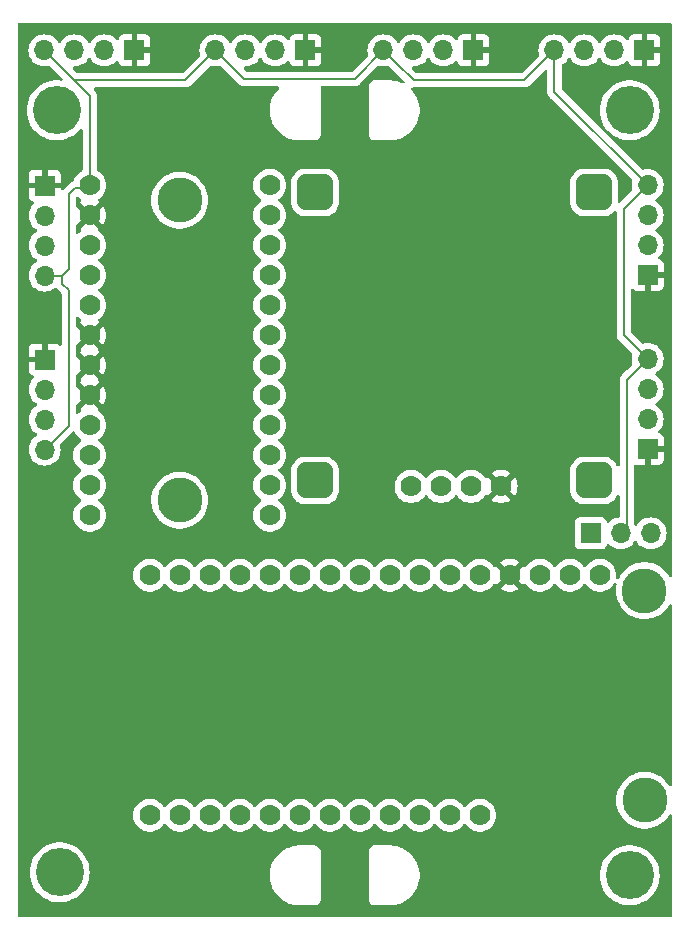
<source format=gbr>
%TF.GenerationSoftware,KiCad,Pcbnew,8.0.0*%
%TF.CreationDate,2025-02-12T14:58:41-08:00*%
%TF.ProjectId,HempCrete,48656d70-4372-4657-9465-2e6b69636164,rev?*%
%TF.SameCoordinates,Original*%
%TF.FileFunction,Copper,L2,Bot*%
%TF.FilePolarity,Positive*%
%FSLAX46Y46*%
G04 Gerber Fmt 4.6, Leading zero omitted, Abs format (unit mm)*
G04 Created by KiCad (PCBNEW 8.0.0) date 2025-02-12 14:58:41*
%MOMM*%
%LPD*%
G01*
G04 APERTURE LIST*
G04 Aperture macros list*
%AMFreePoly0*
4,1,33,-1.524000,0.762000,-1.508258,0.916090,-1.452607,1.084035,-1.359725,1.234619,-1.234619,1.359725,-1.084035,1.452607,-0.916090,1.508258,-0.762000,1.524000,0.762000,1.524000,0.916090,1.508258,1.084035,1.452607,1.234619,1.359725,1.359725,1.234619,1.452607,1.084035,1.508258,0.916090,1.524000,0.762000,1.524000,-0.762000,1.508258,-0.916090,1.452607,-1.084035,1.359725,-1.234619,
1.234619,-1.359725,1.084035,-1.452607,0.916090,-1.508258,0.762000,-1.524000,-0.762000,-1.524000,-0.916090,-1.508258,-1.084035,-1.452607,-1.234619,-1.359725,-1.359725,-1.234619,-1.452607,-1.084035,-1.508258,-0.916090,-1.524000,-0.762000,-1.524000,0.762000,-1.524000,0.762000,$1*%
G04 Aperture macros list end*
%TA.AperFunction,ComponentPad*%
%ADD10R,1.700000X1.700000*%
%TD*%
%TA.AperFunction,ComponentPad*%
%ADD11O,1.700000X1.700000*%
%TD*%
%TA.AperFunction,ComponentPad*%
%ADD12C,4.064000*%
%TD*%
%TA.AperFunction,ComponentPad*%
%ADD13FreePoly0,180.000000*%
%TD*%
%TA.AperFunction,ComponentPad*%
%ADD14C,1.778000*%
%TD*%
%TA.AperFunction,ComponentPad*%
%ADD15C,3.810000*%
%TD*%
%TA.AperFunction,Conductor*%
%ADD16C,0.200000*%
%TD*%
G04 APERTURE END LIST*
D10*
%TO.P,J8,1,Pin_1*%
%TO.N,GND*%
X162794000Y-53086000D03*
D11*
%TO.P,J8,2,Pin_2*%
%TO.N,Net-(J8-Pin_2)*%
X160254000Y-53086000D03*
%TO.P,J8,3,Pin_3*%
%TO.N,Net-(J8-Pin_3)*%
X157714000Y-53086000D03*
%TO.P,J8,4,Pin_4*%
%TO.N,+3.3V*%
X155174000Y-53086000D03*
%TD*%
D12*
%TO.P,MNT,1*%
%TO.N,N/C*%
X156210000Y-58166000D03*
%TD*%
%TO.P,MNT,1*%
%TO.N,N/C*%
X156464000Y-122682000D03*
%TD*%
%TO.P,MNT,1*%
%TO.N,N/C*%
X204724000Y-122936000D03*
%TD*%
%TO.P,MNT,1*%
%TO.N,N/C*%
X204724000Y-58166000D03*
%TD*%
D11*
%TO.P,SW1,3*%
%TO.N,N/C*%
X206502000Y-93980000D03*
%TO.P,SW1,2*%
%TO.N,+3.3V*%
X203962000Y-93980000D03*
D10*
%TO.P,SW1,1*%
%TO.N,Net-(OLED1-VCC)*%
X201422000Y-93980000D03*
%TD*%
%TO.P,J5,1,Pin_1*%
%TO.N,GND*%
X205974000Y-53086000D03*
D11*
%TO.P,J5,2,Pin_2*%
%TO.N,Net-(J5-Pin_2)*%
X203434000Y-53086000D03*
%TO.P,J5,3,Pin_3*%
%TO.N,Net-(J5-Pin_3)*%
X200894000Y-53086000D03*
%TO.P,J5,4,Pin_4*%
%TO.N,+3.3V*%
X198354000Y-53086000D03*
%TD*%
D10*
%TO.P,J4,1,Pin_1*%
%TO.N,GND*%
X206248000Y-72116000D03*
D11*
%TO.P,J4,2,Pin_2*%
%TO.N,Net-(J4-Pin_2)*%
X206248000Y-69576000D03*
%TO.P,J4,3,Pin_3*%
%TO.N,Net-(J4-Pin_3)*%
X206248000Y-67036000D03*
%TO.P,J4,4,Pin_4*%
%TO.N,+3.3V*%
X206248000Y-64496000D03*
%TD*%
D10*
%TO.P,J1,1,Pin_1*%
%TO.N,GND*%
X155194000Y-64536000D03*
D11*
%TO.P,J1,2,Pin_2*%
%TO.N,Net-(J1-Pin_2)*%
X155194000Y-67076000D03*
%TO.P,J1,3,Pin_3*%
%TO.N,Net-(J1-Pin_3)*%
X155194000Y-69616000D03*
%TO.P,J1,4,Pin_4*%
%TO.N,+3.3V*%
X155194000Y-72156000D03*
%TD*%
D10*
%TO.P,J3,1,Pin_1*%
%TO.N,GND*%
X206248000Y-86848000D03*
D11*
%TO.P,J3,2,Pin_2*%
%TO.N,Net-(J3-Pin_2)*%
X206248000Y-84308000D03*
%TO.P,J3,3,Pin_3*%
%TO.N,Net-(J3-Pin_3)*%
X206248000Y-81768000D03*
%TO.P,J3,4,Pin_4*%
%TO.N,+3.3V*%
X206248000Y-79228000D03*
%TD*%
D13*
%TO.P,OLED1,0*%
%TO.N,N/C*%
X201708000Y-89503000D03*
X201708000Y-65119000D03*
X178086000Y-89503000D03*
X178086000Y-65119000D03*
D14*
%TO.P,OLED1,1,GND*%
%TO.N,GND*%
X193834000Y-90011000D03*
%TO.P,OLED1,2,VCC*%
%TO.N,Net-(OLED1-VCC)*%
X191294000Y-90011000D03*
%TO.P,OLED1,3,SCL*%
%TO.N,Net-(FeatherRP1-SCL)*%
X188754000Y-90011000D03*
%TO.P,OLED1,4,SDA*%
%TO.N,Net-(FeatherRP1-SDA)*%
X186214000Y-90011000D03*
%TD*%
D10*
%TO.P,J2,1,Pin_1*%
%TO.N,GND*%
X155194000Y-79268000D03*
D11*
%TO.P,J2,2,Pin_2*%
%TO.N,Net-(J2-Pin_2)*%
X155194000Y-81808000D03*
%TO.P,J2,3,Pin_3*%
%TO.N,Net-(J2-Pin_3)*%
X155194000Y-84348000D03*
%TO.P,J2,4,Pin_4*%
%TO.N,+3.3V*%
X155194000Y-86888000D03*
%TD*%
D14*
%TO.P,MX1,24,SC7*%
%TO.N,Net-(J8-Pin_3)*%
X174244000Y-64516000D03*
%TO.P,MX1,23,SD7*%
%TO.N,Net-(J8-Pin_2)*%
X174244000Y-67056000D03*
%TO.P,MX1,22,SC6*%
%TO.N,Net-(J7-Pin_3)*%
X174244000Y-69596000D03*
%TO.P,MX1,21,SD6*%
%TO.N,Net-(J7-Pin_2)*%
X174244000Y-72136000D03*
%TO.P,MX1,20,SC5*%
%TO.N,Net-(J6-Pin_3)*%
X174244000Y-74676000D03*
%TO.P,MX1,19,SD5*%
%TO.N,Net-(J6-Pin_2)*%
X174244000Y-77216000D03*
%TO.P,MX1,18,SC4*%
%TO.N,Net-(J5-Pin_3)*%
X174244000Y-79756000D03*
%TO.P,MX1,17,SD4*%
%TO.N,Net-(J5-Pin_2)*%
X174244000Y-82296000D03*
%TO.P,MX1,16,SC3*%
%TO.N,Net-(J4-Pin_3)*%
X174244000Y-84836000D03*
%TO.P,MX1,15,SD3*%
%TO.N,Net-(J4-Pin_2)*%
X174244000Y-87376000D03*
%TO.P,MX1,14,SC2*%
%TO.N,Net-(J3-Pin_3)*%
X174244000Y-89916000D03*
%TO.P,MX1,13,SD2*%
%TO.N,Net-(J3-Pin_2)*%
X174244000Y-92456000D03*
%TO.P,MX1,12,SC1*%
%TO.N,Net-(J2-Pin_3)*%
X159004000Y-92456000D03*
%TO.P,MX1,11,SD1*%
%TO.N,Net-(J2-Pin_2)*%
X159004000Y-89916000D03*
%TO.P,MX1,10,SC0*%
%TO.N,Net-(J1-Pin_3)*%
X159004000Y-87376000D03*
%TO.P,MX1,9,SD0*%
%TO.N,Net-(J1-Pin_2)*%
X159004000Y-84836000D03*
%TO.P,MX1,8,A2*%
%TO.N,GND*%
X159004000Y-82296000D03*
%TO.P,MX1,7,A1*%
X159004000Y-79756000D03*
%TO.P,MX1,6,A0*%
X159004000Y-77216000D03*
%TO.P,MX1,5,RST*%
%TO.N,unconnected-(MX1-RST-Pad5)*%
X159004000Y-74676000D03*
%TO.P,MX1,4,SCL*%
%TO.N,Net-(FeatherRP1-SCL)*%
X159004000Y-72136000D03*
%TO.P,MX1,3,SDA*%
%TO.N,Net-(FeatherRP1-SDA)*%
X159004000Y-69596000D03*
%TO.P,MX1,2,GND*%
%TO.N,GND*%
X159004000Y-67056000D03*
%TO.P,MX1,1,VIN*%
%TO.N,+3.3V*%
X159004000Y-64516000D03*
D15*
%TO.P,MX1,0*%
%TO.N,N/C*%
X166624000Y-91186000D03*
X166624000Y-65786000D03*
%TD*%
D10*
%TO.P,J7,1,Pin_1*%
%TO.N,GND*%
X177272000Y-53086000D03*
D11*
%TO.P,J7,2,Pin_2*%
%TO.N,Net-(J7-Pin_2)*%
X174732000Y-53086000D03*
%TO.P,J7,3,Pin_3*%
%TO.N,Net-(J7-Pin_3)*%
X172192000Y-53086000D03*
%TO.P,J7,4,Pin_4*%
%TO.N,+3.3V*%
X169652000Y-53086000D03*
%TD*%
D10*
%TO.P,J6,1,Pin_1*%
%TO.N,GND*%
X191496000Y-53086000D03*
D11*
%TO.P,J6,2,Pin_2*%
%TO.N,Net-(J6-Pin_2)*%
X188956000Y-53086000D03*
%TO.P,J6,3,Pin_3*%
%TO.N,Net-(J6-Pin_3)*%
X186416000Y-53086000D03*
%TO.P,J6,4,Pin_4*%
%TO.N,+3.3V*%
X183876000Y-53086000D03*
%TD*%
D14*
%TO.P,FeatherRP1,28,VBAT*%
%TO.N,unconnected-(FeatherRP1-VBAT-Pad28)*%
X192024000Y-117856000D03*
%TO.P,FeatherRP1,27,EN*%
%TO.N,unconnected-(FeatherRP1-EN-Pad27)*%
X189484000Y-117856000D03*
%TO.P,FeatherRP1,26,VBUS*%
%TO.N,unconnected-(FeatherRP1-VBUS-Pad26)*%
X186944000Y-117856000D03*
%TO.P,FeatherRP1,25,D13*%
%TO.N,unconnected-(FeatherRP1-D13-Pad25)*%
X184404000Y-117856000D03*
%TO.P,FeatherRP1,24,D12*%
%TO.N,unconnected-(FeatherRP1-D12-Pad24)*%
X181864000Y-117856000D03*
%TO.P,FeatherRP1,23,D11*%
%TO.N,unconnected-(FeatherRP1-D11-Pad23)*%
X179324000Y-117856000D03*
%TO.P,FeatherRP1,22,D10*%
%TO.N,unconnected-(FeatherRP1-D10-Pad22)*%
X176784000Y-117856000D03*
%TO.P,FeatherRP1,21,D9*%
%TO.N,unconnected-(FeatherRP1-D9-Pad21)*%
X174244000Y-117856000D03*
%TO.P,FeatherRP1,20,D6*%
%TO.N,unconnected-(FeatherRP1-D6-Pad20)*%
X171704000Y-117856000D03*
%TO.P,FeatherRP1,19,D5*%
%TO.N,unconnected-(FeatherRP1-D5-Pad19)*%
X169164000Y-117856000D03*
%TO.P,FeatherRP1,18,SCL*%
%TO.N,Net-(FeatherRP1-SCL)*%
X166624000Y-117856000D03*
%TO.P,FeatherRP1,17,SDA*%
%TO.N,Net-(FeatherRP1-SDA)*%
X164084000Y-117856000D03*
%TO.P,FeatherRP1,16,D4*%
%TO.N,unconnected-(FeatherRP1-D4-Pad16)*%
X164084000Y-97536000D03*
%TO.P,FeatherRP1,15,TX*%
%TO.N,unconnected-(FeatherRP1-TX-Pad15)*%
X166624000Y-97536000D03*
%TO.P,FeatherRP1,14,RX*%
%TO.N,unconnected-(FeatherRP1-RX-Pad14)*%
X169164000Y-97536000D03*
%TO.P,FeatherRP1,13,MISO*%
%TO.N,unconnected-(FeatherRP1-MISO-Pad13)*%
X171704000Y-97536000D03*
%TO.P,FeatherRP1,12,MOSI*%
%TO.N,unconnected-(FeatherRP1-MOSI-Pad12)*%
X174244000Y-97536000D03*
%TO.P,FeatherRP1,11,SCK*%
%TO.N,unconnected-(FeatherRP1-SCK-Pad11)*%
X176784000Y-97536000D03*
%TO.P,FeatherRP1,10,D25*%
%TO.N,unconnected-(FeatherRP1-D25-Pad10)*%
X179324000Y-97536000D03*
%TO.P,FeatherRP1,9,D24*%
%TO.N,unconnected-(FeatherRP1-D24-Pad9)*%
X181864000Y-97536000D03*
%TO.P,FeatherRP1,8,A3*%
%TO.N,unconnected-(FeatherRP1-A3-Pad8)*%
X184404000Y-97536000D03*
%TO.P,FeatherRP1,7,A2*%
%TO.N,unconnected-(FeatherRP1-A2-Pad7)*%
X186944000Y-97536000D03*
%TO.P,FeatherRP1,6,A1*%
%TO.N,unconnected-(FeatherRP1-A1-Pad6)*%
X189484000Y-97536000D03*
%TO.P,FeatherRP1,5,A0*%
%TO.N,unconnected-(FeatherRP1-A0-Pad5)*%
X192024000Y-97536000D03*
%TO.P,FeatherRP1,4,GND*%
%TO.N,GND*%
X194564000Y-97536000D03*
%TO.P,FeatherRP1,3,3.3V*%
%TO.N,+3.3V*%
X197104000Y-97536000D03*
%TO.P,FeatherRP1,2,3.3V*%
X199644000Y-97536000D03*
%TO.P,FeatherRP1,1,RST*%
%TO.N,unconnected-(FeatherRP1-RST-Pad1)*%
X202184000Y-97536000D03*
D15*
%TO.P,FeatherRP1,0*%
%TO.N,N/C*%
X205975949Y-98824051D03*
X205994000Y-116586000D03*
%TD*%
D16*
%TO.N,+3.3V*%
X204470000Y-93472000D02*
X203962000Y-93980000D01*
X204470000Y-81006000D02*
X204470000Y-93472000D01*
X206248000Y-79228000D02*
X204470000Y-81006000D01*
X159004000Y-56916000D02*
X157714000Y-55626000D01*
X167112000Y-55626000D02*
X169652000Y-53086000D01*
X155174000Y-53086000D02*
X157714000Y-55626000D01*
X157714000Y-55626000D02*
X167112000Y-55626000D01*
X204216000Y-77196000D02*
X204216000Y-66528000D01*
X206248000Y-79228000D02*
X204216000Y-77196000D01*
X204216000Y-66528000D02*
X206248000Y-64496000D01*
X198354000Y-56602000D02*
X198354000Y-53086000D01*
X206248000Y-64496000D02*
X198354000Y-56602000D01*
X195814000Y-55626000D02*
X198354000Y-53086000D01*
X186436000Y-55626000D02*
X195814000Y-55626000D01*
X185046000Y-54236000D02*
X186436000Y-55626000D01*
X185026000Y-54236000D02*
X185046000Y-54236000D01*
X183876000Y-53086000D02*
X185026000Y-54236000D01*
X172100000Y-55534000D02*
X181428000Y-55534000D01*
X169652000Y-53086000D02*
X172100000Y-55534000D01*
X181428000Y-55534000D02*
X183876000Y-53086000D01*
X159004000Y-64516000D02*
X159004000Y-56916000D01*
X156698000Y-72878000D02*
X156698000Y-72156000D01*
X157226000Y-84856000D02*
X157226000Y-73406000D01*
X157226000Y-73406000D02*
X156698000Y-72878000D01*
X155194000Y-86888000D02*
X157226000Y-84856000D01*
X156698000Y-72156000D02*
X155194000Y-72156000D01*
X157226000Y-71628000D02*
X156698000Y-72156000D01*
X157226000Y-65278000D02*
X157226000Y-71628000D01*
X157734000Y-64770000D02*
X157226000Y-65278000D01*
X158750000Y-64770000D02*
X157734000Y-64770000D01*
X159004000Y-64516000D02*
X158750000Y-64770000D01*
%TD*%
%TA.AperFunction,Conductor*%
%TO.N,GND*%
G36*
X158530619Y-82492081D02*
G01*
X158597498Y-82607920D01*
X158692080Y-82702502D01*
X158807919Y-82769381D01*
X158868057Y-82785495D01*
X158213040Y-83440512D01*
X158213040Y-83440514D01*
X158245733Y-83465960D01*
X158244789Y-83467172D01*
X158285639Y-83515043D01*
X158295060Y-83584274D01*
X158265556Y-83647609D01*
X158245181Y-83665263D01*
X158245459Y-83665620D01*
X158059694Y-83810206D01*
X158059688Y-83810212D01*
X158041729Y-83829721D01*
X157981841Y-83865711D01*
X157912003Y-83863610D01*
X157854387Y-83824085D01*
X157827287Y-83759685D01*
X157826500Y-83745737D01*
X157826500Y-83171307D01*
X157846185Y-83104268D01*
X157862819Y-83083626D01*
X158514504Y-82431941D01*
X158530619Y-82492081D01*
G37*
%TD.AperFunction*%
%TA.AperFunction,Conductor*%
G36*
X158530619Y-79952081D02*
G01*
X158597498Y-80067920D01*
X158692080Y-80162502D01*
X158807919Y-80229381D01*
X158868057Y-80245495D01*
X158213040Y-80900512D01*
X158213040Y-80900514D01*
X158245733Y-80925960D01*
X158244886Y-80927047D01*
X158286099Y-80975345D01*
X158295519Y-81044577D01*
X158266013Y-81107911D01*
X158245474Y-81125708D01*
X158245733Y-81126041D01*
X158213040Y-81151485D01*
X158213040Y-81151487D01*
X158868058Y-81806504D01*
X158807919Y-81822619D01*
X158692080Y-81889498D01*
X158597498Y-81984080D01*
X158530619Y-82099919D01*
X158514504Y-82160057D01*
X157862819Y-81508372D01*
X157829334Y-81447049D01*
X157826500Y-81420691D01*
X157826500Y-80631307D01*
X157846185Y-80564268D01*
X157862819Y-80543626D01*
X158514504Y-79891941D01*
X158530619Y-79952081D01*
G37*
%TD.AperFunction*%
%TA.AperFunction,Conductor*%
G36*
X158530619Y-77412081D02*
G01*
X158597498Y-77527920D01*
X158692080Y-77622502D01*
X158807919Y-77689381D01*
X158868057Y-77705495D01*
X158213040Y-78360512D01*
X158213040Y-78360514D01*
X158245733Y-78385960D01*
X158244886Y-78387047D01*
X158286099Y-78435345D01*
X158295519Y-78504577D01*
X158266013Y-78567911D01*
X158245474Y-78585708D01*
X158245733Y-78586041D01*
X158213040Y-78611485D01*
X158213040Y-78611487D01*
X158868058Y-79266504D01*
X158807919Y-79282619D01*
X158692080Y-79349498D01*
X158597498Y-79444080D01*
X158530619Y-79559919D01*
X158514504Y-79620057D01*
X157862819Y-78968372D01*
X157829334Y-78907049D01*
X157826500Y-78880691D01*
X157826500Y-78091307D01*
X157846185Y-78024268D01*
X157862819Y-78003626D01*
X158514504Y-77351941D01*
X158530619Y-77412081D01*
G37*
%TD.AperFunction*%
%TA.AperFunction,Conductor*%
G36*
X158031703Y-75672549D02*
G01*
X158041730Y-75682280D01*
X158059683Y-75701783D01*
X158059687Y-75701786D01*
X158059692Y-75701792D01*
X158176591Y-75792778D01*
X158245459Y-75846380D01*
X158244570Y-75847521D01*
X158285632Y-75895624D01*
X158295063Y-75964855D01*
X158265568Y-76028194D01*
X158245429Y-76045651D01*
X158245733Y-76046041D01*
X158213040Y-76071485D01*
X158213040Y-76071487D01*
X158868058Y-76726504D01*
X158807919Y-76742619D01*
X158692080Y-76809498D01*
X158597498Y-76904080D01*
X158530619Y-77019919D01*
X158514504Y-77080057D01*
X157862819Y-76428372D01*
X157829334Y-76367049D01*
X157826500Y-76340691D01*
X157826500Y-75766262D01*
X157846185Y-75699223D01*
X157898989Y-75653468D01*
X157968147Y-75643524D01*
X158031703Y-75672549D01*
G37*
%TD.AperFunction*%
%TA.AperFunction,Conductor*%
G36*
X158530619Y-67252081D02*
G01*
X158597498Y-67367920D01*
X158692080Y-67462502D01*
X158807919Y-67529381D01*
X158868057Y-67545495D01*
X158213040Y-68200512D01*
X158213040Y-68200514D01*
X158245733Y-68225960D01*
X158244789Y-68227172D01*
X158285639Y-68275043D01*
X158295060Y-68344274D01*
X158265556Y-68407609D01*
X158245181Y-68425263D01*
X158245459Y-68425620D01*
X158059694Y-68570206D01*
X158059688Y-68570212D01*
X158041729Y-68589721D01*
X157981841Y-68625711D01*
X157912003Y-68623610D01*
X157854387Y-68584085D01*
X157827287Y-68519685D01*
X157826500Y-68505737D01*
X157826500Y-67931307D01*
X157846185Y-67864268D01*
X157862819Y-67843626D01*
X158514504Y-67191940D01*
X158530619Y-67252081D01*
G37*
%TD.AperFunction*%
%TA.AperFunction,Conductor*%
G36*
X158031703Y-65512549D02*
G01*
X158041729Y-65522279D01*
X158059692Y-65541792D01*
X158059695Y-65541794D01*
X158059698Y-65541797D01*
X158245458Y-65686380D01*
X158244569Y-65687521D01*
X158285632Y-65735624D01*
X158295063Y-65804855D01*
X158265568Y-65868194D01*
X158245429Y-65885651D01*
X158245733Y-65886041D01*
X158213040Y-65911485D01*
X158213040Y-65911487D01*
X158868058Y-66566504D01*
X158807919Y-66582619D01*
X158692080Y-66649498D01*
X158597498Y-66744080D01*
X158530619Y-66859919D01*
X158514504Y-66920057D01*
X157862819Y-66268372D01*
X157829334Y-66207049D01*
X157826500Y-66180691D01*
X157826500Y-65606262D01*
X157846185Y-65539223D01*
X157898989Y-65493468D01*
X157968147Y-65483524D01*
X158031703Y-65512549D01*
G37*
%TD.AperFunction*%
%TA.AperFunction,Conductor*%
G36*
X208230539Y-50812185D02*
G01*
X208276294Y-50864989D01*
X208287500Y-50916500D01*
X208287500Y-97550338D01*
X208267815Y-97617377D01*
X208215011Y-97663132D01*
X208145853Y-97673076D01*
X208082297Y-97644051D01*
X208058803Y-97616780D01*
X207925890Y-97407342D01*
X207870113Y-97339919D01*
X207732950Y-97174117D01*
X207512304Y-96966917D01*
X207512301Y-96966915D01*
X207512295Y-96966910D01*
X207267440Y-96789012D01*
X207267433Y-96789007D01*
X207267429Y-96789005D01*
X207002186Y-96643186D01*
X207002183Y-96643184D01*
X207002178Y-96643182D01*
X207002177Y-96643181D01*
X206720762Y-96531761D01*
X206720759Y-96531760D01*
X206427589Y-96456487D01*
X206427576Y-96456485D01*
X206127301Y-96418551D01*
X206127290Y-96418551D01*
X205824608Y-96418551D01*
X205824596Y-96418551D01*
X205524321Y-96456485D01*
X205524308Y-96456487D01*
X205231138Y-96531760D01*
X205231135Y-96531761D01*
X204949720Y-96643181D01*
X204949719Y-96643182D01*
X204684469Y-96789005D01*
X204684457Y-96789012D01*
X204439602Y-96966910D01*
X204439592Y-96966918D01*
X204218950Y-97174115D01*
X204026007Y-97407342D01*
X203863827Y-97662898D01*
X203863823Y-97662904D01*
X203796972Y-97804971D01*
X203750617Y-97857249D01*
X203683357Y-97876166D01*
X203616547Y-97855717D01*
X203571398Y-97802393D01*
X203561198Y-97741934D01*
X203578262Y-97536005D01*
X203578262Y-97535994D01*
X203559246Y-97306515D01*
X203559246Y-97306512D01*
X203502717Y-97083284D01*
X203410217Y-96872405D01*
X203380123Y-96826342D01*
X203284271Y-96679629D01*
X203250718Y-96643181D01*
X203128308Y-96510208D01*
X202975775Y-96391487D01*
X202946591Y-96368772D01*
X202744069Y-96259172D01*
X202744061Y-96259169D01*
X202526274Y-96184402D01*
X202355920Y-96155975D01*
X202299137Y-96146500D01*
X202068863Y-96146500D01*
X202023436Y-96154080D01*
X201841725Y-96184402D01*
X201623938Y-96259169D01*
X201623930Y-96259172D01*
X201421408Y-96368772D01*
X201239694Y-96510206D01*
X201239689Y-96510211D01*
X201083727Y-96679630D01*
X201017808Y-96780528D01*
X200964662Y-96825884D01*
X200895431Y-96835308D01*
X200832095Y-96805806D01*
X200810192Y-96780528D01*
X200744272Y-96679630D01*
X200707104Y-96639256D01*
X200588308Y-96510208D01*
X200435775Y-96391487D01*
X200406591Y-96368772D01*
X200204069Y-96259172D01*
X200204061Y-96259169D01*
X199986274Y-96184402D01*
X199815920Y-96155975D01*
X199759137Y-96146500D01*
X199528863Y-96146500D01*
X199483436Y-96154080D01*
X199301725Y-96184402D01*
X199083938Y-96259169D01*
X199083930Y-96259172D01*
X198881408Y-96368772D01*
X198699694Y-96510206D01*
X198699689Y-96510211D01*
X198543727Y-96679630D01*
X198477808Y-96780528D01*
X198424662Y-96825884D01*
X198355431Y-96835308D01*
X198292095Y-96805806D01*
X198270192Y-96780528D01*
X198204272Y-96679630D01*
X198167104Y-96639256D01*
X198048308Y-96510208D01*
X197895775Y-96391487D01*
X197866591Y-96368772D01*
X197664069Y-96259172D01*
X197664061Y-96259169D01*
X197446274Y-96184402D01*
X197275920Y-96155975D01*
X197219137Y-96146500D01*
X196988863Y-96146500D01*
X196943436Y-96154080D01*
X196761725Y-96184402D01*
X196543938Y-96259169D01*
X196543930Y-96259172D01*
X196341408Y-96368772D01*
X196159694Y-96510206D01*
X196159689Y-96510211D01*
X196003727Y-96679631D01*
X195937508Y-96780987D01*
X195884362Y-96826343D01*
X195815131Y-96835767D01*
X195751795Y-96806265D01*
X195729892Y-96780987D01*
X195707238Y-96746313D01*
X195053494Y-97400057D01*
X195037381Y-97339919D01*
X194970502Y-97224080D01*
X194875920Y-97129498D01*
X194760081Y-97062619D01*
X194699941Y-97046504D01*
X195354958Y-96391486D01*
X195354958Y-96391484D01*
X195326322Y-96369196D01*
X195326316Y-96369192D01*
X195123868Y-96259632D01*
X195123859Y-96259629D01*
X194906150Y-96184889D01*
X194679095Y-96147000D01*
X194448905Y-96147000D01*
X194221849Y-96184889D01*
X194004140Y-96259629D01*
X194004132Y-96259632D01*
X193801681Y-96369194D01*
X193773040Y-96391485D01*
X193773040Y-96391487D01*
X194428058Y-97046504D01*
X194367919Y-97062619D01*
X194252080Y-97129498D01*
X194157498Y-97224080D01*
X194090619Y-97339919D01*
X194074504Y-97400058D01*
X193420760Y-96746314D01*
X193398108Y-96780986D01*
X193344961Y-96826342D01*
X193275730Y-96835766D01*
X193212394Y-96806264D01*
X193190490Y-96780986D01*
X193190191Y-96780528D01*
X193124269Y-96679627D01*
X192968308Y-96510208D01*
X192815775Y-96391487D01*
X192786591Y-96368772D01*
X192584069Y-96259172D01*
X192584061Y-96259169D01*
X192366274Y-96184402D01*
X192195920Y-96155975D01*
X192139137Y-96146500D01*
X191908863Y-96146500D01*
X191863436Y-96154080D01*
X191681725Y-96184402D01*
X191463938Y-96259169D01*
X191463930Y-96259172D01*
X191261408Y-96368772D01*
X191079694Y-96510206D01*
X191079689Y-96510211D01*
X190923727Y-96679630D01*
X190857808Y-96780528D01*
X190804662Y-96825884D01*
X190735431Y-96835308D01*
X190672095Y-96805806D01*
X190650192Y-96780528D01*
X190584272Y-96679630D01*
X190547104Y-96639256D01*
X190428308Y-96510208D01*
X190275775Y-96391487D01*
X190246591Y-96368772D01*
X190044069Y-96259172D01*
X190044061Y-96259169D01*
X189826274Y-96184402D01*
X189655920Y-96155975D01*
X189599137Y-96146500D01*
X189368863Y-96146500D01*
X189323436Y-96154080D01*
X189141725Y-96184402D01*
X188923938Y-96259169D01*
X188923930Y-96259172D01*
X188721408Y-96368772D01*
X188539694Y-96510206D01*
X188539689Y-96510211D01*
X188383727Y-96679630D01*
X188317808Y-96780528D01*
X188264662Y-96825884D01*
X188195431Y-96835308D01*
X188132095Y-96805806D01*
X188110192Y-96780528D01*
X188044272Y-96679630D01*
X188007104Y-96639256D01*
X187888308Y-96510208D01*
X187735775Y-96391487D01*
X187706591Y-96368772D01*
X187504069Y-96259172D01*
X187504061Y-96259169D01*
X187286274Y-96184402D01*
X187115920Y-96155975D01*
X187059137Y-96146500D01*
X186828863Y-96146500D01*
X186783436Y-96154080D01*
X186601725Y-96184402D01*
X186383938Y-96259169D01*
X186383930Y-96259172D01*
X186181408Y-96368772D01*
X185999694Y-96510206D01*
X185999689Y-96510211D01*
X185843727Y-96679630D01*
X185777808Y-96780528D01*
X185724662Y-96825884D01*
X185655431Y-96835308D01*
X185592095Y-96805806D01*
X185570192Y-96780528D01*
X185504272Y-96679630D01*
X185467104Y-96639256D01*
X185348308Y-96510208D01*
X185195775Y-96391487D01*
X185166591Y-96368772D01*
X184964069Y-96259172D01*
X184964061Y-96259169D01*
X184746274Y-96184402D01*
X184575920Y-96155975D01*
X184519137Y-96146500D01*
X184288863Y-96146500D01*
X184243436Y-96154080D01*
X184061725Y-96184402D01*
X183843938Y-96259169D01*
X183843930Y-96259172D01*
X183641408Y-96368772D01*
X183459694Y-96510206D01*
X183459689Y-96510211D01*
X183303727Y-96679630D01*
X183237808Y-96780528D01*
X183184662Y-96825884D01*
X183115431Y-96835308D01*
X183052095Y-96805806D01*
X183030192Y-96780528D01*
X182964272Y-96679630D01*
X182927104Y-96639256D01*
X182808308Y-96510208D01*
X182655775Y-96391487D01*
X182626591Y-96368772D01*
X182424069Y-96259172D01*
X182424061Y-96259169D01*
X182206274Y-96184402D01*
X182035920Y-96155975D01*
X181979137Y-96146500D01*
X181748863Y-96146500D01*
X181703436Y-96154080D01*
X181521725Y-96184402D01*
X181303938Y-96259169D01*
X181303930Y-96259172D01*
X181101408Y-96368772D01*
X180919694Y-96510206D01*
X180919689Y-96510211D01*
X180763727Y-96679630D01*
X180697808Y-96780528D01*
X180644662Y-96825884D01*
X180575431Y-96835308D01*
X180512095Y-96805806D01*
X180490192Y-96780528D01*
X180424272Y-96679630D01*
X180387104Y-96639256D01*
X180268308Y-96510208D01*
X180115775Y-96391487D01*
X180086591Y-96368772D01*
X179884069Y-96259172D01*
X179884061Y-96259169D01*
X179666274Y-96184402D01*
X179495920Y-96155975D01*
X179439137Y-96146500D01*
X179208863Y-96146500D01*
X179163436Y-96154080D01*
X178981725Y-96184402D01*
X178763938Y-96259169D01*
X178763930Y-96259172D01*
X178561408Y-96368772D01*
X178379694Y-96510206D01*
X178379689Y-96510211D01*
X178223727Y-96679630D01*
X178157808Y-96780528D01*
X178104662Y-96825884D01*
X178035431Y-96835308D01*
X177972095Y-96805806D01*
X177950192Y-96780528D01*
X177884272Y-96679630D01*
X177847104Y-96639256D01*
X177728308Y-96510208D01*
X177575775Y-96391487D01*
X177546591Y-96368772D01*
X177344069Y-96259172D01*
X177344061Y-96259169D01*
X177126274Y-96184402D01*
X176955920Y-96155975D01*
X176899137Y-96146500D01*
X176668863Y-96146500D01*
X176623436Y-96154080D01*
X176441725Y-96184402D01*
X176223938Y-96259169D01*
X176223930Y-96259172D01*
X176021408Y-96368772D01*
X175839694Y-96510206D01*
X175839689Y-96510211D01*
X175683727Y-96679630D01*
X175617808Y-96780528D01*
X175564662Y-96825884D01*
X175495431Y-96835308D01*
X175432095Y-96805806D01*
X175410192Y-96780528D01*
X175344272Y-96679630D01*
X175307104Y-96639256D01*
X175188308Y-96510208D01*
X175035775Y-96391487D01*
X175006591Y-96368772D01*
X174804069Y-96259172D01*
X174804061Y-96259169D01*
X174586274Y-96184402D01*
X174415920Y-96155975D01*
X174359137Y-96146500D01*
X174128863Y-96146500D01*
X174083436Y-96154080D01*
X173901725Y-96184402D01*
X173683938Y-96259169D01*
X173683930Y-96259172D01*
X173481408Y-96368772D01*
X173299694Y-96510206D01*
X173299689Y-96510211D01*
X173143727Y-96679630D01*
X173077808Y-96780528D01*
X173024662Y-96825884D01*
X172955431Y-96835308D01*
X172892095Y-96805806D01*
X172870192Y-96780528D01*
X172804272Y-96679630D01*
X172767104Y-96639256D01*
X172648308Y-96510208D01*
X172495775Y-96391487D01*
X172466591Y-96368772D01*
X172264069Y-96259172D01*
X172264061Y-96259169D01*
X172046274Y-96184402D01*
X171875920Y-96155975D01*
X171819137Y-96146500D01*
X171588863Y-96146500D01*
X171543436Y-96154080D01*
X171361725Y-96184402D01*
X171143938Y-96259169D01*
X171143930Y-96259172D01*
X170941408Y-96368772D01*
X170759694Y-96510206D01*
X170759689Y-96510211D01*
X170603727Y-96679630D01*
X170537808Y-96780528D01*
X170484662Y-96825884D01*
X170415431Y-96835308D01*
X170352095Y-96805806D01*
X170330192Y-96780528D01*
X170264272Y-96679630D01*
X170227104Y-96639256D01*
X170108308Y-96510208D01*
X169955775Y-96391487D01*
X169926591Y-96368772D01*
X169724069Y-96259172D01*
X169724061Y-96259169D01*
X169506274Y-96184402D01*
X169335920Y-96155975D01*
X169279137Y-96146500D01*
X169048863Y-96146500D01*
X169003436Y-96154080D01*
X168821725Y-96184402D01*
X168603938Y-96259169D01*
X168603930Y-96259172D01*
X168401408Y-96368772D01*
X168219694Y-96510206D01*
X168219689Y-96510211D01*
X168063727Y-96679630D01*
X167997808Y-96780528D01*
X167944662Y-96825884D01*
X167875431Y-96835308D01*
X167812095Y-96805806D01*
X167790192Y-96780528D01*
X167724272Y-96679630D01*
X167687104Y-96639256D01*
X167568308Y-96510208D01*
X167415775Y-96391487D01*
X167386591Y-96368772D01*
X167184069Y-96259172D01*
X167184061Y-96259169D01*
X166966274Y-96184402D01*
X166795920Y-96155975D01*
X166739137Y-96146500D01*
X166508863Y-96146500D01*
X166463436Y-96154080D01*
X166281725Y-96184402D01*
X166063938Y-96259169D01*
X166063930Y-96259172D01*
X165861408Y-96368772D01*
X165679694Y-96510206D01*
X165679689Y-96510211D01*
X165523727Y-96679630D01*
X165457808Y-96780528D01*
X165404662Y-96825884D01*
X165335431Y-96835308D01*
X165272095Y-96805806D01*
X165250192Y-96780528D01*
X165184272Y-96679630D01*
X165147104Y-96639256D01*
X165028308Y-96510208D01*
X164875775Y-96391487D01*
X164846591Y-96368772D01*
X164644069Y-96259172D01*
X164644061Y-96259169D01*
X164426274Y-96184402D01*
X164255920Y-96155975D01*
X164199137Y-96146500D01*
X163968863Y-96146500D01*
X163923436Y-96154080D01*
X163741725Y-96184402D01*
X163523938Y-96259169D01*
X163523930Y-96259172D01*
X163321408Y-96368772D01*
X163139694Y-96510206D01*
X163139689Y-96510211D01*
X162983728Y-96679629D01*
X162857782Y-96872405D01*
X162765282Y-97083285D01*
X162708753Y-97306515D01*
X162689738Y-97535994D01*
X162689738Y-97536005D01*
X162708753Y-97765484D01*
X162765282Y-97988714D01*
X162857782Y-98199594D01*
X162983728Y-98392370D01*
X162983731Y-98392373D01*
X163139692Y-98561792D01*
X163253139Y-98650091D01*
X163320868Y-98702807D01*
X163321411Y-98703229D01*
X163523931Y-98812828D01*
X163637025Y-98851653D01*
X163741725Y-98887597D01*
X163741727Y-98887597D01*
X163741729Y-98887598D01*
X163968863Y-98925500D01*
X163968864Y-98925500D01*
X164199136Y-98925500D01*
X164199137Y-98925500D01*
X164426271Y-98887598D01*
X164427693Y-98887110D01*
X164434662Y-98884717D01*
X164644069Y-98812828D01*
X164846589Y-98703229D01*
X165028308Y-98561792D01*
X165184269Y-98392373D01*
X165184271Y-98392370D01*
X165250191Y-98291472D01*
X165303337Y-98246115D01*
X165372569Y-98236691D01*
X165435905Y-98266193D01*
X165457809Y-98291472D01*
X165523728Y-98392370D01*
X165523731Y-98392373D01*
X165679692Y-98561792D01*
X165793139Y-98650091D01*
X165860868Y-98702807D01*
X165861411Y-98703229D01*
X166063931Y-98812828D01*
X166177025Y-98851653D01*
X166281725Y-98887597D01*
X166281727Y-98887597D01*
X166281729Y-98887598D01*
X166508863Y-98925500D01*
X166508864Y-98925500D01*
X166739136Y-98925500D01*
X166739137Y-98925500D01*
X166966271Y-98887598D01*
X166967693Y-98887110D01*
X166974662Y-98884717D01*
X167184069Y-98812828D01*
X167386589Y-98703229D01*
X167568308Y-98561792D01*
X167724269Y-98392373D01*
X167724271Y-98392370D01*
X167790191Y-98291472D01*
X167843337Y-98246115D01*
X167912569Y-98236691D01*
X167975905Y-98266193D01*
X167997809Y-98291472D01*
X168063728Y-98392370D01*
X168063731Y-98392373D01*
X168219692Y-98561792D01*
X168333139Y-98650091D01*
X168400868Y-98702807D01*
X168401411Y-98703229D01*
X168603931Y-98812828D01*
X168717025Y-98851653D01*
X168821725Y-98887597D01*
X168821727Y-98887597D01*
X168821729Y-98887598D01*
X169048863Y-98925500D01*
X169048864Y-98925500D01*
X169279136Y-98925500D01*
X169279137Y-98925500D01*
X169506271Y-98887598D01*
X169507693Y-98887110D01*
X169514662Y-98884717D01*
X169724069Y-98812828D01*
X169926589Y-98703229D01*
X170108308Y-98561792D01*
X170264269Y-98392373D01*
X170264271Y-98392370D01*
X170330191Y-98291472D01*
X170383337Y-98246115D01*
X170452569Y-98236691D01*
X170515905Y-98266193D01*
X170537809Y-98291472D01*
X170603728Y-98392370D01*
X170603731Y-98392373D01*
X170759692Y-98561792D01*
X170873139Y-98650091D01*
X170940868Y-98702807D01*
X170941411Y-98703229D01*
X171143931Y-98812828D01*
X171257025Y-98851653D01*
X171361725Y-98887597D01*
X171361727Y-98887597D01*
X171361729Y-98887598D01*
X171588863Y-98925500D01*
X171588864Y-98925500D01*
X171819136Y-98925500D01*
X171819137Y-98925500D01*
X172046271Y-98887598D01*
X172047693Y-98887110D01*
X172054662Y-98884717D01*
X172264069Y-98812828D01*
X172466589Y-98703229D01*
X172648308Y-98561792D01*
X172804269Y-98392373D01*
X172804271Y-98392370D01*
X172870191Y-98291472D01*
X172923337Y-98246115D01*
X172992569Y-98236691D01*
X173055905Y-98266193D01*
X173077809Y-98291472D01*
X173143728Y-98392370D01*
X173143731Y-98392373D01*
X173299692Y-98561792D01*
X173413139Y-98650091D01*
X173480868Y-98702807D01*
X173481411Y-98703229D01*
X173683931Y-98812828D01*
X173797025Y-98851653D01*
X173901725Y-98887597D01*
X173901727Y-98887597D01*
X173901729Y-98887598D01*
X174128863Y-98925500D01*
X174128864Y-98925500D01*
X174359136Y-98925500D01*
X174359137Y-98925500D01*
X174586271Y-98887598D01*
X174587693Y-98887110D01*
X174594662Y-98884717D01*
X174804069Y-98812828D01*
X175006589Y-98703229D01*
X175188308Y-98561792D01*
X175344269Y-98392373D01*
X175344271Y-98392370D01*
X175410191Y-98291472D01*
X175463337Y-98246115D01*
X175532569Y-98236691D01*
X175595905Y-98266193D01*
X175617809Y-98291472D01*
X175683728Y-98392370D01*
X175683731Y-98392373D01*
X175839692Y-98561792D01*
X175953139Y-98650091D01*
X176020868Y-98702807D01*
X176021411Y-98703229D01*
X176223931Y-98812828D01*
X176337025Y-98851653D01*
X176441725Y-98887597D01*
X176441727Y-98887597D01*
X176441729Y-98887598D01*
X176668863Y-98925500D01*
X176668864Y-98925500D01*
X176899136Y-98925500D01*
X176899137Y-98925500D01*
X177126271Y-98887598D01*
X177127693Y-98887110D01*
X177134662Y-98884717D01*
X177344069Y-98812828D01*
X177546589Y-98703229D01*
X177728308Y-98561792D01*
X177884269Y-98392373D01*
X177884271Y-98392370D01*
X177950191Y-98291472D01*
X178003337Y-98246115D01*
X178072569Y-98236691D01*
X178135905Y-98266193D01*
X178157809Y-98291472D01*
X178223728Y-98392370D01*
X178223731Y-98392373D01*
X178379692Y-98561792D01*
X178493139Y-98650091D01*
X178560868Y-98702807D01*
X178561411Y-98703229D01*
X178763931Y-98812828D01*
X178877025Y-98851653D01*
X178981725Y-98887597D01*
X178981727Y-98887597D01*
X178981729Y-98887598D01*
X179208863Y-98925500D01*
X179208864Y-98925500D01*
X179439136Y-98925500D01*
X179439137Y-98925500D01*
X179666271Y-98887598D01*
X179667693Y-98887110D01*
X179674662Y-98884717D01*
X179884069Y-98812828D01*
X180086589Y-98703229D01*
X180268308Y-98561792D01*
X180424269Y-98392373D01*
X180424271Y-98392370D01*
X180490191Y-98291472D01*
X180543337Y-98246115D01*
X180612569Y-98236691D01*
X180675905Y-98266193D01*
X180697809Y-98291472D01*
X180763728Y-98392370D01*
X180763731Y-98392373D01*
X180919692Y-98561792D01*
X181033139Y-98650091D01*
X181100868Y-98702807D01*
X181101411Y-98703229D01*
X181303931Y-98812828D01*
X181417025Y-98851653D01*
X181521725Y-98887597D01*
X181521727Y-98887597D01*
X181521729Y-98887598D01*
X181748863Y-98925500D01*
X181748864Y-98925500D01*
X181979136Y-98925500D01*
X181979137Y-98925500D01*
X182206271Y-98887598D01*
X182207693Y-98887110D01*
X182214662Y-98884717D01*
X182424069Y-98812828D01*
X182626589Y-98703229D01*
X182808308Y-98561792D01*
X182964269Y-98392373D01*
X182964271Y-98392370D01*
X183030191Y-98291472D01*
X183083337Y-98246115D01*
X183152569Y-98236691D01*
X183215905Y-98266193D01*
X183237809Y-98291472D01*
X183303728Y-98392370D01*
X183303731Y-98392373D01*
X183459692Y-98561792D01*
X183573139Y-98650091D01*
X183640868Y-98702807D01*
X183641411Y-98703229D01*
X183843931Y-98812828D01*
X183957025Y-98851653D01*
X184061725Y-98887597D01*
X184061727Y-98887597D01*
X184061729Y-98887598D01*
X184288863Y-98925500D01*
X184288864Y-98925500D01*
X184519136Y-98925500D01*
X184519137Y-98925500D01*
X184746271Y-98887598D01*
X184747693Y-98887110D01*
X184754662Y-98884717D01*
X184964069Y-98812828D01*
X185166589Y-98703229D01*
X185348308Y-98561792D01*
X185504269Y-98392373D01*
X185504271Y-98392370D01*
X185570191Y-98291472D01*
X185623337Y-98246115D01*
X185692569Y-98236691D01*
X185755905Y-98266193D01*
X185777809Y-98291472D01*
X185843728Y-98392370D01*
X185843731Y-98392373D01*
X185999692Y-98561792D01*
X186113139Y-98650091D01*
X186180868Y-98702807D01*
X186181411Y-98703229D01*
X186383931Y-98812828D01*
X186497025Y-98851653D01*
X186601725Y-98887597D01*
X186601727Y-98887597D01*
X186601729Y-98887598D01*
X186828863Y-98925500D01*
X186828864Y-98925500D01*
X187059136Y-98925500D01*
X187059137Y-98925500D01*
X187286271Y-98887598D01*
X187287693Y-98887110D01*
X187294662Y-98884717D01*
X187504069Y-98812828D01*
X187706589Y-98703229D01*
X187888308Y-98561792D01*
X188044269Y-98392373D01*
X188044271Y-98392370D01*
X188110191Y-98291472D01*
X188163337Y-98246115D01*
X188232569Y-98236691D01*
X188295905Y-98266193D01*
X188317809Y-98291472D01*
X188383728Y-98392370D01*
X188383731Y-98392373D01*
X188539692Y-98561792D01*
X188653139Y-98650091D01*
X188720868Y-98702807D01*
X188721411Y-98703229D01*
X188923931Y-98812828D01*
X189037025Y-98851653D01*
X189141725Y-98887597D01*
X189141727Y-98887597D01*
X189141729Y-98887598D01*
X189368863Y-98925500D01*
X189368864Y-98925500D01*
X189599136Y-98925500D01*
X189599137Y-98925500D01*
X189826271Y-98887598D01*
X189827693Y-98887110D01*
X189834662Y-98884717D01*
X190044069Y-98812828D01*
X190246589Y-98703229D01*
X190428308Y-98561792D01*
X190584269Y-98392373D01*
X190584271Y-98392370D01*
X190650191Y-98291472D01*
X190703337Y-98246115D01*
X190772569Y-98236691D01*
X190835905Y-98266193D01*
X190857809Y-98291472D01*
X190923728Y-98392370D01*
X190923731Y-98392373D01*
X191079692Y-98561792D01*
X191193139Y-98650091D01*
X191260868Y-98702807D01*
X191261411Y-98703229D01*
X191463931Y-98812828D01*
X191577025Y-98851653D01*
X191681725Y-98887597D01*
X191681727Y-98887597D01*
X191681729Y-98887598D01*
X191908863Y-98925500D01*
X191908864Y-98925500D01*
X192139136Y-98925500D01*
X192139137Y-98925500D01*
X192366271Y-98887598D01*
X192367693Y-98887110D01*
X192374662Y-98884717D01*
X192584069Y-98812828D01*
X192786589Y-98703229D01*
X192968308Y-98561792D01*
X193124269Y-98392373D01*
X193190490Y-98291013D01*
X193243636Y-98245657D01*
X193312868Y-98236233D01*
X193376203Y-98265735D01*
X193398108Y-98291013D01*
X193420760Y-98325685D01*
X194074504Y-97671941D01*
X194090619Y-97732081D01*
X194157498Y-97847920D01*
X194252080Y-97942502D01*
X194367919Y-98009381D01*
X194428057Y-98025495D01*
X193773040Y-98680512D01*
X193773040Y-98680514D01*
X193801677Y-98702803D01*
X193801683Y-98702807D01*
X194004131Y-98812367D01*
X194004140Y-98812370D01*
X194221849Y-98887110D01*
X194448905Y-98925000D01*
X194679095Y-98925000D01*
X194906150Y-98887110D01*
X195123859Y-98812370D01*
X195123868Y-98812367D01*
X195326315Y-98702807D01*
X195326316Y-98702806D01*
X195354958Y-98680513D01*
X195354959Y-98680511D01*
X194699942Y-98025494D01*
X194760081Y-98009381D01*
X194875920Y-97942502D01*
X194970502Y-97847920D01*
X195037381Y-97732081D01*
X195053495Y-97671942D01*
X195707238Y-98325685D01*
X195729892Y-98291012D01*
X195783038Y-98245656D01*
X195852269Y-98236232D01*
X195915605Y-98265734D01*
X195937509Y-98291013D01*
X196003728Y-98392370D01*
X196003731Y-98392373D01*
X196159692Y-98561792D01*
X196273139Y-98650091D01*
X196340868Y-98702807D01*
X196341411Y-98703229D01*
X196543931Y-98812828D01*
X196657025Y-98851653D01*
X196761725Y-98887597D01*
X196761727Y-98887597D01*
X196761729Y-98887598D01*
X196988863Y-98925500D01*
X196988864Y-98925500D01*
X197219136Y-98925500D01*
X197219137Y-98925500D01*
X197446271Y-98887598D01*
X197447693Y-98887110D01*
X197454662Y-98884717D01*
X197664069Y-98812828D01*
X197866589Y-98703229D01*
X198048308Y-98561792D01*
X198204269Y-98392373D01*
X198204271Y-98392370D01*
X198270191Y-98291472D01*
X198323337Y-98246115D01*
X198392569Y-98236691D01*
X198455905Y-98266193D01*
X198477809Y-98291472D01*
X198543728Y-98392370D01*
X198543731Y-98392373D01*
X198699692Y-98561792D01*
X198813139Y-98650091D01*
X198880868Y-98702807D01*
X198881411Y-98703229D01*
X199083931Y-98812828D01*
X199197025Y-98851653D01*
X199301725Y-98887597D01*
X199301727Y-98887597D01*
X199301729Y-98887598D01*
X199528863Y-98925500D01*
X199528864Y-98925500D01*
X199759136Y-98925500D01*
X199759137Y-98925500D01*
X199986271Y-98887598D01*
X199987693Y-98887110D01*
X199994662Y-98884717D01*
X200204069Y-98812828D01*
X200406589Y-98703229D01*
X200588308Y-98561792D01*
X200744269Y-98392373D01*
X200744271Y-98392370D01*
X200810191Y-98291472D01*
X200863337Y-98246115D01*
X200932569Y-98236691D01*
X200995905Y-98266193D01*
X201017809Y-98291472D01*
X201083728Y-98392370D01*
X201083731Y-98392373D01*
X201239692Y-98561792D01*
X201353139Y-98650091D01*
X201420868Y-98702807D01*
X201421411Y-98703229D01*
X201623931Y-98812828D01*
X201737025Y-98851653D01*
X201841725Y-98887597D01*
X201841727Y-98887597D01*
X201841729Y-98887598D01*
X202068863Y-98925500D01*
X202068864Y-98925500D01*
X202299136Y-98925500D01*
X202299137Y-98925500D01*
X202526271Y-98887598D01*
X202527693Y-98887110D01*
X202534662Y-98884717D01*
X202744069Y-98812828D01*
X202946589Y-98703229D01*
X203128308Y-98561792D01*
X203284269Y-98392373D01*
X203400324Y-98214736D01*
X203453469Y-98169381D01*
X203522700Y-98159957D01*
X203586036Y-98189459D01*
X203623368Y-98248519D01*
X203625936Y-98305794D01*
X203584698Y-98521969D01*
X203584697Y-98521976D01*
X203565693Y-98824045D01*
X203565693Y-98824056D01*
X203584697Y-99126125D01*
X203584698Y-99126132D01*
X203584699Y-99126136D01*
X203641416Y-99423457D01*
X203734950Y-99711325D01*
X203863826Y-99985201D01*
X203863828Y-99985204D01*
X203863829Y-99985206D01*
X204026007Y-100240759D01*
X204026010Y-100240763D01*
X204026011Y-100240764D01*
X204218948Y-100473985D01*
X204439592Y-100681183D01*
X204439602Y-100681191D01*
X204684457Y-100859089D01*
X204684462Y-100859091D01*
X204684469Y-100859097D01*
X204949712Y-101004916D01*
X204949717Y-101004918D01*
X204949719Y-101004919D01*
X204949720Y-101004920D01*
X205231135Y-101116340D01*
X205231138Y-101116341D01*
X205524308Y-101191614D01*
X205524312Y-101191615D01*
X205587309Y-101199573D01*
X205824596Y-101229550D01*
X205824605Y-101229550D01*
X205824608Y-101229551D01*
X205824610Y-101229551D01*
X206127288Y-101229551D01*
X206127290Y-101229551D01*
X206127293Y-101229550D01*
X206127301Y-101229550D01*
X206306488Y-101206913D01*
X206427586Y-101191615D01*
X206720759Y-101116341D01*
X206720762Y-101116340D01*
X207002177Y-101004920D01*
X207002178Y-101004919D01*
X207002176Y-101004919D01*
X207002186Y-101004916D01*
X207267429Y-100859097D01*
X207512304Y-100681185D01*
X207732950Y-100473985D01*
X207925887Y-100240764D01*
X208058803Y-100031320D01*
X208111345Y-99985265D01*
X208180445Y-99974926D01*
X208244166Y-100003587D01*
X208282276Y-100062149D01*
X208287500Y-100097763D01*
X208287500Y-115283843D01*
X208267815Y-115350882D01*
X208215011Y-115396637D01*
X208145853Y-115406581D01*
X208082297Y-115377556D01*
X208058803Y-115350285D01*
X207943941Y-115169291D01*
X207943938Y-115169287D01*
X207751001Y-114936066D01*
X207530355Y-114728866D01*
X207530352Y-114728864D01*
X207530346Y-114728859D01*
X207285491Y-114550961D01*
X207285484Y-114550956D01*
X207285480Y-114550954D01*
X207020237Y-114405135D01*
X207020234Y-114405133D01*
X207020229Y-114405131D01*
X207020228Y-114405130D01*
X206738813Y-114293710D01*
X206738810Y-114293709D01*
X206445640Y-114218436D01*
X206445627Y-114218434D01*
X206145352Y-114180500D01*
X206145341Y-114180500D01*
X205842659Y-114180500D01*
X205842647Y-114180500D01*
X205542372Y-114218434D01*
X205542359Y-114218436D01*
X205249189Y-114293709D01*
X205249186Y-114293710D01*
X204967771Y-114405130D01*
X204967770Y-114405131D01*
X204702520Y-114550954D01*
X204702508Y-114550961D01*
X204457653Y-114728859D01*
X204457643Y-114728867D01*
X204237001Y-114936064D01*
X204044058Y-115169291D01*
X203881880Y-115424844D01*
X203753000Y-115698728D01*
X203659468Y-115986589D01*
X203602749Y-116283918D01*
X203602748Y-116283925D01*
X203583744Y-116585994D01*
X203583744Y-116586005D01*
X203602748Y-116888074D01*
X203602749Y-116888081D01*
X203602750Y-116888085D01*
X203659467Y-117185406D01*
X203753001Y-117473274D01*
X203881877Y-117747150D01*
X203881879Y-117747153D01*
X203881880Y-117747155D01*
X204044058Y-118002708D01*
X204044061Y-118002712D01*
X204044062Y-118002713D01*
X204236999Y-118235934D01*
X204457643Y-118443132D01*
X204457653Y-118443140D01*
X204702508Y-118621038D01*
X204702513Y-118621040D01*
X204702520Y-118621046D01*
X204967763Y-118766865D01*
X204967768Y-118766867D01*
X204967770Y-118766868D01*
X204967771Y-118766869D01*
X205249186Y-118878289D01*
X205249189Y-118878290D01*
X205542359Y-118953563D01*
X205542363Y-118953564D01*
X205605360Y-118961522D01*
X205842647Y-118991499D01*
X205842656Y-118991499D01*
X205842659Y-118991500D01*
X205842661Y-118991500D01*
X206145339Y-118991500D01*
X206145341Y-118991500D01*
X206145344Y-118991499D01*
X206145352Y-118991499D01*
X206324539Y-118968862D01*
X206445637Y-118953564D01*
X206738810Y-118878290D01*
X206738813Y-118878289D01*
X207020228Y-118766869D01*
X207020229Y-118766868D01*
X207020227Y-118766868D01*
X207020237Y-118766865D01*
X207285480Y-118621046D01*
X207530355Y-118443134D01*
X207751001Y-118235934D01*
X207943938Y-118002713D01*
X208058803Y-117821713D01*
X208111345Y-117775658D01*
X208180445Y-117765319D01*
X208244166Y-117793980D01*
X208282276Y-117852542D01*
X208287500Y-117888156D01*
X208287500Y-126375500D01*
X208267815Y-126442539D01*
X208215011Y-126488294D01*
X208163500Y-126499500D01*
X153024500Y-126499500D01*
X152957461Y-126479815D01*
X152911706Y-126427011D01*
X152900500Y-126375500D01*
X152900500Y-122682005D01*
X153926493Y-122682005D01*
X153946500Y-123000023D01*
X153946501Y-123000030D01*
X154006214Y-123313056D01*
X154104686Y-123616120D01*
X154104688Y-123616125D01*
X154240364Y-123904449D01*
X154240367Y-123904455D01*
X154411110Y-124173504D01*
X154411113Y-124173508D01*
X154411114Y-124173509D01*
X154592314Y-124392543D01*
X154614238Y-124419044D01*
X154846530Y-124637181D01*
X154846540Y-124637189D01*
X155104324Y-124824480D01*
X155104342Y-124824492D01*
X155302060Y-124933188D01*
X155383582Y-124978005D01*
X155679867Y-125095313D01*
X155679866Y-125095313D01*
X155936430Y-125161187D01*
X155988519Y-125174561D01*
X156054843Y-125182939D01*
X156304657Y-125214499D01*
X156304666Y-125214499D01*
X156304669Y-125214500D01*
X156304671Y-125214500D01*
X156623329Y-125214500D01*
X156623331Y-125214500D01*
X156623334Y-125214499D01*
X156623342Y-125214499D01*
X156811989Y-125190666D01*
X156939481Y-125174561D01*
X157248133Y-125095313D01*
X157544418Y-124978005D01*
X157823664Y-124824488D01*
X158081468Y-124637183D01*
X158313763Y-124419043D01*
X158516886Y-124173509D01*
X158687634Y-123904453D01*
X158823314Y-123616119D01*
X158921787Y-123313052D01*
X158964491Y-123089188D01*
X174251500Y-123089188D01*
X174288429Y-123393330D01*
X174331248Y-123567052D01*
X174361751Y-123690809D01*
X174416889Y-123836193D01*
X174470392Y-123977270D01*
X174470394Y-123977274D01*
X174470395Y-123977276D01*
X174470395Y-123977277D01*
X174612766Y-124248540D01*
X174612772Y-124248551D01*
X174786811Y-124500692D01*
X174786816Y-124500698D01*
X174989977Y-124730020D01*
X174989979Y-124730022D01*
X175219301Y-124933183D01*
X175219307Y-124933188D01*
X175284238Y-124978006D01*
X175471447Y-125107227D01*
X175634216Y-125192655D01*
X175675837Y-125214500D01*
X175742730Y-125249608D01*
X175965621Y-125334139D01*
X176029190Y-125358248D01*
X176029192Y-125358248D01*
X176029196Y-125358250D01*
X176326670Y-125431571D01*
X176561874Y-125460129D01*
X176630809Y-125468500D01*
X176630812Y-125468500D01*
X178119890Y-125468500D01*
X178119892Y-125468500D01*
X178247186Y-125434392D01*
X178361314Y-125368500D01*
X178454500Y-125275314D01*
X178520392Y-125161186D01*
X178554500Y-125033892D01*
X182633500Y-125033892D01*
X182649958Y-125095313D01*
X182667608Y-125161187D01*
X182698388Y-125214499D01*
X182733500Y-125275314D01*
X182826686Y-125368500D01*
X182940814Y-125434392D01*
X183068108Y-125468500D01*
X183068110Y-125468500D01*
X184557191Y-125468500D01*
X184621283Y-125460717D01*
X184861330Y-125431571D01*
X185158804Y-125358250D01*
X185445270Y-125249608D01*
X185716553Y-125107227D01*
X185968695Y-124933186D01*
X186198021Y-124730021D01*
X186401186Y-124500695D01*
X186575227Y-124248553D01*
X186717608Y-123977270D01*
X186826250Y-123690804D01*
X186899571Y-123393330D01*
X186936500Y-123089188D01*
X186936500Y-122936005D01*
X202186493Y-122936005D01*
X202206500Y-123254023D01*
X202206501Y-123254030D01*
X202266214Y-123567056D01*
X202364686Y-123870120D01*
X202364688Y-123870125D01*
X202500364Y-124158449D01*
X202500367Y-124158455D01*
X202671110Y-124427504D01*
X202671113Y-124427508D01*
X202671114Y-124427509D01*
X202874237Y-124673043D01*
X203035513Y-124824492D01*
X203106530Y-124891181D01*
X203106540Y-124891189D01*
X203364324Y-125078480D01*
X203364342Y-125078492D01*
X203643582Y-125232005D01*
X203939867Y-125349313D01*
X203939866Y-125349313D01*
X204248515Y-125428560D01*
X204248519Y-125428561D01*
X204294676Y-125434392D01*
X204564657Y-125468499D01*
X204564666Y-125468499D01*
X204564669Y-125468500D01*
X204564671Y-125468500D01*
X204883329Y-125468500D01*
X204883331Y-125468500D01*
X204883334Y-125468499D01*
X204883342Y-125468499D01*
X205071989Y-125444666D01*
X205199481Y-125428561D01*
X205508133Y-125349313D01*
X205804418Y-125232005D01*
X206031388Y-125107227D01*
X206083657Y-125078492D01*
X206083658Y-125078491D01*
X206083664Y-125078488D01*
X206341468Y-124891183D01*
X206573763Y-124673043D01*
X206776886Y-124427509D01*
X206947634Y-124158453D01*
X207083314Y-123870119D01*
X207181787Y-123567052D01*
X207241498Y-123254034D01*
X207251869Y-123089190D01*
X207261507Y-122936005D01*
X207261507Y-122935994D01*
X207241499Y-122617976D01*
X207241498Y-122617969D01*
X207241498Y-122617966D01*
X207181787Y-122304948D01*
X207083314Y-122001881D01*
X206947634Y-121713547D01*
X206918195Y-121667159D01*
X206776889Y-121444495D01*
X206759401Y-121423355D01*
X206573763Y-121198957D01*
X206341468Y-120980817D01*
X206341465Y-120980815D01*
X206341459Y-120980810D01*
X206083675Y-120793519D01*
X206083657Y-120793507D01*
X205804417Y-120639994D01*
X205804414Y-120639993D01*
X205600236Y-120559153D01*
X205508133Y-120522687D01*
X205508131Y-120522686D01*
X205508133Y-120522686D01*
X205199484Y-120443439D01*
X205199471Y-120443437D01*
X204883342Y-120403500D01*
X204883331Y-120403500D01*
X204564669Y-120403500D01*
X204564657Y-120403500D01*
X204248528Y-120443437D01*
X204248515Y-120443439D01*
X203939867Y-120522686D01*
X203643585Y-120639993D01*
X203643582Y-120639994D01*
X203364342Y-120793507D01*
X203364324Y-120793519D01*
X203106540Y-120980810D01*
X203106530Y-120980818D01*
X202874238Y-121198955D01*
X202671110Y-121444495D01*
X202500367Y-121713544D01*
X202500364Y-121713550D01*
X202364688Y-122001874D01*
X202364686Y-122001879D01*
X202266214Y-122304943D01*
X202206501Y-122617969D01*
X202206500Y-122617976D01*
X202186493Y-122935994D01*
X202186493Y-122936005D01*
X186936500Y-122936005D01*
X186936500Y-122782812D01*
X186899571Y-122478670D01*
X186826250Y-122181196D01*
X186717608Y-121894730D01*
X186575227Y-121623447D01*
X186462093Y-121459544D01*
X186401188Y-121371307D01*
X186401183Y-121371301D01*
X186198022Y-121141979D01*
X186198020Y-121141977D01*
X185968698Y-120938816D01*
X185968692Y-120938811D01*
X185758199Y-120793519D01*
X185716553Y-120764773D01*
X185716540Y-120764766D01*
X185445277Y-120622395D01*
X185445272Y-120622393D01*
X185445270Y-120622392D01*
X185365611Y-120592181D01*
X185158809Y-120513751D01*
X185087672Y-120496217D01*
X184861330Y-120440429D01*
X184709259Y-120421964D01*
X184557191Y-120403500D01*
X184557188Y-120403500D01*
X184469892Y-120403500D01*
X183199892Y-120403500D01*
X183068108Y-120403500D01*
X182940812Y-120437608D01*
X182826686Y-120503500D01*
X182826683Y-120503502D01*
X182733502Y-120596683D01*
X182733500Y-120596686D01*
X182667608Y-120710812D01*
X182653150Y-120764772D01*
X182633500Y-120838108D01*
X182633500Y-124902108D01*
X182633500Y-125033892D01*
X178554500Y-125033892D01*
X178554500Y-120838108D01*
X178520392Y-120710814D01*
X178454500Y-120596686D01*
X178361314Y-120503500D01*
X178257286Y-120443439D01*
X178247187Y-120437608D01*
X178183539Y-120420554D01*
X178119892Y-120403500D01*
X176849892Y-120403500D01*
X176784000Y-120403500D01*
X176630812Y-120403500D01*
X176630809Y-120403500D01*
X176448326Y-120425657D01*
X176326670Y-120440429D01*
X176175775Y-120477621D01*
X176029190Y-120513751D01*
X175810519Y-120596683D01*
X175742730Y-120622392D01*
X175742727Y-120622393D01*
X175742723Y-120622395D01*
X175742722Y-120622395D01*
X175471459Y-120764766D01*
X175471448Y-120764772D01*
X175219307Y-120938811D01*
X175219301Y-120938816D01*
X174989979Y-121141977D01*
X174989977Y-121141979D01*
X174786816Y-121371301D01*
X174786811Y-121371307D01*
X174612772Y-121623448D01*
X174612766Y-121623459D01*
X174470395Y-121894722D01*
X174470395Y-121894723D01*
X174361751Y-122181190D01*
X174361750Y-122181196D01*
X174292356Y-122462740D01*
X174288429Y-122478672D01*
X174261990Y-122696421D01*
X174251500Y-122782812D01*
X174251500Y-123089188D01*
X158964491Y-123089188D01*
X158981498Y-123000034D01*
X158981499Y-123000023D01*
X159001507Y-122682005D01*
X159001507Y-122681994D01*
X158981499Y-122363976D01*
X158981498Y-122363969D01*
X158981498Y-122363966D01*
X158921787Y-122050948D01*
X158823314Y-121747881D01*
X158799366Y-121696990D01*
X158687635Y-121459550D01*
X158687634Y-121459547D01*
X158631634Y-121371305D01*
X158516889Y-121190495D01*
X158476753Y-121141979D01*
X158313763Y-120944957D01*
X158307221Y-120938814D01*
X158081469Y-120726818D01*
X158081459Y-120726810D01*
X157823675Y-120539519D01*
X157823657Y-120539507D01*
X157544417Y-120385994D01*
X157544414Y-120385993D01*
X157248130Y-120268686D01*
X157248133Y-120268686D01*
X156939484Y-120189439D01*
X156939471Y-120189437D01*
X156623342Y-120149500D01*
X156623331Y-120149500D01*
X156304669Y-120149500D01*
X156304657Y-120149500D01*
X155988528Y-120189437D01*
X155988515Y-120189439D01*
X155679867Y-120268686D01*
X155383585Y-120385993D01*
X155383582Y-120385994D01*
X155104342Y-120539507D01*
X155104324Y-120539519D01*
X154846540Y-120726810D01*
X154846530Y-120726818D01*
X154614238Y-120944955D01*
X154411110Y-121190495D01*
X154240367Y-121459544D01*
X154240364Y-121459550D01*
X154104688Y-121747874D01*
X154104686Y-121747879D01*
X154006214Y-122050943D01*
X153946501Y-122363969D01*
X153946500Y-122363976D01*
X153926493Y-122681994D01*
X153926493Y-122682005D01*
X152900500Y-122682005D01*
X152900500Y-117856005D01*
X162689738Y-117856005D01*
X162708753Y-118085484D01*
X162765282Y-118308714D01*
X162857782Y-118519594D01*
X162983728Y-118712370D01*
X162983731Y-118712373D01*
X163139692Y-118881792D01*
X163321411Y-119023229D01*
X163523931Y-119132828D01*
X163637025Y-119171653D01*
X163741725Y-119207597D01*
X163741727Y-119207597D01*
X163741729Y-119207598D01*
X163968863Y-119245500D01*
X163968864Y-119245500D01*
X164199136Y-119245500D01*
X164199137Y-119245500D01*
X164426271Y-119207598D01*
X164644069Y-119132828D01*
X164846589Y-119023229D01*
X165028308Y-118881792D01*
X165184269Y-118712373D01*
X165243936Y-118621046D01*
X165250191Y-118611472D01*
X165303337Y-118566115D01*
X165372569Y-118556691D01*
X165435905Y-118586193D01*
X165457809Y-118611472D01*
X165523728Y-118712370D01*
X165523731Y-118712373D01*
X165679692Y-118881792D01*
X165861411Y-119023229D01*
X166063931Y-119132828D01*
X166177025Y-119171653D01*
X166281725Y-119207597D01*
X166281727Y-119207597D01*
X166281729Y-119207598D01*
X166508863Y-119245500D01*
X166508864Y-119245500D01*
X166739136Y-119245500D01*
X166739137Y-119245500D01*
X166966271Y-119207598D01*
X167184069Y-119132828D01*
X167386589Y-119023229D01*
X167568308Y-118881792D01*
X167724269Y-118712373D01*
X167783936Y-118621046D01*
X167790191Y-118611472D01*
X167843337Y-118566115D01*
X167912569Y-118556691D01*
X167975905Y-118586193D01*
X167997809Y-118611472D01*
X168063728Y-118712370D01*
X168063731Y-118712373D01*
X168219692Y-118881792D01*
X168401411Y-119023229D01*
X168603931Y-119132828D01*
X168717025Y-119171653D01*
X168821725Y-119207597D01*
X168821727Y-119207597D01*
X168821729Y-119207598D01*
X169048863Y-119245500D01*
X169048864Y-119245500D01*
X169279136Y-119245500D01*
X169279137Y-119245500D01*
X169506271Y-119207598D01*
X169724069Y-119132828D01*
X169926589Y-119023229D01*
X170108308Y-118881792D01*
X170264269Y-118712373D01*
X170323936Y-118621046D01*
X170330191Y-118611472D01*
X170383337Y-118566115D01*
X170452569Y-118556691D01*
X170515905Y-118586193D01*
X170537809Y-118611472D01*
X170603728Y-118712370D01*
X170603731Y-118712373D01*
X170759692Y-118881792D01*
X170941411Y-119023229D01*
X171143931Y-119132828D01*
X171257025Y-119171653D01*
X171361725Y-119207597D01*
X171361727Y-119207597D01*
X171361729Y-119207598D01*
X171588863Y-119245500D01*
X171588864Y-119245500D01*
X171819136Y-119245500D01*
X171819137Y-119245500D01*
X172046271Y-119207598D01*
X172264069Y-119132828D01*
X172466589Y-119023229D01*
X172648308Y-118881792D01*
X172804269Y-118712373D01*
X172863936Y-118621046D01*
X172870191Y-118611472D01*
X172923337Y-118566115D01*
X172992569Y-118556691D01*
X173055905Y-118586193D01*
X173077809Y-118611472D01*
X173143728Y-118712370D01*
X173143731Y-118712373D01*
X173299692Y-118881792D01*
X173481411Y-119023229D01*
X173683931Y-119132828D01*
X173797025Y-119171653D01*
X173901725Y-119207597D01*
X173901727Y-119207597D01*
X173901729Y-119207598D01*
X174128863Y-119245500D01*
X174128864Y-119245500D01*
X174359136Y-119245500D01*
X174359137Y-119245500D01*
X174586271Y-119207598D01*
X174804069Y-119132828D01*
X175006589Y-119023229D01*
X175188308Y-118881792D01*
X175344269Y-118712373D01*
X175403936Y-118621046D01*
X175410191Y-118611472D01*
X175463337Y-118566115D01*
X175532569Y-118556691D01*
X175595905Y-118586193D01*
X175617809Y-118611472D01*
X175683728Y-118712370D01*
X175683731Y-118712373D01*
X175839692Y-118881792D01*
X176021411Y-119023229D01*
X176223931Y-119132828D01*
X176337025Y-119171653D01*
X176441725Y-119207597D01*
X176441727Y-119207597D01*
X176441729Y-119207598D01*
X176668863Y-119245500D01*
X176668864Y-119245500D01*
X176899136Y-119245500D01*
X176899137Y-119245500D01*
X177126271Y-119207598D01*
X177344069Y-119132828D01*
X177546589Y-119023229D01*
X177728308Y-118881792D01*
X177884269Y-118712373D01*
X177943936Y-118621046D01*
X177950191Y-118611472D01*
X178003337Y-118566115D01*
X178072569Y-118556691D01*
X178135905Y-118586193D01*
X178157809Y-118611472D01*
X178223728Y-118712370D01*
X178223731Y-118712373D01*
X178379692Y-118881792D01*
X178561411Y-119023229D01*
X178763931Y-119132828D01*
X178877025Y-119171653D01*
X178981725Y-119207597D01*
X178981727Y-119207597D01*
X178981729Y-119207598D01*
X179208863Y-119245500D01*
X179208864Y-119245500D01*
X179439136Y-119245500D01*
X179439137Y-119245500D01*
X179666271Y-119207598D01*
X179884069Y-119132828D01*
X180086589Y-119023229D01*
X180268308Y-118881792D01*
X180424269Y-118712373D01*
X180483936Y-118621046D01*
X180490191Y-118611472D01*
X180543337Y-118566115D01*
X180612569Y-118556691D01*
X180675905Y-118586193D01*
X180697809Y-118611472D01*
X180763728Y-118712370D01*
X180763731Y-118712373D01*
X180919692Y-118881792D01*
X181101411Y-119023229D01*
X181303931Y-119132828D01*
X181417025Y-119171653D01*
X181521725Y-119207597D01*
X181521727Y-119207597D01*
X181521729Y-119207598D01*
X181748863Y-119245500D01*
X181748864Y-119245500D01*
X181979136Y-119245500D01*
X181979137Y-119245500D01*
X182206271Y-119207598D01*
X182424069Y-119132828D01*
X182626589Y-119023229D01*
X182808308Y-118881792D01*
X182964269Y-118712373D01*
X183023936Y-118621046D01*
X183030191Y-118611472D01*
X183083337Y-118566115D01*
X183152569Y-118556691D01*
X183215905Y-118586193D01*
X183237809Y-118611472D01*
X183303728Y-118712370D01*
X183303731Y-118712373D01*
X183459692Y-118881792D01*
X183641411Y-119023229D01*
X183843931Y-119132828D01*
X183957025Y-119171653D01*
X184061725Y-119207597D01*
X184061727Y-119207597D01*
X184061729Y-119207598D01*
X184288863Y-119245500D01*
X184288864Y-119245500D01*
X184519136Y-119245500D01*
X184519137Y-119245500D01*
X184746271Y-119207598D01*
X184964069Y-119132828D01*
X185166589Y-119023229D01*
X185348308Y-118881792D01*
X185504269Y-118712373D01*
X185563936Y-118621046D01*
X185570191Y-118611472D01*
X185623337Y-118566115D01*
X185692569Y-118556691D01*
X185755905Y-118586193D01*
X185777809Y-118611472D01*
X185843728Y-118712370D01*
X185843731Y-118712373D01*
X185999692Y-118881792D01*
X186181411Y-119023229D01*
X186383931Y-119132828D01*
X186497025Y-119171653D01*
X186601725Y-119207597D01*
X186601727Y-119207597D01*
X186601729Y-119207598D01*
X186828863Y-119245500D01*
X186828864Y-119245500D01*
X187059136Y-119245500D01*
X187059137Y-119245500D01*
X187286271Y-119207598D01*
X187504069Y-119132828D01*
X187706589Y-119023229D01*
X187888308Y-118881792D01*
X188044269Y-118712373D01*
X188103936Y-118621046D01*
X188110191Y-118611472D01*
X188163337Y-118566115D01*
X188232569Y-118556691D01*
X188295905Y-118586193D01*
X188317809Y-118611472D01*
X188383728Y-118712370D01*
X188383731Y-118712373D01*
X188539692Y-118881792D01*
X188721411Y-119023229D01*
X188923931Y-119132828D01*
X189037025Y-119171653D01*
X189141725Y-119207597D01*
X189141727Y-119207597D01*
X189141729Y-119207598D01*
X189368863Y-119245500D01*
X189368864Y-119245500D01*
X189599136Y-119245500D01*
X189599137Y-119245500D01*
X189826271Y-119207598D01*
X190044069Y-119132828D01*
X190246589Y-119023229D01*
X190428308Y-118881792D01*
X190584269Y-118712373D01*
X190643936Y-118621046D01*
X190650191Y-118611472D01*
X190703337Y-118566115D01*
X190772569Y-118556691D01*
X190835905Y-118586193D01*
X190857809Y-118611472D01*
X190923728Y-118712370D01*
X190923731Y-118712373D01*
X191079692Y-118881792D01*
X191261411Y-119023229D01*
X191463931Y-119132828D01*
X191577025Y-119171653D01*
X191681725Y-119207597D01*
X191681727Y-119207597D01*
X191681729Y-119207598D01*
X191908863Y-119245500D01*
X191908864Y-119245500D01*
X192139136Y-119245500D01*
X192139137Y-119245500D01*
X192366271Y-119207598D01*
X192584069Y-119132828D01*
X192786589Y-119023229D01*
X192968308Y-118881792D01*
X193124269Y-118712373D01*
X193250217Y-118519595D01*
X193342717Y-118308716D01*
X193399246Y-118085488D01*
X193407697Y-117983493D01*
X193418262Y-117856005D01*
X193418262Y-117855994D01*
X193399246Y-117626515D01*
X193399246Y-117626512D01*
X193342717Y-117403284D01*
X193250217Y-117192405D01*
X193225980Y-117155308D01*
X193124271Y-116999629D01*
X193021587Y-116888085D01*
X192968308Y-116830208D01*
X192900036Y-116777070D01*
X192786591Y-116688772D01*
X192584069Y-116579172D01*
X192584061Y-116579169D01*
X192366274Y-116504402D01*
X192195920Y-116475975D01*
X192139137Y-116466500D01*
X191908863Y-116466500D01*
X191863436Y-116474080D01*
X191681725Y-116504402D01*
X191463938Y-116579169D01*
X191463930Y-116579172D01*
X191261408Y-116688772D01*
X191079694Y-116830206D01*
X191079689Y-116830211D01*
X190923727Y-116999630D01*
X190857808Y-117100528D01*
X190804662Y-117145884D01*
X190735431Y-117155308D01*
X190672095Y-117125806D01*
X190650192Y-117100528D01*
X190584272Y-116999630D01*
X190481587Y-116888085D01*
X190428308Y-116830208D01*
X190360036Y-116777070D01*
X190246591Y-116688772D01*
X190044069Y-116579172D01*
X190044061Y-116579169D01*
X189826274Y-116504402D01*
X189655920Y-116475975D01*
X189599137Y-116466500D01*
X189368863Y-116466500D01*
X189323436Y-116474080D01*
X189141725Y-116504402D01*
X188923938Y-116579169D01*
X188923930Y-116579172D01*
X188721408Y-116688772D01*
X188539694Y-116830206D01*
X188539689Y-116830211D01*
X188383727Y-116999630D01*
X188317808Y-117100528D01*
X188264662Y-117145884D01*
X188195431Y-117155308D01*
X188132095Y-117125806D01*
X188110192Y-117100528D01*
X188044272Y-116999630D01*
X187941587Y-116888085D01*
X187888308Y-116830208D01*
X187820036Y-116777070D01*
X187706591Y-116688772D01*
X187504069Y-116579172D01*
X187504061Y-116579169D01*
X187286274Y-116504402D01*
X187115920Y-116475975D01*
X187059137Y-116466500D01*
X186828863Y-116466500D01*
X186783436Y-116474080D01*
X186601725Y-116504402D01*
X186383938Y-116579169D01*
X186383930Y-116579172D01*
X186181408Y-116688772D01*
X185999694Y-116830206D01*
X185999689Y-116830211D01*
X185843727Y-116999630D01*
X185777808Y-117100528D01*
X185724662Y-117145884D01*
X185655431Y-117155308D01*
X185592095Y-117125806D01*
X185570192Y-117100528D01*
X185504272Y-116999630D01*
X185401587Y-116888085D01*
X185348308Y-116830208D01*
X185280036Y-116777070D01*
X185166591Y-116688772D01*
X184964069Y-116579172D01*
X184964061Y-116579169D01*
X184746274Y-116504402D01*
X184575920Y-116475975D01*
X184519137Y-116466500D01*
X184288863Y-116466500D01*
X184243436Y-116474080D01*
X184061725Y-116504402D01*
X183843938Y-116579169D01*
X183843930Y-116579172D01*
X183641408Y-116688772D01*
X183459694Y-116830206D01*
X183459689Y-116830211D01*
X183303727Y-116999630D01*
X183237808Y-117100528D01*
X183184662Y-117145884D01*
X183115431Y-117155308D01*
X183052095Y-117125806D01*
X183030192Y-117100528D01*
X182964272Y-116999630D01*
X182861587Y-116888085D01*
X182808308Y-116830208D01*
X182740036Y-116777070D01*
X182626591Y-116688772D01*
X182424069Y-116579172D01*
X182424061Y-116579169D01*
X182206274Y-116504402D01*
X182035920Y-116475975D01*
X181979137Y-116466500D01*
X181748863Y-116466500D01*
X181703436Y-116474080D01*
X181521725Y-116504402D01*
X181303938Y-116579169D01*
X181303930Y-116579172D01*
X181101408Y-116688772D01*
X180919694Y-116830206D01*
X180919689Y-116830211D01*
X180763727Y-116999630D01*
X180697808Y-117100528D01*
X180644662Y-117145884D01*
X180575431Y-117155308D01*
X180512095Y-117125806D01*
X180490192Y-117100528D01*
X180424272Y-116999630D01*
X180321587Y-116888085D01*
X180268308Y-116830208D01*
X180200036Y-116777070D01*
X180086591Y-116688772D01*
X179884069Y-116579172D01*
X179884061Y-116579169D01*
X179666274Y-116504402D01*
X179495920Y-116475975D01*
X179439137Y-116466500D01*
X179208863Y-116466500D01*
X179163436Y-116474080D01*
X178981725Y-116504402D01*
X178763938Y-116579169D01*
X178763930Y-116579172D01*
X178561408Y-116688772D01*
X178379694Y-116830206D01*
X178379689Y-116830211D01*
X178223727Y-116999630D01*
X178157808Y-117100528D01*
X178104662Y-117145884D01*
X178035431Y-117155308D01*
X177972095Y-117125806D01*
X177950192Y-117100528D01*
X177884272Y-116999630D01*
X177781587Y-116888085D01*
X177728308Y-116830208D01*
X177660036Y-116777070D01*
X177546591Y-116688772D01*
X177344069Y-116579172D01*
X177344061Y-116579169D01*
X177126274Y-116504402D01*
X176955920Y-116475975D01*
X176899137Y-116466500D01*
X176668863Y-116466500D01*
X176623436Y-116474080D01*
X176441725Y-116504402D01*
X176223938Y-116579169D01*
X176223930Y-116579172D01*
X176021408Y-116688772D01*
X175839694Y-116830206D01*
X175839689Y-116830211D01*
X175683727Y-116999630D01*
X175617808Y-117100528D01*
X175564662Y-117145884D01*
X175495431Y-117155308D01*
X175432095Y-117125806D01*
X175410192Y-117100528D01*
X175344272Y-116999630D01*
X175241587Y-116888085D01*
X175188308Y-116830208D01*
X175120036Y-116777070D01*
X175006591Y-116688772D01*
X174804069Y-116579172D01*
X174804061Y-116579169D01*
X174586274Y-116504402D01*
X174415920Y-116475975D01*
X174359137Y-116466500D01*
X174128863Y-116466500D01*
X174083436Y-116474080D01*
X173901725Y-116504402D01*
X173683938Y-116579169D01*
X173683930Y-116579172D01*
X173481408Y-116688772D01*
X173299694Y-116830206D01*
X173299689Y-116830211D01*
X173143727Y-116999630D01*
X173077808Y-117100528D01*
X173024662Y-117145884D01*
X172955431Y-117155308D01*
X172892095Y-117125806D01*
X172870192Y-117100528D01*
X172804272Y-116999630D01*
X172701587Y-116888085D01*
X172648308Y-116830208D01*
X172580036Y-116777070D01*
X172466591Y-116688772D01*
X172264069Y-116579172D01*
X172264061Y-116579169D01*
X172046274Y-116504402D01*
X171875920Y-116475975D01*
X171819137Y-116466500D01*
X171588863Y-116466500D01*
X171543436Y-116474080D01*
X171361725Y-116504402D01*
X171143938Y-116579169D01*
X171143930Y-116579172D01*
X170941408Y-116688772D01*
X170759694Y-116830206D01*
X170759689Y-116830211D01*
X170603727Y-116999630D01*
X170537808Y-117100528D01*
X170484662Y-117145884D01*
X170415431Y-117155308D01*
X170352095Y-117125806D01*
X170330192Y-117100528D01*
X170264272Y-116999630D01*
X170161587Y-116888085D01*
X170108308Y-116830208D01*
X170040036Y-116777070D01*
X169926591Y-116688772D01*
X169724069Y-116579172D01*
X169724061Y-116579169D01*
X169506274Y-116504402D01*
X169335920Y-116475975D01*
X169279137Y-116466500D01*
X169048863Y-116466500D01*
X169003436Y-116474080D01*
X168821725Y-116504402D01*
X168603938Y-116579169D01*
X168603930Y-116579172D01*
X168401408Y-116688772D01*
X168219694Y-116830206D01*
X168219689Y-116830211D01*
X168063727Y-116999630D01*
X167997808Y-117100528D01*
X167944662Y-117145884D01*
X167875431Y-117155308D01*
X167812095Y-117125806D01*
X167790192Y-117100528D01*
X167724272Y-116999630D01*
X167621587Y-116888085D01*
X167568308Y-116830208D01*
X167500036Y-116777070D01*
X167386591Y-116688772D01*
X167184069Y-116579172D01*
X167184061Y-116579169D01*
X166966274Y-116504402D01*
X166795920Y-116475975D01*
X166739137Y-116466500D01*
X166508863Y-116466500D01*
X166463436Y-116474080D01*
X166281725Y-116504402D01*
X166063938Y-116579169D01*
X166063930Y-116579172D01*
X165861408Y-116688772D01*
X165679694Y-116830206D01*
X165679689Y-116830211D01*
X165523727Y-116999630D01*
X165457808Y-117100528D01*
X165404662Y-117145884D01*
X165335431Y-117155308D01*
X165272095Y-117125806D01*
X165250192Y-117100528D01*
X165184272Y-116999630D01*
X165081587Y-116888085D01*
X165028308Y-116830208D01*
X164960036Y-116777070D01*
X164846591Y-116688772D01*
X164644069Y-116579172D01*
X164644061Y-116579169D01*
X164426274Y-116504402D01*
X164255920Y-116475975D01*
X164199137Y-116466500D01*
X163968863Y-116466500D01*
X163923436Y-116474080D01*
X163741725Y-116504402D01*
X163523938Y-116579169D01*
X163523930Y-116579172D01*
X163321408Y-116688772D01*
X163139694Y-116830206D01*
X163139689Y-116830211D01*
X162983728Y-116999629D01*
X162857782Y-117192405D01*
X162765282Y-117403285D01*
X162708753Y-117626515D01*
X162689738Y-117855994D01*
X162689738Y-117856005D01*
X152900500Y-117856005D01*
X152900500Y-58166005D01*
X153672493Y-58166005D01*
X153692500Y-58484023D01*
X153692501Y-58484030D01*
X153752214Y-58797056D01*
X153850686Y-59100120D01*
X153850688Y-59100125D01*
X153986364Y-59388449D01*
X153986367Y-59388455D01*
X154157110Y-59657504D01*
X154157113Y-59657508D01*
X154157114Y-59657509D01*
X154360235Y-59903041D01*
X154360238Y-59903044D01*
X154592530Y-60121181D01*
X154592540Y-60121189D01*
X154850324Y-60308480D01*
X154850342Y-60308492D01*
X155129582Y-60462005D01*
X155425867Y-60579313D01*
X155425866Y-60579313D01*
X155734515Y-60658560D01*
X155734519Y-60658561D01*
X155780676Y-60664392D01*
X156050657Y-60698499D01*
X156050666Y-60698499D01*
X156050669Y-60698500D01*
X156050671Y-60698500D01*
X156369329Y-60698500D01*
X156369331Y-60698500D01*
X156369334Y-60698499D01*
X156369342Y-60698499D01*
X156557989Y-60674666D01*
X156685481Y-60658561D01*
X156994133Y-60579313D01*
X157290418Y-60462005D01*
X157569664Y-60308488D01*
X157827468Y-60121183D01*
X158059763Y-59903043D01*
X158183956Y-59752918D01*
X158241856Y-59713811D01*
X158311707Y-59712215D01*
X158371333Y-59748636D01*
X158401803Y-59811512D01*
X158403500Y-59831959D01*
X158403500Y-63187163D01*
X158383815Y-63254202D01*
X158338519Y-63296217D01*
X158241413Y-63348769D01*
X158241408Y-63348772D01*
X158059694Y-63490206D01*
X158059689Y-63490211D01*
X157903728Y-63659629D01*
X157777782Y-63852405D01*
X157685281Y-64063286D01*
X157676490Y-64098002D01*
X157640950Y-64158157D01*
X157588380Y-64187334D01*
X157502220Y-64210421D01*
X157502209Y-64210426D01*
X157365290Y-64289475D01*
X157365282Y-64289481D01*
X156755681Y-64899083D01*
X156694358Y-64932568D01*
X156624666Y-64927584D01*
X156568733Y-64885712D01*
X156544316Y-64820248D01*
X156544000Y-64811402D01*
X156544000Y-64786000D01*
X155627012Y-64786000D01*
X155659925Y-64728993D01*
X155694000Y-64601826D01*
X155694000Y-64470174D01*
X155659925Y-64343007D01*
X155627012Y-64286000D01*
X156544000Y-64286000D01*
X156544000Y-63638172D01*
X156543999Y-63638155D01*
X156537598Y-63578627D01*
X156537596Y-63578620D01*
X156487354Y-63443913D01*
X156487350Y-63443906D01*
X156401190Y-63328812D01*
X156401187Y-63328809D01*
X156286093Y-63242649D01*
X156286086Y-63242645D01*
X156151379Y-63192403D01*
X156151372Y-63192401D01*
X156091844Y-63186000D01*
X155444000Y-63186000D01*
X155444000Y-64102988D01*
X155386993Y-64070075D01*
X155259826Y-64036000D01*
X155128174Y-64036000D01*
X155001007Y-64070075D01*
X154944000Y-64102988D01*
X154944000Y-63186000D01*
X154296155Y-63186000D01*
X154236627Y-63192401D01*
X154236620Y-63192403D01*
X154101913Y-63242645D01*
X154101906Y-63242649D01*
X153986812Y-63328809D01*
X153986809Y-63328812D01*
X153900649Y-63443906D01*
X153900645Y-63443913D01*
X153850403Y-63578620D01*
X153850401Y-63578627D01*
X153844000Y-63638155D01*
X153844000Y-64286000D01*
X154760988Y-64286000D01*
X154728075Y-64343007D01*
X154694000Y-64470174D01*
X154694000Y-64601826D01*
X154728075Y-64728993D01*
X154760988Y-64786000D01*
X153844000Y-64786000D01*
X153844000Y-65433844D01*
X153850401Y-65493372D01*
X153850403Y-65493379D01*
X153900645Y-65628086D01*
X153900649Y-65628093D01*
X153986809Y-65743187D01*
X153986812Y-65743190D01*
X154101906Y-65829350D01*
X154101913Y-65829354D01*
X154233470Y-65878421D01*
X154289403Y-65920292D01*
X154313821Y-65985756D01*
X154298970Y-66054029D01*
X154277819Y-66082284D01*
X154155503Y-66204600D01*
X154019965Y-66398169D01*
X154019964Y-66398171D01*
X153920098Y-66612335D01*
X153920094Y-66612344D01*
X153858938Y-66840586D01*
X153858936Y-66840596D01*
X153838341Y-67075999D01*
X153838341Y-67076000D01*
X153858936Y-67311403D01*
X153858938Y-67311413D01*
X153920094Y-67539655D01*
X153920096Y-67539659D01*
X153920097Y-67539663D01*
X154004001Y-67719595D01*
X154019965Y-67753830D01*
X154019967Y-67753834D01*
X154155501Y-67947395D01*
X154155506Y-67947402D01*
X154322597Y-68114493D01*
X154322603Y-68114498D01*
X154508158Y-68244425D01*
X154551783Y-68299002D01*
X154558977Y-68368500D01*
X154527454Y-68430855D01*
X154508158Y-68447575D01*
X154322597Y-68577505D01*
X154155505Y-68744597D01*
X154019965Y-68938169D01*
X154019964Y-68938171D01*
X153920098Y-69152335D01*
X153920094Y-69152344D01*
X153858938Y-69380586D01*
X153858936Y-69380596D01*
X153838341Y-69615999D01*
X153838341Y-69616000D01*
X153858936Y-69851403D01*
X153858938Y-69851413D01*
X153920094Y-70079655D01*
X153920096Y-70079659D01*
X153920097Y-70079663D01*
X154004001Y-70259595D01*
X154019965Y-70293830D01*
X154019967Y-70293834D01*
X154155501Y-70487395D01*
X154155506Y-70487402D01*
X154322597Y-70654493D01*
X154322603Y-70654498D01*
X154508158Y-70784425D01*
X154551783Y-70839002D01*
X154558977Y-70908500D01*
X154527454Y-70970855D01*
X154508158Y-70987575D01*
X154322597Y-71117505D01*
X154155505Y-71284597D01*
X154019965Y-71478169D01*
X154019964Y-71478171D01*
X153920098Y-71692335D01*
X153920094Y-71692344D01*
X153858938Y-71920586D01*
X153858936Y-71920596D01*
X153838341Y-72155999D01*
X153838341Y-72156000D01*
X153858936Y-72391403D01*
X153858938Y-72391413D01*
X153920094Y-72619655D01*
X153920096Y-72619659D01*
X153920097Y-72619663D01*
X154004001Y-72799595D01*
X154019965Y-72833830D01*
X154019967Y-72833834D01*
X154128281Y-72988521D01*
X154155505Y-73027401D01*
X154322599Y-73194495D01*
X154389942Y-73241649D01*
X154516165Y-73330032D01*
X154516167Y-73330033D01*
X154516170Y-73330035D01*
X154730337Y-73429903D01*
X154958592Y-73491063D01*
X155146918Y-73507539D01*
X155193999Y-73511659D01*
X155194000Y-73511659D01*
X155194001Y-73511659D01*
X155233234Y-73508226D01*
X155429408Y-73491063D01*
X155657663Y-73429903D01*
X155871830Y-73330035D01*
X156041381Y-73211313D01*
X156107584Y-73188988D01*
X156175352Y-73205998D01*
X156210726Y-73241649D01*
X156212530Y-73240265D01*
X156217479Y-73246714D01*
X156217480Y-73246716D01*
X156329284Y-73358520D01*
X156329285Y-73358521D01*
X156476384Y-73505620D01*
X156589181Y-73618416D01*
X156622666Y-73679739D01*
X156625500Y-73706097D01*
X156625500Y-77987895D01*
X156605815Y-78054934D01*
X156553011Y-78100689D01*
X156483853Y-78110633D01*
X156420297Y-78081608D01*
X156402236Y-78062209D01*
X156401190Y-78060812D01*
X156401187Y-78060809D01*
X156286093Y-77974649D01*
X156286086Y-77974645D01*
X156151379Y-77924403D01*
X156151372Y-77924401D01*
X156091844Y-77918000D01*
X155444000Y-77918000D01*
X155444000Y-78834988D01*
X155386993Y-78802075D01*
X155259826Y-78768000D01*
X155128174Y-78768000D01*
X155001007Y-78802075D01*
X154944000Y-78834988D01*
X154944000Y-77918000D01*
X154296155Y-77918000D01*
X154236627Y-77924401D01*
X154236620Y-77924403D01*
X154101913Y-77974645D01*
X154101906Y-77974649D01*
X153986812Y-78060809D01*
X153986809Y-78060812D01*
X153900649Y-78175906D01*
X153900645Y-78175913D01*
X153850403Y-78310620D01*
X153850401Y-78310627D01*
X153844000Y-78370155D01*
X153844000Y-79018000D01*
X154760988Y-79018000D01*
X154728075Y-79075007D01*
X154694000Y-79202174D01*
X154694000Y-79333826D01*
X154728075Y-79460993D01*
X154760988Y-79518000D01*
X153844000Y-79518000D01*
X153844000Y-80165844D01*
X153850401Y-80225372D01*
X153850403Y-80225379D01*
X153900645Y-80360086D01*
X153900649Y-80360093D01*
X153986809Y-80475187D01*
X153986812Y-80475190D01*
X154101906Y-80561350D01*
X154101913Y-80561354D01*
X154233470Y-80610421D01*
X154289403Y-80652292D01*
X154313821Y-80717756D01*
X154298970Y-80786029D01*
X154277819Y-80814284D01*
X154155503Y-80936600D01*
X154019965Y-81130169D01*
X154019964Y-81130171D01*
X153920098Y-81344335D01*
X153920094Y-81344344D01*
X153858938Y-81572586D01*
X153858936Y-81572596D01*
X153838341Y-81807999D01*
X153838341Y-81808000D01*
X153858936Y-82043403D01*
X153858938Y-82043413D01*
X153920094Y-82271655D01*
X153920096Y-82271659D01*
X153920097Y-82271663D01*
X153998882Y-82440617D01*
X154019965Y-82485830D01*
X154019967Y-82485834D01*
X154155501Y-82679395D01*
X154155506Y-82679402D01*
X154322597Y-82846493D01*
X154322603Y-82846498D01*
X154508158Y-82976425D01*
X154551783Y-83031002D01*
X154558977Y-83100500D01*
X154527454Y-83162855D01*
X154508158Y-83179575D01*
X154322597Y-83309505D01*
X154155505Y-83476597D01*
X154019965Y-83670169D01*
X154019964Y-83670171D01*
X153920098Y-83884335D01*
X153920094Y-83884344D01*
X153858938Y-84112586D01*
X153858936Y-84112596D01*
X153838341Y-84347999D01*
X153838341Y-84348000D01*
X153858936Y-84583403D01*
X153858938Y-84583413D01*
X153920094Y-84811655D01*
X153920096Y-84811659D01*
X153920097Y-84811663D01*
X154001313Y-84985830D01*
X154019965Y-85025830D01*
X154019967Y-85025834D01*
X154155501Y-85219395D01*
X154155506Y-85219402D01*
X154322597Y-85386493D01*
X154322603Y-85386498D01*
X154508158Y-85516425D01*
X154551783Y-85571002D01*
X154558977Y-85640500D01*
X154527454Y-85702855D01*
X154508158Y-85719575D01*
X154322597Y-85849505D01*
X154155505Y-86016597D01*
X154019965Y-86210169D01*
X154019964Y-86210171D01*
X153920098Y-86424335D01*
X153920094Y-86424344D01*
X153858938Y-86652586D01*
X153858936Y-86652596D01*
X153838341Y-86887999D01*
X153838341Y-86888000D01*
X153858936Y-87123403D01*
X153858938Y-87123413D01*
X153920094Y-87351655D01*
X153920096Y-87351659D01*
X153920097Y-87351663D01*
X154010032Y-87544528D01*
X154019965Y-87565830D01*
X154019967Y-87565834D01*
X154128281Y-87720521D01*
X154155505Y-87759401D01*
X154322599Y-87926495D01*
X154419384Y-87994265D01*
X154516165Y-88062032D01*
X154516167Y-88062033D01*
X154516170Y-88062035D01*
X154730337Y-88161903D01*
X154730343Y-88161904D01*
X154730344Y-88161905D01*
X154780321Y-88175296D01*
X154958592Y-88223063D01*
X155146918Y-88239539D01*
X155193999Y-88243659D01*
X155194000Y-88243659D01*
X155194001Y-88243659D01*
X155233234Y-88240226D01*
X155429408Y-88223063D01*
X155657663Y-88161903D01*
X155871830Y-88062035D01*
X156065401Y-87926495D01*
X156232495Y-87759401D01*
X156368035Y-87565830D01*
X156467903Y-87351663D01*
X156529063Y-87123408D01*
X156549659Y-86888000D01*
X156529063Y-86652592D01*
X156494671Y-86524239D01*
X156496334Y-86454393D01*
X156526763Y-86404470D01*
X157543912Y-85387321D01*
X157605233Y-85353838D01*
X157674925Y-85358822D01*
X157730858Y-85400694D01*
X157745147Y-85425193D01*
X157777783Y-85499596D01*
X157903728Y-85692370D01*
X157903731Y-85692373D01*
X158059692Y-85861792D01*
X158173221Y-85950155D01*
X158245459Y-86006380D01*
X158244476Y-86007641D01*
X158285183Y-86055349D01*
X158294600Y-86124581D01*
X158265092Y-86187914D01*
X158245136Y-86205205D01*
X158245459Y-86205620D01*
X158059694Y-86350206D01*
X158059689Y-86350211D01*
X157903728Y-86519629D01*
X157777782Y-86712405D01*
X157685282Y-86923285D01*
X157628753Y-87146515D01*
X157609738Y-87375994D01*
X157609738Y-87376005D01*
X157628753Y-87605484D01*
X157685282Y-87828714D01*
X157777782Y-88039594D01*
X157903728Y-88232370D01*
X157932415Y-88263532D01*
X158059692Y-88401792D01*
X158176591Y-88492778D01*
X158245459Y-88546380D01*
X158244476Y-88547641D01*
X158285183Y-88595349D01*
X158294600Y-88664581D01*
X158265092Y-88727914D01*
X158245136Y-88745205D01*
X158245459Y-88745620D01*
X158059694Y-88890206D01*
X158059689Y-88890211D01*
X157903728Y-89059629D01*
X157777782Y-89252405D01*
X157685282Y-89463285D01*
X157628753Y-89686515D01*
X157609738Y-89915994D01*
X157609738Y-89916005D01*
X157628753Y-90145484D01*
X157685282Y-90368714D01*
X157777782Y-90579594D01*
X157903728Y-90772370D01*
X157903731Y-90772373D01*
X158059692Y-90941792D01*
X158176591Y-91032778D01*
X158245459Y-91086380D01*
X158244476Y-91087641D01*
X158285183Y-91135349D01*
X158294600Y-91204581D01*
X158265092Y-91267914D01*
X158245136Y-91285205D01*
X158245459Y-91285620D01*
X158059694Y-91430206D01*
X158059689Y-91430211D01*
X157903728Y-91599629D01*
X157777782Y-91792405D01*
X157685282Y-92003285D01*
X157628753Y-92226515D01*
X157609738Y-92455994D01*
X157609738Y-92456005D01*
X157628753Y-92685484D01*
X157685282Y-92908714D01*
X157777782Y-93119594D01*
X157903728Y-93312370D01*
X157903731Y-93312373D01*
X158059692Y-93481792D01*
X158241411Y-93623229D01*
X158443931Y-93732828D01*
X158557025Y-93771653D01*
X158661725Y-93807597D01*
X158661727Y-93807597D01*
X158661729Y-93807598D01*
X158888863Y-93845500D01*
X158888864Y-93845500D01*
X159119136Y-93845500D01*
X159119137Y-93845500D01*
X159346271Y-93807598D01*
X159564069Y-93732828D01*
X159766589Y-93623229D01*
X159948308Y-93481792D01*
X160104269Y-93312373D01*
X160230217Y-93119595D01*
X160322717Y-92908716D01*
X160379246Y-92685488D01*
X160387697Y-92583493D01*
X160398262Y-92456005D01*
X160398262Y-92455994D01*
X160379246Y-92226515D01*
X160379246Y-92226512D01*
X160322717Y-92003284D01*
X160230217Y-91792405D01*
X160225644Y-91785406D01*
X160104271Y-91599629D01*
X160037871Y-91527500D01*
X159948308Y-91430208D01*
X159766589Y-91288771D01*
X159766590Y-91288771D01*
X159762541Y-91285620D01*
X159763525Y-91284354D01*
X159722824Y-91236670D01*
X159715924Y-91186005D01*
X164213744Y-91186005D01*
X164232748Y-91488074D01*
X164232749Y-91488081D01*
X164240269Y-91527500D01*
X164289467Y-91785406D01*
X164383001Y-92073274D01*
X164511877Y-92347150D01*
X164511879Y-92347153D01*
X164511880Y-92347155D01*
X164674058Y-92602708D01*
X164674061Y-92602712D01*
X164674062Y-92602713D01*
X164866999Y-92835934D01*
X164979417Y-92941501D01*
X165087643Y-93043132D01*
X165087653Y-93043140D01*
X165332508Y-93221038D01*
X165332513Y-93221040D01*
X165332520Y-93221046D01*
X165597763Y-93366865D01*
X165597768Y-93366867D01*
X165597770Y-93366868D01*
X165597771Y-93366869D01*
X165879186Y-93478289D01*
X165879189Y-93478290D01*
X166172359Y-93553563D01*
X166172363Y-93553564D01*
X166235360Y-93561522D01*
X166472647Y-93591499D01*
X166472656Y-93591499D01*
X166472659Y-93591500D01*
X166472661Y-93591500D01*
X166775339Y-93591500D01*
X166775341Y-93591500D01*
X166775344Y-93591499D01*
X166775352Y-93591499D01*
X166954539Y-93568862D01*
X167075637Y-93553564D01*
X167368810Y-93478290D01*
X167368813Y-93478289D01*
X167650228Y-93366869D01*
X167650229Y-93366868D01*
X167650227Y-93366868D01*
X167650237Y-93366865D01*
X167915480Y-93221046D01*
X168160355Y-93043134D01*
X168381001Y-92835934D01*
X168573938Y-92602713D01*
X168667042Y-92456005D01*
X172849738Y-92456005D01*
X172868753Y-92685484D01*
X172925282Y-92908714D01*
X173017782Y-93119594D01*
X173143728Y-93312370D01*
X173143731Y-93312373D01*
X173299692Y-93481792D01*
X173481411Y-93623229D01*
X173683931Y-93732828D01*
X173797025Y-93771653D01*
X173901725Y-93807597D01*
X173901727Y-93807597D01*
X173901729Y-93807598D01*
X174128863Y-93845500D01*
X174128864Y-93845500D01*
X174359136Y-93845500D01*
X174359137Y-93845500D01*
X174586271Y-93807598D01*
X174804069Y-93732828D01*
X175006589Y-93623229D01*
X175188308Y-93481792D01*
X175344269Y-93312373D01*
X175470217Y-93119595D01*
X175562717Y-92908716D01*
X175619246Y-92685488D01*
X175627697Y-92583493D01*
X175638262Y-92456005D01*
X175638262Y-92455994D01*
X175619246Y-92226515D01*
X175619246Y-92226512D01*
X175562717Y-92003284D01*
X175470217Y-91792405D01*
X175465644Y-91785406D01*
X175344271Y-91599629D01*
X175277871Y-91527500D01*
X175188308Y-91430208D01*
X175006589Y-91288771D01*
X175006590Y-91288771D01*
X175002541Y-91285620D01*
X175003525Y-91284354D01*
X174962824Y-91236670D01*
X174953396Y-91167439D01*
X174982893Y-91104102D01*
X175002865Y-91086796D01*
X175002541Y-91086380D01*
X175066250Y-91036793D01*
X175188308Y-90941792D01*
X175344269Y-90772373D01*
X175470217Y-90579595D01*
X175562717Y-90368716D01*
X175572564Y-90329832D01*
X176061500Y-90329832D01*
X176061501Y-90329847D01*
X176072003Y-90463302D01*
X176127528Y-90683657D01*
X176127529Y-90683660D01*
X176221512Y-90890568D01*
X176221515Y-90890574D01*
X176322815Y-91036793D01*
X176350931Y-91077376D01*
X176511624Y-91238069D01*
X176584809Y-91288771D01*
X176691372Y-91362598D01*
X176698428Y-91367486D01*
X176836510Y-91430206D01*
X176905339Y-91461470D01*
X176905342Y-91461471D01*
X177125694Y-91516995D01*
X177125697Y-91516995D01*
X177125703Y-91516997D01*
X177259159Y-91527500D01*
X178912840Y-91527499D01*
X179046297Y-91516997D01*
X179046300Y-91516996D01*
X179046302Y-91516996D01*
X179266657Y-91461471D01*
X179266660Y-91461470D01*
X179266661Y-91461469D01*
X179266663Y-91461469D01*
X179473572Y-91367486D01*
X179660376Y-91238069D01*
X179821069Y-91077376D01*
X179950486Y-90890572D01*
X180044469Y-90683663D01*
X180046755Y-90674594D01*
X180099995Y-90463305D01*
X180099995Y-90463304D01*
X180099997Y-90463297D01*
X180110500Y-90329841D01*
X180110500Y-90011005D01*
X184819738Y-90011005D01*
X184838753Y-90240484D01*
X184895282Y-90463714D01*
X184987782Y-90674594D01*
X185113728Y-90867370D01*
X185113731Y-90867373D01*
X185269692Y-91036792D01*
X185335023Y-91087641D01*
X185450868Y-91177807D01*
X185451411Y-91178229D01*
X185653931Y-91287828D01*
X185767025Y-91326653D01*
X185871725Y-91362597D01*
X185871727Y-91362597D01*
X185871729Y-91362598D01*
X186098863Y-91400500D01*
X186098864Y-91400500D01*
X186329136Y-91400500D01*
X186329137Y-91400500D01*
X186556271Y-91362598D01*
X186557693Y-91362110D01*
X186564662Y-91359717D01*
X186774069Y-91287828D01*
X186976589Y-91178229D01*
X187158308Y-91036792D01*
X187314269Y-90867373D01*
X187352075Y-90809506D01*
X187380191Y-90766472D01*
X187433337Y-90721115D01*
X187502569Y-90711691D01*
X187565905Y-90741193D01*
X187587809Y-90766472D01*
X187653728Y-90867370D01*
X187653731Y-90867373D01*
X187809692Y-91036792D01*
X187875023Y-91087641D01*
X187990868Y-91177807D01*
X187991411Y-91178229D01*
X188193931Y-91287828D01*
X188307025Y-91326653D01*
X188411725Y-91362597D01*
X188411727Y-91362597D01*
X188411729Y-91362598D01*
X188638863Y-91400500D01*
X188638864Y-91400500D01*
X188869136Y-91400500D01*
X188869137Y-91400500D01*
X189096271Y-91362598D01*
X189097693Y-91362110D01*
X189104662Y-91359717D01*
X189314069Y-91287828D01*
X189516589Y-91178229D01*
X189698308Y-91036792D01*
X189854269Y-90867373D01*
X189892075Y-90809506D01*
X189920191Y-90766472D01*
X189973337Y-90721115D01*
X190042569Y-90711691D01*
X190105905Y-90741193D01*
X190127809Y-90766472D01*
X190193728Y-90867370D01*
X190193731Y-90867373D01*
X190349692Y-91036792D01*
X190415023Y-91087641D01*
X190530868Y-91177807D01*
X190531411Y-91178229D01*
X190733931Y-91287828D01*
X190847025Y-91326653D01*
X190951725Y-91362597D01*
X190951727Y-91362597D01*
X190951729Y-91362598D01*
X191178863Y-91400500D01*
X191178864Y-91400500D01*
X191409136Y-91400500D01*
X191409137Y-91400500D01*
X191636271Y-91362598D01*
X191637693Y-91362110D01*
X191644662Y-91359717D01*
X191854069Y-91287828D01*
X192056589Y-91178229D01*
X192238308Y-91036792D01*
X192394269Y-90867373D01*
X192460490Y-90766013D01*
X192513636Y-90720657D01*
X192582868Y-90711233D01*
X192646203Y-90740735D01*
X192668108Y-90766013D01*
X192690760Y-90800685D01*
X193344504Y-90146941D01*
X193360619Y-90207081D01*
X193427498Y-90322920D01*
X193522080Y-90417502D01*
X193637919Y-90484381D01*
X193698057Y-90500495D01*
X193043040Y-91155512D01*
X193043040Y-91155514D01*
X193071677Y-91177803D01*
X193071683Y-91177807D01*
X193274131Y-91287367D01*
X193274140Y-91287370D01*
X193491849Y-91362110D01*
X193718905Y-91400000D01*
X193949095Y-91400000D01*
X194176150Y-91362110D01*
X194393859Y-91287370D01*
X194393868Y-91287367D01*
X194596315Y-91177807D01*
X194596316Y-91177806D01*
X194624958Y-91155513D01*
X194624959Y-91155511D01*
X193969942Y-90500494D01*
X194030081Y-90484381D01*
X194145920Y-90417502D01*
X194240502Y-90322920D01*
X194307381Y-90207081D01*
X194323495Y-90146942D01*
X194977238Y-90800685D01*
X195059772Y-90674359D01*
X195059777Y-90674351D01*
X195152242Y-90463553D01*
X195208750Y-90240408D01*
X195208752Y-90240396D01*
X195227760Y-90011005D01*
X195227760Y-90010994D01*
X195208752Y-89781603D01*
X195208750Y-89781591D01*
X195152242Y-89558446D01*
X195059774Y-89347642D01*
X194977238Y-89221313D01*
X194323494Y-89875057D01*
X194307381Y-89814919D01*
X194240502Y-89699080D01*
X194145920Y-89604498D01*
X194030081Y-89537619D01*
X193969941Y-89521504D01*
X194624958Y-88866486D01*
X194624958Y-88866484D01*
X194596322Y-88844196D01*
X194596316Y-88844192D01*
X194393868Y-88734632D01*
X194393859Y-88734629D01*
X194176150Y-88659889D01*
X193949095Y-88622000D01*
X193718905Y-88622000D01*
X193491849Y-88659889D01*
X193274140Y-88734629D01*
X193274132Y-88734632D01*
X193071681Y-88844194D01*
X193043040Y-88866485D01*
X193043040Y-88866487D01*
X193698058Y-89521504D01*
X193637919Y-89537619D01*
X193522080Y-89604498D01*
X193427498Y-89699080D01*
X193360619Y-89814919D01*
X193344504Y-89875058D01*
X192690760Y-89221314D01*
X192668108Y-89255986D01*
X192614961Y-89301342D01*
X192545730Y-89310766D01*
X192482394Y-89281264D01*
X192460490Y-89255986D01*
X192458150Y-89252405D01*
X192394269Y-89154627D01*
X192238308Y-88985208D01*
X192120750Y-88893709D01*
X192056591Y-88843772D01*
X191854069Y-88734172D01*
X191854061Y-88734169D01*
X191636274Y-88659402D01*
X191444727Y-88627439D01*
X191409137Y-88621500D01*
X191178863Y-88621500D01*
X191143273Y-88627439D01*
X190951725Y-88659402D01*
X190733938Y-88734169D01*
X190733930Y-88734172D01*
X190531408Y-88843772D01*
X190349694Y-88985206D01*
X190349689Y-88985211D01*
X190193727Y-89154630D01*
X190127808Y-89255528D01*
X190074662Y-89300884D01*
X190005431Y-89310308D01*
X189942095Y-89280806D01*
X189920192Y-89255528D01*
X189854272Y-89154630D01*
X189766815Y-89059627D01*
X189698308Y-88985208D01*
X189580750Y-88893709D01*
X189516591Y-88843772D01*
X189314069Y-88734172D01*
X189314061Y-88734169D01*
X189096274Y-88659402D01*
X188904727Y-88627439D01*
X188869137Y-88621500D01*
X188638863Y-88621500D01*
X188603273Y-88627439D01*
X188411725Y-88659402D01*
X188193938Y-88734169D01*
X188193930Y-88734172D01*
X187991408Y-88843772D01*
X187809694Y-88985206D01*
X187809689Y-88985211D01*
X187653727Y-89154630D01*
X187587808Y-89255528D01*
X187534662Y-89300884D01*
X187465431Y-89310308D01*
X187402095Y-89280806D01*
X187380192Y-89255528D01*
X187314272Y-89154630D01*
X187226815Y-89059627D01*
X187158308Y-88985208D01*
X187040750Y-88893709D01*
X186976591Y-88843772D01*
X186774069Y-88734172D01*
X186774061Y-88734169D01*
X186556274Y-88659402D01*
X186364727Y-88627439D01*
X186329137Y-88621500D01*
X186098863Y-88621500D01*
X186063273Y-88627439D01*
X185871725Y-88659402D01*
X185653938Y-88734169D01*
X185653930Y-88734172D01*
X185451408Y-88843772D01*
X185269694Y-88985206D01*
X185269689Y-88985211D01*
X185113728Y-89154629D01*
X184987782Y-89347405D01*
X184895282Y-89558285D01*
X184838753Y-89781515D01*
X184819738Y-90010994D01*
X184819738Y-90011005D01*
X180110500Y-90011005D01*
X180110499Y-88676160D01*
X180099997Y-88542703D01*
X180099996Y-88542699D01*
X180099996Y-88542697D01*
X180044471Y-88322342D01*
X180044470Y-88322339D01*
X180010601Y-88247774D01*
X179950486Y-88115428D01*
X179821069Y-87928624D01*
X179660376Y-87767931D01*
X179628495Y-87745844D01*
X179473574Y-87638515D01*
X179473568Y-87638512D01*
X179266660Y-87544529D01*
X179266657Y-87544528D01*
X179046305Y-87489004D01*
X179046299Y-87489003D01*
X178979569Y-87483751D01*
X178912841Y-87478500D01*
X178912839Y-87478500D01*
X177259167Y-87478500D01*
X177259152Y-87478501D01*
X177125697Y-87489003D01*
X176905342Y-87544528D01*
X176905339Y-87544529D01*
X176698431Y-87638512D01*
X176698425Y-87638515D01*
X176511623Y-87767931D01*
X176350931Y-87928623D01*
X176221515Y-88115425D01*
X176221512Y-88115431D01*
X176127529Y-88322339D01*
X176127528Y-88322342D01*
X176072004Y-88542694D01*
X176072003Y-88542700D01*
X176061500Y-88676153D01*
X176061500Y-90329832D01*
X175572564Y-90329832D01*
X175619246Y-90145488D01*
X175638262Y-89916000D01*
X175627125Y-89781603D01*
X175619246Y-89686515D01*
X175619246Y-89686512D01*
X175562717Y-89463284D01*
X175470217Y-89252405D01*
X175449904Y-89221313D01*
X175344271Y-89059629D01*
X175317355Y-89030390D01*
X175188308Y-88890208D01*
X175006589Y-88748771D01*
X175006590Y-88748771D01*
X175002541Y-88745620D01*
X175003525Y-88744354D01*
X174962824Y-88696670D01*
X174953396Y-88627439D01*
X174982893Y-88564102D01*
X175002865Y-88546796D01*
X175002541Y-88546380D01*
X175039174Y-88517866D01*
X175188308Y-88401792D01*
X175344269Y-88232373D01*
X175470217Y-88039595D01*
X175562717Y-87828716D01*
X175619246Y-87605488D01*
X175628898Y-87489003D01*
X175638262Y-87376005D01*
X175638262Y-87375994D01*
X175619246Y-87146515D01*
X175619246Y-87146512D01*
X175562717Y-86923284D01*
X175470217Y-86712405D01*
X175431138Y-86652590D01*
X175344271Y-86519629D01*
X175284217Y-86454393D01*
X175188308Y-86350208D01*
X175008388Y-86210171D01*
X175002541Y-86205620D01*
X175003525Y-86204354D01*
X174962824Y-86156670D01*
X174953396Y-86087439D01*
X174982893Y-86024102D01*
X175002865Y-86006796D01*
X175002541Y-86006380D01*
X175074757Y-85950172D01*
X175188308Y-85861792D01*
X175344269Y-85692373D01*
X175470217Y-85499595D01*
X175562717Y-85288716D01*
X175619246Y-85065488D01*
X175638262Y-84836000D01*
X175636245Y-84811664D01*
X175619246Y-84606515D01*
X175619246Y-84606512D01*
X175562717Y-84383284D01*
X175470217Y-84172405D01*
X175431139Y-84112592D01*
X175344271Y-83979629D01*
X175256548Y-83884337D01*
X175188308Y-83810208D01*
X175008388Y-83670171D01*
X175002541Y-83665620D01*
X175003525Y-83664354D01*
X174962824Y-83616670D01*
X174953396Y-83547439D01*
X174982893Y-83484102D01*
X175002865Y-83466796D01*
X175002541Y-83466380D01*
X175091157Y-83397407D01*
X175188308Y-83321792D01*
X175344269Y-83152373D01*
X175470217Y-82959595D01*
X175562717Y-82748716D01*
X175619246Y-82525488D01*
X175638262Y-82296000D01*
X175636245Y-82271664D01*
X175622014Y-82099919D01*
X175619246Y-82066512D01*
X175562717Y-81843284D01*
X175470217Y-81632405D01*
X175431139Y-81572592D01*
X175344271Y-81439629D01*
X175256548Y-81344337D01*
X175188308Y-81270208D01*
X175035775Y-81151487D01*
X175002541Y-81125620D01*
X175003525Y-81124354D01*
X174962824Y-81076670D01*
X174953396Y-81007439D01*
X174982893Y-80944102D01*
X175002865Y-80926796D01*
X175002541Y-80926380D01*
X175040806Y-80896597D01*
X175188308Y-80781792D01*
X175344269Y-80612373D01*
X175470217Y-80419595D01*
X175562717Y-80208716D01*
X175619246Y-79985488D01*
X175638262Y-79756000D01*
X175630382Y-79660908D01*
X175622014Y-79559919D01*
X175619246Y-79526512D01*
X175562717Y-79303284D01*
X175470217Y-79092405D01*
X175405000Y-78992583D01*
X175344271Y-78899629D01*
X175248037Y-78795091D01*
X175188308Y-78730208D01*
X175035775Y-78611487D01*
X175002541Y-78585620D01*
X175003525Y-78584354D01*
X174962824Y-78536670D01*
X174953396Y-78467439D01*
X174982893Y-78404102D01*
X175002865Y-78386796D01*
X175002541Y-78386380D01*
X175099877Y-78310620D01*
X175188308Y-78241792D01*
X175344269Y-78072373D01*
X175470217Y-77879595D01*
X175562717Y-77668716D01*
X175619246Y-77445488D01*
X175632720Y-77282880D01*
X175638262Y-77216005D01*
X175638262Y-77215994D01*
X175622014Y-77019919D01*
X175619246Y-76986512D01*
X175562717Y-76763284D01*
X175470217Y-76552405D01*
X175344271Y-76359629D01*
X175317355Y-76330390D01*
X175188308Y-76190208D01*
X175035775Y-76071487D01*
X175002541Y-76045620D01*
X175003525Y-76044354D01*
X174962824Y-75996670D01*
X174953396Y-75927439D01*
X174982893Y-75864102D01*
X175002865Y-75846796D01*
X175002541Y-75846380D01*
X175039174Y-75817866D01*
X175188308Y-75701792D01*
X175344269Y-75532373D01*
X175470217Y-75339595D01*
X175562717Y-75128716D01*
X175619246Y-74905488D01*
X175638262Y-74676000D01*
X175619246Y-74446512D01*
X175562717Y-74223284D01*
X175470217Y-74012405D01*
X175344271Y-73819629D01*
X175239402Y-73705711D01*
X175188308Y-73650208D01*
X175006589Y-73508771D01*
X175006590Y-73508771D01*
X175002541Y-73505620D01*
X175003525Y-73504354D01*
X174962824Y-73456670D01*
X174953396Y-73387439D01*
X174982893Y-73324102D01*
X175002865Y-73306796D01*
X175002541Y-73306380D01*
X175044957Y-73273366D01*
X175188308Y-73161792D01*
X175344269Y-72992373D01*
X175470217Y-72799595D01*
X175562717Y-72588716D01*
X175619246Y-72365488D01*
X175638262Y-72136000D01*
X175619246Y-71906512D01*
X175562717Y-71683284D01*
X175470217Y-71472405D01*
X175455825Y-71450377D01*
X175344271Y-71279629D01*
X175239402Y-71165711D01*
X175188308Y-71110208D01*
X175077427Y-71023906D01*
X175002541Y-70965620D01*
X175003525Y-70964354D01*
X174962824Y-70916670D01*
X174953396Y-70847439D01*
X174982893Y-70784102D01*
X175002865Y-70766796D01*
X175002541Y-70766380D01*
X175086889Y-70700729D01*
X175188308Y-70621792D01*
X175344269Y-70452373D01*
X175470217Y-70259595D01*
X175562717Y-70048716D01*
X175619246Y-69825488D01*
X175638262Y-69596000D01*
X175619246Y-69366512D01*
X175562717Y-69143284D01*
X175470217Y-68932405D01*
X175447850Y-68898169D01*
X175344271Y-68739629D01*
X175239402Y-68625711D01*
X175188308Y-68570208D01*
X175094436Y-68497144D01*
X175002541Y-68425620D01*
X175003525Y-68424354D01*
X174962824Y-68376670D01*
X174953396Y-68307439D01*
X174982893Y-68244102D01*
X175002865Y-68226796D01*
X175002541Y-68226380D01*
X175039174Y-68197866D01*
X175188308Y-68081792D01*
X175344269Y-67912373D01*
X175470217Y-67719595D01*
X175562717Y-67508716D01*
X175619246Y-67285488D01*
X175638262Y-67056000D01*
X175632253Y-66983487D01*
X175620412Y-66840586D01*
X175619246Y-66826512D01*
X175562717Y-66603284D01*
X175470217Y-66392405D01*
X175409622Y-66299657D01*
X175344271Y-66199629D01*
X175241587Y-66088085D01*
X175188308Y-66030208D01*
X175079905Y-65945835D01*
X176061500Y-65945835D01*
X176061501Y-65945840D01*
X176064117Y-65979084D01*
X176072003Y-66079302D01*
X176127528Y-66299657D01*
X176127529Y-66299660D01*
X176221512Y-66506568D01*
X176221515Y-66506574D01*
X176337002Y-66673271D01*
X176350931Y-66693376D01*
X176511624Y-66854069D01*
X176698428Y-66983486D01*
X176814041Y-67036000D01*
X176905339Y-67077470D01*
X176905342Y-67077471D01*
X177125694Y-67132995D01*
X177125697Y-67132995D01*
X177125703Y-67132997D01*
X177259159Y-67143500D01*
X178912840Y-67143499D01*
X179046297Y-67132997D01*
X179046300Y-67132996D01*
X179046302Y-67132996D01*
X179266657Y-67077471D01*
X179266660Y-67077470D01*
X179266661Y-67077469D01*
X179266663Y-67077469D01*
X179473572Y-66983486D01*
X179660376Y-66854069D01*
X179821069Y-66693376D01*
X179950486Y-66506572D01*
X180044469Y-66299663D01*
X180068424Y-66204599D01*
X180099995Y-66079305D01*
X180099995Y-66079304D01*
X180099997Y-66079297D01*
X180110500Y-65945841D01*
X180110499Y-64292160D01*
X180099997Y-64158703D01*
X180099996Y-64158699D01*
X180099996Y-64158697D01*
X180044471Y-63938342D01*
X180044470Y-63938339D01*
X179950487Y-63731431D01*
X179950486Y-63731428D01*
X179821069Y-63544624D01*
X179660376Y-63383931D01*
X179580816Y-63328812D01*
X179473574Y-63254515D01*
X179473568Y-63254512D01*
X179266660Y-63160529D01*
X179266657Y-63160528D01*
X179046305Y-63105004D01*
X179046299Y-63105003D01*
X178979569Y-63099751D01*
X178912841Y-63094500D01*
X178912839Y-63094500D01*
X177259167Y-63094500D01*
X177259152Y-63094501D01*
X177125697Y-63105003D01*
X176905342Y-63160528D01*
X176905339Y-63160529D01*
X176698431Y-63254512D01*
X176698425Y-63254515D01*
X176511623Y-63383931D01*
X176350931Y-63544623D01*
X176221515Y-63731425D01*
X176221512Y-63731431D01*
X176127529Y-63938339D01*
X176127528Y-63938342D01*
X176072004Y-64158694D01*
X176072003Y-64158700D01*
X176061500Y-64292153D01*
X176061500Y-65945832D01*
X176061500Y-65945835D01*
X175079905Y-65945835D01*
X175068826Y-65937212D01*
X175002541Y-65885620D01*
X175003525Y-65884354D01*
X174962824Y-65836670D01*
X174953396Y-65767439D01*
X174982893Y-65704102D01*
X175002865Y-65686796D01*
X175002541Y-65686380D01*
X175077437Y-65628086D01*
X175188308Y-65541792D01*
X175344269Y-65372373D01*
X175470217Y-65179595D01*
X175562717Y-64968716D01*
X175619246Y-64745488D01*
X175638262Y-64516000D01*
X175628756Y-64401286D01*
X175623927Y-64343007D01*
X175619246Y-64286512D01*
X175562717Y-64063284D01*
X175470217Y-63852405D01*
X175447850Y-63818169D01*
X175344271Y-63659629D01*
X175312022Y-63624597D01*
X175188308Y-63490208D01*
X175096095Y-63418436D01*
X175006591Y-63348772D01*
X174804069Y-63239172D01*
X174804061Y-63239169D01*
X174586274Y-63164402D01*
X174415920Y-63135975D01*
X174359137Y-63126500D01*
X174128863Y-63126500D01*
X174083436Y-63134080D01*
X173901725Y-63164402D01*
X173683938Y-63239169D01*
X173683930Y-63239172D01*
X173481408Y-63348772D01*
X173299694Y-63490206D01*
X173299689Y-63490211D01*
X173143728Y-63659629D01*
X173017782Y-63852405D01*
X172925282Y-64063285D01*
X172868753Y-64286515D01*
X172849738Y-64515994D01*
X172849738Y-64516005D01*
X172868753Y-64745484D01*
X172925282Y-64968714D01*
X173017782Y-65179594D01*
X173143728Y-65372370D01*
X173143731Y-65372373D01*
X173299692Y-65541792D01*
X173410563Y-65628086D01*
X173485459Y-65686380D01*
X173484476Y-65687641D01*
X173525183Y-65735349D01*
X173534600Y-65804581D01*
X173505092Y-65867914D01*
X173485136Y-65885205D01*
X173485459Y-65885620D01*
X173299694Y-66030206D01*
X173299689Y-66030211D01*
X173143728Y-66199629D01*
X173017782Y-66392405D01*
X172925282Y-66603285D01*
X172868753Y-66826515D01*
X172849738Y-67055994D01*
X172849738Y-67056005D01*
X172868753Y-67285484D01*
X172925282Y-67508714D01*
X173017782Y-67719594D01*
X173143728Y-67912370D01*
X173175977Y-67947402D01*
X173299692Y-68081792D01*
X173341709Y-68114495D01*
X173485459Y-68226380D01*
X173484476Y-68227641D01*
X173525183Y-68275349D01*
X173534600Y-68344581D01*
X173505092Y-68407914D01*
X173485136Y-68425205D01*
X173485459Y-68425620D01*
X173299694Y-68570206D01*
X173299689Y-68570211D01*
X173143728Y-68739629D01*
X173017782Y-68932405D01*
X172925282Y-69143285D01*
X172868753Y-69366515D01*
X172849738Y-69595994D01*
X172849738Y-69596005D01*
X172868753Y-69825484D01*
X172925282Y-70048714D01*
X173017782Y-70259594D01*
X173143728Y-70452370D01*
X173175977Y-70487402D01*
X173299692Y-70621792D01*
X173401111Y-70700729D01*
X173485459Y-70766380D01*
X173484476Y-70767641D01*
X173525183Y-70815349D01*
X173534600Y-70884581D01*
X173505092Y-70947914D01*
X173485136Y-70965205D01*
X173485459Y-70965620D01*
X173299694Y-71110206D01*
X173299689Y-71110211D01*
X173143728Y-71279629D01*
X173017782Y-71472405D01*
X172925282Y-71683285D01*
X172868753Y-71906515D01*
X172849738Y-72135994D01*
X172849738Y-72136005D01*
X172868753Y-72365484D01*
X172925282Y-72588714D01*
X173017782Y-72799594D01*
X173143728Y-72992370D01*
X173175977Y-73027402D01*
X173299692Y-73161792D01*
X173400515Y-73240265D01*
X173485459Y-73306380D01*
X173484476Y-73307641D01*
X173525183Y-73355349D01*
X173534600Y-73424581D01*
X173505092Y-73487914D01*
X173485136Y-73505205D01*
X173485459Y-73505620D01*
X173299694Y-73650206D01*
X173299689Y-73650211D01*
X173143728Y-73819629D01*
X173017782Y-74012405D01*
X172925282Y-74223285D01*
X172868753Y-74446515D01*
X172849738Y-74675994D01*
X172849738Y-74676005D01*
X172868753Y-74905484D01*
X172925282Y-75128714D01*
X173017782Y-75339594D01*
X173143728Y-75532370D01*
X173143731Y-75532373D01*
X173299692Y-75701792D01*
X173416591Y-75792778D01*
X173485459Y-75846380D01*
X173484476Y-75847641D01*
X173525183Y-75895349D01*
X173534600Y-75964581D01*
X173505092Y-76027914D01*
X173485136Y-76045205D01*
X173485459Y-76045620D01*
X173299694Y-76190206D01*
X173299689Y-76190211D01*
X173143728Y-76359629D01*
X173017782Y-76552405D01*
X172925282Y-76763285D01*
X172868753Y-76986515D01*
X172849738Y-77215994D01*
X172849738Y-77216005D01*
X172868753Y-77445484D01*
X172925282Y-77668714D01*
X173017782Y-77879594D01*
X173143728Y-78072370D01*
X173143731Y-78072373D01*
X173299692Y-78241792D01*
X173388123Y-78310620D01*
X173485459Y-78386380D01*
X173484476Y-78387641D01*
X173525183Y-78435349D01*
X173534600Y-78504581D01*
X173505092Y-78567914D01*
X173485136Y-78585205D01*
X173485459Y-78585620D01*
X173299694Y-78730206D01*
X173299689Y-78730211D01*
X173143728Y-78899629D01*
X173017782Y-79092405D01*
X172925282Y-79303285D01*
X172868753Y-79526515D01*
X172849738Y-79755994D01*
X172849738Y-79756005D01*
X172868753Y-79985484D01*
X172925282Y-80208714D01*
X173017782Y-80419594D01*
X173143728Y-80612370D01*
X173143731Y-80612373D01*
X173299692Y-80781792D01*
X173416591Y-80872778D01*
X173485459Y-80926380D01*
X173484476Y-80927641D01*
X173525183Y-80975349D01*
X173534600Y-81044581D01*
X173505092Y-81107914D01*
X173485136Y-81125205D01*
X173485459Y-81125620D01*
X173299694Y-81270206D01*
X173299689Y-81270211D01*
X173143728Y-81439629D01*
X173017782Y-81632405D01*
X172925282Y-81843285D01*
X172868753Y-82066515D01*
X172849738Y-82295994D01*
X172849738Y-82296005D01*
X172868753Y-82525484D01*
X172925282Y-82748714D01*
X173017782Y-82959594D01*
X173143728Y-83152370D01*
X173143731Y-83152373D01*
X173299692Y-83321792D01*
X173336642Y-83350551D01*
X173485459Y-83466380D01*
X173484476Y-83467641D01*
X173525183Y-83515349D01*
X173534600Y-83584581D01*
X173505092Y-83647914D01*
X173485136Y-83665205D01*
X173485459Y-83665620D01*
X173299694Y-83810206D01*
X173299689Y-83810211D01*
X173143728Y-83979629D01*
X173017782Y-84172405D01*
X172925282Y-84383285D01*
X172868753Y-84606515D01*
X172849738Y-84835994D01*
X172849738Y-84836005D01*
X172868753Y-85065484D01*
X172925282Y-85288714D01*
X173017782Y-85499594D01*
X173143728Y-85692370D01*
X173143731Y-85692373D01*
X173299692Y-85861792D01*
X173413221Y-85950155D01*
X173485459Y-86006380D01*
X173484476Y-86007641D01*
X173525183Y-86055349D01*
X173534600Y-86124581D01*
X173505092Y-86187914D01*
X173485136Y-86205205D01*
X173485459Y-86205620D01*
X173299694Y-86350206D01*
X173299689Y-86350211D01*
X173143728Y-86519629D01*
X173017782Y-86712405D01*
X172925282Y-86923285D01*
X172868753Y-87146515D01*
X172849738Y-87375994D01*
X172849738Y-87376005D01*
X172868753Y-87605484D01*
X172925282Y-87828714D01*
X173017782Y-88039594D01*
X173143728Y-88232370D01*
X173172415Y-88263532D01*
X173299692Y-88401792D01*
X173416591Y-88492778D01*
X173485459Y-88546380D01*
X173484476Y-88547641D01*
X173525183Y-88595349D01*
X173534600Y-88664581D01*
X173505092Y-88727914D01*
X173485136Y-88745205D01*
X173485459Y-88745620D01*
X173299694Y-88890206D01*
X173299689Y-88890211D01*
X173143728Y-89059629D01*
X173017782Y-89252405D01*
X172925282Y-89463285D01*
X172868753Y-89686515D01*
X172849738Y-89915994D01*
X172849738Y-89916005D01*
X172868753Y-90145484D01*
X172925282Y-90368714D01*
X173017782Y-90579594D01*
X173143728Y-90772370D01*
X173143731Y-90772373D01*
X173299692Y-90941792D01*
X173416591Y-91032778D01*
X173485459Y-91086380D01*
X173484476Y-91087641D01*
X173525183Y-91135349D01*
X173534600Y-91204581D01*
X173505092Y-91267914D01*
X173485136Y-91285205D01*
X173485459Y-91285620D01*
X173299694Y-91430206D01*
X173299689Y-91430211D01*
X173143728Y-91599629D01*
X173017782Y-91792405D01*
X172925282Y-92003285D01*
X172868753Y-92226515D01*
X172849738Y-92455994D01*
X172849738Y-92456005D01*
X168667042Y-92456005D01*
X168736123Y-92347150D01*
X168864999Y-92073274D01*
X168958533Y-91785406D01*
X169015250Y-91488085D01*
X169015251Y-91488074D01*
X169034256Y-91186005D01*
X169034256Y-91185994D01*
X169015251Y-90883925D01*
X169015250Y-90883918D01*
X169015250Y-90883915D01*
X168958533Y-90586594D01*
X168864999Y-90298726D01*
X168736123Y-90024850D01*
X168581754Y-89781603D01*
X168573941Y-89769291D01*
X168573938Y-89769287D01*
X168381001Y-89536066D01*
X168160355Y-89328866D01*
X168160352Y-89328864D01*
X168160346Y-89328859D01*
X167915491Y-89150961D01*
X167915484Y-89150956D01*
X167915480Y-89150954D01*
X167650237Y-89005135D01*
X167650234Y-89005133D01*
X167650229Y-89005131D01*
X167650228Y-89005130D01*
X167368813Y-88893710D01*
X167368810Y-88893709D01*
X167075640Y-88818436D01*
X167075627Y-88818434D01*
X166775352Y-88780500D01*
X166775341Y-88780500D01*
X166472659Y-88780500D01*
X166472647Y-88780500D01*
X166172372Y-88818434D01*
X166172359Y-88818436D01*
X165879189Y-88893709D01*
X165879186Y-88893710D01*
X165597771Y-89005130D01*
X165597770Y-89005131D01*
X165332520Y-89150954D01*
X165332508Y-89150961D01*
X165087653Y-89328859D01*
X165087643Y-89328867D01*
X164944504Y-89463284D01*
X164866999Y-89536066D01*
X164848619Y-89558284D01*
X164674058Y-89769291D01*
X164511880Y-90024844D01*
X164383000Y-90298728D01*
X164289468Y-90586589D01*
X164232749Y-90883918D01*
X164232748Y-90883925D01*
X164213744Y-91185994D01*
X164213744Y-91186005D01*
X159715924Y-91186005D01*
X159713396Y-91167439D01*
X159742893Y-91104102D01*
X159762865Y-91086796D01*
X159762541Y-91086380D01*
X159826250Y-91036793D01*
X159948308Y-90941792D01*
X160104269Y-90772373D01*
X160230217Y-90579595D01*
X160322717Y-90368716D01*
X160379246Y-90145488D01*
X160398262Y-89916000D01*
X160387125Y-89781603D01*
X160379246Y-89686515D01*
X160379246Y-89686512D01*
X160322717Y-89463284D01*
X160230217Y-89252405D01*
X160209904Y-89221313D01*
X160104271Y-89059629D01*
X160077355Y-89030390D01*
X159948308Y-88890208D01*
X159766589Y-88748771D01*
X159766590Y-88748771D01*
X159762541Y-88745620D01*
X159763525Y-88744354D01*
X159722824Y-88696670D01*
X159713396Y-88627439D01*
X159742893Y-88564102D01*
X159762865Y-88546796D01*
X159762541Y-88546380D01*
X159799174Y-88517866D01*
X159948308Y-88401792D01*
X160104269Y-88232373D01*
X160230217Y-88039595D01*
X160322717Y-87828716D01*
X160379246Y-87605488D01*
X160388898Y-87489003D01*
X160398262Y-87376005D01*
X160398262Y-87375994D01*
X160379246Y-87146515D01*
X160379246Y-87146512D01*
X160322717Y-86923284D01*
X160230217Y-86712405D01*
X160191138Y-86652590D01*
X160104271Y-86519629D01*
X160044217Y-86454393D01*
X159948308Y-86350208D01*
X159768388Y-86210171D01*
X159762541Y-86205620D01*
X159763525Y-86204354D01*
X159722824Y-86156670D01*
X159713396Y-86087439D01*
X159742893Y-86024102D01*
X159762865Y-86006796D01*
X159762541Y-86006380D01*
X159834757Y-85950172D01*
X159948308Y-85861792D01*
X160104269Y-85692373D01*
X160230217Y-85499595D01*
X160322717Y-85288716D01*
X160379246Y-85065488D01*
X160398262Y-84836000D01*
X160396245Y-84811664D01*
X160379246Y-84606515D01*
X160379246Y-84606512D01*
X160322717Y-84383284D01*
X160230217Y-84172405D01*
X160191139Y-84112592D01*
X160104271Y-83979629D01*
X160016548Y-83884337D01*
X159948308Y-83810208D01*
X159768388Y-83670171D01*
X159762541Y-83665620D01*
X159763428Y-83664480D01*
X159722363Y-83616366D01*
X159712938Y-83547135D01*
X159742437Y-83483798D01*
X159762571Y-83466352D01*
X159762266Y-83465960D01*
X159794958Y-83440513D01*
X159794959Y-83440511D01*
X159139942Y-82785494D01*
X159200081Y-82769381D01*
X159315920Y-82702502D01*
X159410502Y-82607920D01*
X159477381Y-82492081D01*
X159493495Y-82431942D01*
X160147238Y-83085685D01*
X160229772Y-82959359D01*
X160229777Y-82959351D01*
X160322242Y-82748553D01*
X160378750Y-82525408D01*
X160378752Y-82525396D01*
X160397760Y-82296005D01*
X160397760Y-82295994D01*
X160378752Y-82066603D01*
X160378750Y-82066591D01*
X160322242Y-81843446D01*
X160229774Y-81632642D01*
X160147238Y-81506313D01*
X159493494Y-82160057D01*
X159477381Y-82099919D01*
X159410502Y-81984080D01*
X159315920Y-81889498D01*
X159200081Y-81822619D01*
X159139941Y-81806504D01*
X159794958Y-81151486D01*
X159794958Y-81151484D01*
X159762267Y-81126040D01*
X159763111Y-81124954D01*
X159721896Y-81076646D01*
X159712482Y-81007414D01*
X159741992Y-80944082D01*
X159762526Y-80926294D01*
X159762266Y-80925960D01*
X159794958Y-80900513D01*
X159794959Y-80900511D01*
X159139942Y-80245494D01*
X159200081Y-80229381D01*
X159315920Y-80162502D01*
X159410502Y-80067920D01*
X159477381Y-79952081D01*
X159493495Y-79891942D01*
X160147238Y-80545685D01*
X160229772Y-80419359D01*
X160229777Y-80419351D01*
X160322242Y-80208553D01*
X160378750Y-79985408D01*
X160378752Y-79985396D01*
X160397760Y-79756005D01*
X160397760Y-79755994D01*
X160378752Y-79526603D01*
X160378750Y-79526591D01*
X160322242Y-79303446D01*
X160229774Y-79092642D01*
X160147238Y-78966313D01*
X159493494Y-79620057D01*
X159477381Y-79559919D01*
X159410502Y-79444080D01*
X159315920Y-79349498D01*
X159200081Y-79282619D01*
X159139941Y-79266504D01*
X159794958Y-78611486D01*
X159794958Y-78611484D01*
X159762267Y-78586040D01*
X159763111Y-78584954D01*
X159721896Y-78536646D01*
X159712482Y-78467414D01*
X159741992Y-78404082D01*
X159762526Y-78386294D01*
X159762266Y-78385960D01*
X159794958Y-78360513D01*
X159794959Y-78360511D01*
X159139942Y-77705494D01*
X159200081Y-77689381D01*
X159315920Y-77622502D01*
X159410502Y-77527920D01*
X159477381Y-77412081D01*
X159493495Y-77351942D01*
X160147238Y-78005685D01*
X160229772Y-77879359D01*
X160229777Y-77879351D01*
X160322242Y-77668553D01*
X160378750Y-77445408D01*
X160378752Y-77445396D01*
X160397760Y-77216005D01*
X160397760Y-77215994D01*
X160378752Y-76986603D01*
X160378750Y-76986591D01*
X160322242Y-76763446D01*
X160229774Y-76552642D01*
X160147238Y-76426313D01*
X159493494Y-77080057D01*
X159477381Y-77019919D01*
X159410502Y-76904080D01*
X159315920Y-76809498D01*
X159200081Y-76742619D01*
X159139941Y-76726504D01*
X159794958Y-76071486D01*
X159794958Y-76071484D01*
X159762267Y-76046040D01*
X159763209Y-76044829D01*
X159722355Y-75996947D01*
X159712941Y-75927714D01*
X159742450Y-75864382D01*
X159762820Y-75846738D01*
X159762541Y-75846380D01*
X159799174Y-75817866D01*
X159948308Y-75701792D01*
X160104269Y-75532373D01*
X160230217Y-75339595D01*
X160322717Y-75128716D01*
X160379246Y-74905488D01*
X160398262Y-74676000D01*
X160379246Y-74446512D01*
X160322717Y-74223284D01*
X160230217Y-74012405D01*
X160104271Y-73819629D01*
X159999402Y-73705711D01*
X159948308Y-73650208D01*
X159766589Y-73508771D01*
X159766590Y-73508771D01*
X159762541Y-73505620D01*
X159763525Y-73504354D01*
X159722824Y-73456670D01*
X159713396Y-73387439D01*
X159742893Y-73324102D01*
X159762865Y-73306796D01*
X159762541Y-73306380D01*
X159804957Y-73273366D01*
X159948308Y-73161792D01*
X160104269Y-72992373D01*
X160230217Y-72799595D01*
X160322717Y-72588716D01*
X160379246Y-72365488D01*
X160398262Y-72136000D01*
X160379246Y-71906512D01*
X160322717Y-71683284D01*
X160230217Y-71472405D01*
X160215825Y-71450377D01*
X160104271Y-71279629D01*
X159999402Y-71165711D01*
X159948308Y-71110208D01*
X159837427Y-71023906D01*
X159762541Y-70965620D01*
X159763525Y-70964354D01*
X159722824Y-70916670D01*
X159713396Y-70847439D01*
X159742893Y-70784102D01*
X159762865Y-70766796D01*
X159762541Y-70766380D01*
X159846889Y-70700729D01*
X159948308Y-70621792D01*
X160104269Y-70452373D01*
X160230217Y-70259595D01*
X160322717Y-70048716D01*
X160379246Y-69825488D01*
X160398262Y-69596000D01*
X160379246Y-69366512D01*
X160322717Y-69143284D01*
X160230217Y-68932405D01*
X160207850Y-68898169D01*
X160104271Y-68739629D01*
X159999402Y-68625711D01*
X159948308Y-68570208D01*
X159854436Y-68497144D01*
X159762541Y-68425620D01*
X159763428Y-68424480D01*
X159722363Y-68376366D01*
X159712938Y-68307135D01*
X159742437Y-68243798D01*
X159762571Y-68226352D01*
X159762266Y-68225960D01*
X159794958Y-68200513D01*
X159794959Y-68200511D01*
X159139942Y-67545494D01*
X159200081Y-67529381D01*
X159315920Y-67462502D01*
X159410502Y-67367920D01*
X159477381Y-67252081D01*
X159493495Y-67191942D01*
X160147238Y-67845685D01*
X160229772Y-67719359D01*
X160229777Y-67719351D01*
X160322242Y-67508553D01*
X160378750Y-67285408D01*
X160378752Y-67285396D01*
X160397760Y-67056005D01*
X160397760Y-67055994D01*
X160378752Y-66826603D01*
X160378750Y-66826591D01*
X160322242Y-66603446D01*
X160229774Y-66392642D01*
X160147238Y-66266313D01*
X159493494Y-66920057D01*
X159477381Y-66859919D01*
X159410502Y-66744080D01*
X159315920Y-66649498D01*
X159200081Y-66582619D01*
X159139941Y-66566504D01*
X159794958Y-65911486D01*
X159794958Y-65911484D01*
X159762267Y-65886040D01*
X159763209Y-65884829D01*
X159722355Y-65836947D01*
X159715428Y-65786005D01*
X164213744Y-65786005D01*
X164232748Y-66088074D01*
X164232749Y-66088081D01*
X164289468Y-66385410D01*
X164361486Y-66607057D01*
X164383001Y-66673274D01*
X164511877Y-66947150D01*
X164511879Y-66947153D01*
X164511880Y-66947155D01*
X164674058Y-67202708D01*
X164674061Y-67202712D01*
X164674062Y-67202713D01*
X164866999Y-67435934D01*
X165050473Y-67608227D01*
X165087643Y-67643132D01*
X165087653Y-67643140D01*
X165332508Y-67821038D01*
X165332513Y-67821040D01*
X165332520Y-67821046D01*
X165597763Y-67966865D01*
X165597768Y-67966867D01*
X165597770Y-67966868D01*
X165597771Y-67966869D01*
X165879186Y-68078289D01*
X165879189Y-68078290D01*
X166172359Y-68153563D01*
X166172363Y-68153564D01*
X166235360Y-68161522D01*
X166472647Y-68191499D01*
X166472656Y-68191499D01*
X166472659Y-68191500D01*
X166472661Y-68191500D01*
X166775339Y-68191500D01*
X166775341Y-68191500D01*
X166775344Y-68191499D01*
X166775352Y-68191499D01*
X166954539Y-68168862D01*
X167075637Y-68153564D01*
X167368810Y-68078290D01*
X167368813Y-68078289D01*
X167650228Y-67966869D01*
X167650229Y-67966868D01*
X167650227Y-67966868D01*
X167650237Y-67966865D01*
X167915480Y-67821046D01*
X168160355Y-67643134D01*
X168381001Y-67435934D01*
X168573938Y-67202713D01*
X168736123Y-66947150D01*
X168864999Y-66673274D01*
X168958533Y-66385406D01*
X169015250Y-66088085D01*
X169015615Y-66082284D01*
X169034256Y-65786005D01*
X169034256Y-65785994D01*
X169015251Y-65483925D01*
X169015250Y-65483918D01*
X169015250Y-65483915D01*
X168958533Y-65186594D01*
X168864999Y-64898726D01*
X168736123Y-64624850D01*
X168667041Y-64515994D01*
X168573941Y-64369291D01*
X168552197Y-64343007D01*
X168381001Y-64136066D01*
X168160355Y-63928866D01*
X168160352Y-63928864D01*
X168160346Y-63928859D01*
X167915491Y-63750961D01*
X167915484Y-63750956D01*
X167915480Y-63750954D01*
X167650237Y-63605135D01*
X167650234Y-63605133D01*
X167650229Y-63605131D01*
X167650228Y-63605130D01*
X167368813Y-63493710D01*
X167368810Y-63493709D01*
X167075640Y-63418436D01*
X167075627Y-63418434D01*
X166775352Y-63380500D01*
X166775341Y-63380500D01*
X166472659Y-63380500D01*
X166472647Y-63380500D01*
X166172372Y-63418434D01*
X166172359Y-63418436D01*
X165879189Y-63493709D01*
X165879186Y-63493710D01*
X165597771Y-63605130D01*
X165597770Y-63605131D01*
X165332520Y-63750954D01*
X165332508Y-63750961D01*
X165087653Y-63928859D01*
X165087643Y-63928867D01*
X164944504Y-64063284D01*
X164866999Y-64136066D01*
X164805487Y-64210421D01*
X164674058Y-64369291D01*
X164511880Y-64624844D01*
X164383000Y-64898728D01*
X164289468Y-65186589D01*
X164232749Y-65483918D01*
X164232748Y-65483925D01*
X164213744Y-65785994D01*
X164213744Y-65786005D01*
X159715428Y-65786005D01*
X159712941Y-65767714D01*
X159742450Y-65704382D01*
X159762820Y-65686738D01*
X159762541Y-65686380D01*
X159837437Y-65628086D01*
X159948308Y-65541792D01*
X160104269Y-65372373D01*
X160230217Y-65179595D01*
X160322717Y-64968716D01*
X160379246Y-64745488D01*
X160398262Y-64516000D01*
X160388756Y-64401286D01*
X160383927Y-64343007D01*
X160379246Y-64286512D01*
X160322717Y-64063284D01*
X160230217Y-63852405D01*
X160207850Y-63818169D01*
X160104271Y-63659629D01*
X160072022Y-63624597D01*
X159948308Y-63490208D01*
X159856095Y-63418436D01*
X159766591Y-63348772D01*
X159766586Y-63348769D01*
X159669481Y-63296217D01*
X159619891Y-63246997D01*
X159604500Y-63187163D01*
X159604500Y-56836942D01*
X159602182Y-56828295D01*
X159602179Y-56828284D01*
X159570340Y-56709457D01*
X159570340Y-56709455D01*
X159563578Y-56684219D01*
X159563576Y-56684213D01*
X159484524Y-56547290D01*
X159484521Y-56547286D01*
X159484520Y-56547284D01*
X159375417Y-56438181D01*
X159341933Y-56376858D01*
X159346917Y-56307166D01*
X159388789Y-56251233D01*
X159454253Y-56226816D01*
X159463099Y-56226500D01*
X167025331Y-56226500D01*
X167025347Y-56226501D01*
X167032943Y-56226501D01*
X167191054Y-56226501D01*
X167191057Y-56226501D01*
X167343785Y-56185577D01*
X167420128Y-56141500D01*
X167480716Y-56106520D01*
X167592520Y-55994716D01*
X167592520Y-55994714D01*
X167602724Y-55984511D01*
X167602728Y-55984506D01*
X169168470Y-54418763D01*
X169229791Y-54385280D01*
X169288238Y-54386670D01*
X169416592Y-54421063D01*
X169587319Y-54436000D01*
X169651999Y-54441659D01*
X169652000Y-54441659D01*
X169652001Y-54441659D01*
X169716681Y-54436000D01*
X169887408Y-54421063D01*
X170015757Y-54386672D01*
X170085606Y-54388335D01*
X170135530Y-54418765D01*
X171731284Y-56014520D01*
X171868215Y-56093577D01*
X172020943Y-56134501D01*
X172020946Y-56134501D01*
X172186654Y-56134501D01*
X172186670Y-56134500D01*
X174931076Y-56134500D01*
X174998115Y-56154185D01*
X175043870Y-56206989D01*
X175053814Y-56276147D01*
X175024789Y-56339703D01*
X175013303Y-56351316D01*
X174989974Y-56371983D01*
X174786816Y-56601301D01*
X174786811Y-56601307D01*
X174712163Y-56709455D01*
X174612773Y-56853447D01*
X174612769Y-56853454D01*
X174612766Y-56853459D01*
X174470395Y-57124722D01*
X174470395Y-57124723D01*
X174361751Y-57411190D01*
X174361750Y-57411196D01*
X174292356Y-57692740D01*
X174288429Y-57708672D01*
X174261990Y-57926421D01*
X174251500Y-58012812D01*
X174251500Y-58319188D01*
X174288429Y-58623330D01*
X174331248Y-58797052D01*
X174361751Y-58920809D01*
X174416889Y-59066193D01*
X174470392Y-59207270D01*
X174470394Y-59207274D01*
X174470395Y-59207276D01*
X174470395Y-59207277D01*
X174612766Y-59478540D01*
X174612772Y-59478551D01*
X174786811Y-59730692D01*
X174786816Y-59730698D01*
X174989977Y-59960020D01*
X174989979Y-59960022D01*
X175219301Y-60163183D01*
X175219307Y-60163188D01*
X175338567Y-60245506D01*
X175471447Y-60337227D01*
X175742730Y-60479608D01*
X175965621Y-60564139D01*
X176029190Y-60588248D01*
X176029192Y-60588248D01*
X176029196Y-60588250D01*
X176326670Y-60661571D01*
X176561874Y-60690129D01*
X176630809Y-60698500D01*
X176630812Y-60698500D01*
X178119890Y-60698500D01*
X178119892Y-60698500D01*
X178247186Y-60664392D01*
X178361314Y-60598500D01*
X178454500Y-60505314D01*
X178520392Y-60391186D01*
X178554500Y-60263892D01*
X178554500Y-56258500D01*
X178574185Y-56191461D01*
X178626989Y-56145706D01*
X178678500Y-56134500D01*
X181341331Y-56134500D01*
X181341347Y-56134501D01*
X181348943Y-56134501D01*
X181507054Y-56134501D01*
X181507057Y-56134501D01*
X181659785Y-56093577D01*
X181709904Y-56064639D01*
X181796716Y-56014520D01*
X181908520Y-55902716D01*
X181908520Y-55902714D01*
X181918728Y-55892507D01*
X181918730Y-55892504D01*
X183392470Y-54418763D01*
X183453791Y-54385280D01*
X183512238Y-54386670D01*
X183640592Y-54421063D01*
X183811319Y-54436000D01*
X183875999Y-54441659D01*
X183876000Y-54441659D01*
X183876001Y-54441659D01*
X183940681Y-54436000D01*
X184111408Y-54421063D01*
X184239756Y-54386672D01*
X184309605Y-54388335D01*
X184359530Y-54418766D01*
X184657284Y-54716520D01*
X184661431Y-54718914D01*
X184690469Y-54735679D01*
X184716151Y-54755386D01*
X185643406Y-55682641D01*
X185676891Y-55743964D01*
X185671907Y-55813656D01*
X185630035Y-55869589D01*
X185564571Y-55894006D01*
X185498100Y-55880119D01*
X185445274Y-55852394D01*
X185445273Y-55852393D01*
X185445270Y-55852392D01*
X185343131Y-55813656D01*
X185158809Y-55743751D01*
X185087672Y-55726217D01*
X184861330Y-55670429D01*
X184709259Y-55651964D01*
X184557191Y-55633500D01*
X184557188Y-55633500D01*
X184469892Y-55633500D01*
X183199892Y-55633500D01*
X183068108Y-55633500D01*
X182940812Y-55667608D01*
X182826686Y-55733500D01*
X182826683Y-55733502D01*
X182733502Y-55826683D01*
X182733500Y-55826686D01*
X182667608Y-55940812D01*
X182634429Y-56064642D01*
X182633500Y-56068108D01*
X182633500Y-60263892D01*
X182650554Y-60327539D01*
X182667608Y-60391187D01*
X182700554Y-60448250D01*
X182733500Y-60505314D01*
X182826686Y-60598500D01*
X182940814Y-60664392D01*
X183068108Y-60698500D01*
X183068110Y-60698500D01*
X184557191Y-60698500D01*
X184621283Y-60690717D01*
X184861330Y-60661571D01*
X185158804Y-60588250D01*
X185445270Y-60479608D01*
X185716553Y-60337227D01*
X185968695Y-60163186D01*
X186198021Y-59960021D01*
X186401186Y-59730695D01*
X186575227Y-59478553D01*
X186717608Y-59207270D01*
X186826250Y-58920804D01*
X186899571Y-58623330D01*
X186936500Y-58319188D01*
X186936500Y-58012812D01*
X186899571Y-57708670D01*
X186826250Y-57411196D01*
X186717608Y-57124730D01*
X186699162Y-57089585D01*
X186622514Y-56943544D01*
X186575227Y-56853447D01*
X186456233Y-56681054D01*
X186401188Y-56601307D01*
X186401183Y-56601301D01*
X186251291Y-56432108D01*
X186221569Y-56368875D01*
X186230753Y-56299612D01*
X186275925Y-56246308D01*
X186342744Y-56225888D01*
X186352950Y-56226501D01*
X186356943Y-56226501D01*
X186522653Y-56226501D01*
X186522669Y-56226500D01*
X195727331Y-56226500D01*
X195727347Y-56226501D01*
X195734943Y-56226501D01*
X195893054Y-56226501D01*
X195893057Y-56226501D01*
X196045785Y-56185577D01*
X196122128Y-56141500D01*
X196182716Y-56106520D01*
X196294520Y-55994716D01*
X196294520Y-55994714D01*
X196304724Y-55984511D01*
X196304727Y-55984506D01*
X197541820Y-54747413D01*
X197603142Y-54713930D01*
X197672834Y-54718914D01*
X197728767Y-54760786D01*
X197753184Y-54826250D01*
X197753500Y-54835096D01*
X197753500Y-56515330D01*
X197753499Y-56515348D01*
X197753499Y-56681054D01*
X197753498Y-56681054D01*
X197794423Y-56833785D01*
X197805775Y-56853447D01*
X197873477Y-56970712D01*
X197873481Y-56970717D01*
X197992349Y-57089585D01*
X197992355Y-57089590D01*
X204915233Y-64012468D01*
X204948718Y-64073791D01*
X204947327Y-64132241D01*
X204912939Y-64260583D01*
X204912936Y-64260596D01*
X204892341Y-64495999D01*
X204892341Y-64496000D01*
X204912936Y-64731403D01*
X204912938Y-64731413D01*
X204947327Y-64859756D01*
X204945664Y-64929606D01*
X204915233Y-64979530D01*
X203944180Y-65950583D01*
X203882857Y-65984068D01*
X203813165Y-65979084D01*
X203757232Y-65937212D01*
X203732815Y-65871748D01*
X203732499Y-65862928D01*
X203732499Y-64292160D01*
X203721997Y-64158703D01*
X203721996Y-64158699D01*
X203721996Y-64158697D01*
X203666471Y-63938342D01*
X203666470Y-63938339D01*
X203572487Y-63731431D01*
X203572486Y-63731428D01*
X203443069Y-63544624D01*
X203282376Y-63383931D01*
X203202816Y-63328812D01*
X203095574Y-63254515D01*
X203095568Y-63254512D01*
X202888660Y-63160529D01*
X202888657Y-63160528D01*
X202668305Y-63105004D01*
X202668299Y-63105003D01*
X202601569Y-63099751D01*
X202534841Y-63094500D01*
X202534839Y-63094500D01*
X200881167Y-63094500D01*
X200881152Y-63094501D01*
X200747697Y-63105003D01*
X200527342Y-63160528D01*
X200527339Y-63160529D01*
X200320431Y-63254512D01*
X200320425Y-63254515D01*
X200133623Y-63383931D01*
X199972931Y-63544623D01*
X199843515Y-63731425D01*
X199843512Y-63731431D01*
X199749529Y-63938339D01*
X199749528Y-63938342D01*
X199694004Y-64158694D01*
X199694003Y-64158700D01*
X199683500Y-64292153D01*
X199683500Y-65945832D01*
X199683500Y-65945835D01*
X199683501Y-65945840D01*
X199686117Y-65979084D01*
X199694003Y-66079302D01*
X199749528Y-66299657D01*
X199749529Y-66299660D01*
X199843512Y-66506568D01*
X199843515Y-66506574D01*
X199959002Y-66673271D01*
X199972931Y-66693376D01*
X200133624Y-66854069D01*
X200320428Y-66983486D01*
X200436041Y-67036000D01*
X200527339Y-67077470D01*
X200527342Y-67077471D01*
X200747694Y-67132995D01*
X200747697Y-67132995D01*
X200747703Y-67132997D01*
X200881159Y-67143500D01*
X202534840Y-67143499D01*
X202668297Y-67132997D01*
X202668300Y-67132996D01*
X202668302Y-67132996D01*
X202888657Y-67077471D01*
X202888660Y-67077470D01*
X202888661Y-67077469D01*
X202888663Y-67077469D01*
X203095572Y-66983486D01*
X203282376Y-66854069D01*
X203403819Y-66732626D01*
X203465142Y-66699141D01*
X203534834Y-66704125D01*
X203590767Y-66745997D01*
X203615184Y-66811461D01*
X203615500Y-66820307D01*
X203615500Y-77109330D01*
X203615499Y-77109348D01*
X203615499Y-77275054D01*
X203615498Y-77275054D01*
X203656423Y-77427785D01*
X203666644Y-77445488D01*
X203735477Y-77564712D01*
X203735481Y-77564717D01*
X203854349Y-77683585D01*
X203854355Y-77683590D01*
X204915233Y-78744468D01*
X204948718Y-78805791D01*
X204947327Y-78864241D01*
X204912939Y-78992583D01*
X204912936Y-78992596D01*
X204892341Y-79227999D01*
X204892341Y-79228000D01*
X204912936Y-79463403D01*
X204912938Y-79463413D01*
X204947327Y-79591756D01*
X204945664Y-79661606D01*
X204915233Y-79711530D01*
X204464262Y-80162502D01*
X204101286Y-80525478D01*
X204101284Y-80525480D01*
X204065414Y-80561350D01*
X203989480Y-80637283D01*
X203984578Y-80645774D01*
X203982300Y-80649721D01*
X203910423Y-80774215D01*
X203869499Y-80926943D01*
X203869499Y-80926945D01*
X203869499Y-81095046D01*
X203869500Y-81095059D01*
X203869500Y-88196493D01*
X203849815Y-88263532D01*
X203797011Y-88309287D01*
X203727853Y-88319231D01*
X203664297Y-88290206D01*
X203632601Y-88247774D01*
X203599679Y-88175296D01*
X203572486Y-88115428D01*
X203443069Y-87928624D01*
X203282376Y-87767931D01*
X203250495Y-87745844D01*
X203095574Y-87638515D01*
X203095568Y-87638512D01*
X202888660Y-87544529D01*
X202888657Y-87544528D01*
X202668305Y-87489004D01*
X202668299Y-87489003D01*
X202601569Y-87483751D01*
X202534841Y-87478500D01*
X202534839Y-87478500D01*
X200881167Y-87478500D01*
X200881152Y-87478501D01*
X200747697Y-87489003D01*
X200527342Y-87544528D01*
X200527339Y-87544529D01*
X200320431Y-87638512D01*
X200320425Y-87638515D01*
X200133623Y-87767931D01*
X199972931Y-87928623D01*
X199843515Y-88115425D01*
X199843512Y-88115431D01*
X199749529Y-88322339D01*
X199749528Y-88322342D01*
X199694004Y-88542694D01*
X199694003Y-88542700D01*
X199683500Y-88676153D01*
X199683500Y-90329832D01*
X199683501Y-90329847D01*
X199694003Y-90463302D01*
X199749528Y-90683657D01*
X199749529Y-90683660D01*
X199843512Y-90890568D01*
X199843515Y-90890574D01*
X199944815Y-91036793D01*
X199972931Y-91077376D01*
X200133624Y-91238069D01*
X200206809Y-91288771D01*
X200313372Y-91362598D01*
X200320428Y-91367486D01*
X200458510Y-91430206D01*
X200527339Y-91461470D01*
X200527342Y-91461471D01*
X200747694Y-91516995D01*
X200747697Y-91516995D01*
X200747703Y-91516997D01*
X200881159Y-91527500D01*
X202534840Y-91527499D01*
X202668297Y-91516997D01*
X202668300Y-91516996D01*
X202668302Y-91516996D01*
X202888657Y-91461471D01*
X202888660Y-91461470D01*
X202888661Y-91461469D01*
X202888663Y-91461469D01*
X203095572Y-91367486D01*
X203282376Y-91238069D01*
X203443069Y-91077376D01*
X203572486Y-90890572D01*
X203632601Y-90758224D01*
X203678248Y-90705328D01*
X203745247Y-90685506D01*
X203812326Y-90705054D01*
X203858189Y-90757764D01*
X203869500Y-90809506D01*
X203869500Y-92518809D01*
X203849815Y-92585848D01*
X203797011Y-92631603D01*
X203756309Y-92642336D01*
X203751457Y-92642761D01*
X203726595Y-92644936D01*
X203726586Y-92644938D01*
X203498344Y-92706094D01*
X203498335Y-92706098D01*
X203284171Y-92805964D01*
X203284169Y-92805965D01*
X203090600Y-92941503D01*
X202968673Y-93063430D01*
X202907350Y-93096914D01*
X202837658Y-93091930D01*
X202781725Y-93050058D01*
X202764810Y-93019081D01*
X202715797Y-92887671D01*
X202715793Y-92887664D01*
X202629547Y-92772455D01*
X202629544Y-92772452D01*
X202514335Y-92686206D01*
X202514328Y-92686202D01*
X202379482Y-92635908D01*
X202379483Y-92635908D01*
X202319883Y-92629501D01*
X202319881Y-92629500D01*
X202319873Y-92629500D01*
X202319864Y-92629500D01*
X200524129Y-92629500D01*
X200524123Y-92629501D01*
X200464516Y-92635908D01*
X200329671Y-92686202D01*
X200329664Y-92686206D01*
X200214455Y-92772452D01*
X200214452Y-92772455D01*
X200128206Y-92887664D01*
X200128202Y-92887671D01*
X200077908Y-93022517D01*
X200071501Y-93082116D01*
X200071500Y-93082135D01*
X200071500Y-94877870D01*
X200071501Y-94877876D01*
X200077908Y-94937483D01*
X200128202Y-95072328D01*
X200128206Y-95072335D01*
X200214452Y-95187544D01*
X200214455Y-95187547D01*
X200329664Y-95273793D01*
X200329671Y-95273797D01*
X200464517Y-95324091D01*
X200464516Y-95324091D01*
X200471444Y-95324835D01*
X200524127Y-95330500D01*
X202319872Y-95330499D01*
X202379483Y-95324091D01*
X202514331Y-95273796D01*
X202629546Y-95187546D01*
X202715796Y-95072331D01*
X202764810Y-94940916D01*
X202806681Y-94884984D01*
X202872145Y-94860566D01*
X202940418Y-94875417D01*
X202968673Y-94896569D01*
X203090599Y-95018495D01*
X203187384Y-95086265D01*
X203284165Y-95154032D01*
X203284167Y-95154033D01*
X203284170Y-95154035D01*
X203498337Y-95253903D01*
X203726592Y-95315063D01*
X203903034Y-95330500D01*
X203961999Y-95335659D01*
X203962000Y-95335659D01*
X203962001Y-95335659D01*
X204020966Y-95330500D01*
X204197408Y-95315063D01*
X204425663Y-95253903D01*
X204639830Y-95154035D01*
X204833401Y-95018495D01*
X205000495Y-94851401D01*
X205130425Y-94665842D01*
X205185002Y-94622217D01*
X205254500Y-94615023D01*
X205316855Y-94646546D01*
X205333575Y-94665842D01*
X205463500Y-94851395D01*
X205463505Y-94851401D01*
X205630599Y-95018495D01*
X205727384Y-95086265D01*
X205824165Y-95154032D01*
X205824167Y-95154033D01*
X205824170Y-95154035D01*
X206038337Y-95253903D01*
X206266592Y-95315063D01*
X206443034Y-95330500D01*
X206501999Y-95335659D01*
X206502000Y-95335659D01*
X206502001Y-95335659D01*
X206560966Y-95330500D01*
X206737408Y-95315063D01*
X206965663Y-95253903D01*
X207179830Y-95154035D01*
X207373401Y-95018495D01*
X207540495Y-94851401D01*
X207676035Y-94657830D01*
X207775903Y-94443663D01*
X207837063Y-94215408D01*
X207857659Y-93980000D01*
X207837063Y-93744592D01*
X207775903Y-93516337D01*
X207676035Y-93302171D01*
X207619231Y-93221045D01*
X207540494Y-93108597D01*
X207373402Y-92941506D01*
X207373395Y-92941501D01*
X207179834Y-92805967D01*
X207179830Y-92805965D01*
X207179828Y-92805964D01*
X206965663Y-92706097D01*
X206965659Y-92706096D01*
X206965655Y-92706094D01*
X206737413Y-92644938D01*
X206737403Y-92644936D01*
X206502001Y-92624341D01*
X206501999Y-92624341D01*
X206266596Y-92644936D01*
X206266586Y-92644938D01*
X206038344Y-92706094D01*
X206038335Y-92706098D01*
X205824171Y-92805964D01*
X205824169Y-92805965D01*
X205630597Y-92941505D01*
X205463508Y-93108594D01*
X205333574Y-93294160D01*
X205278997Y-93337784D01*
X205209498Y-93344977D01*
X205147144Y-93313455D01*
X205130430Y-93294166D01*
X205092922Y-93240599D01*
X205070597Y-93174393D01*
X205070500Y-93169479D01*
X205070500Y-88288090D01*
X205090185Y-88221051D01*
X205142989Y-88175296D01*
X205212147Y-88165352D01*
X205237834Y-88171908D01*
X205290623Y-88191597D01*
X205290627Y-88191598D01*
X205350155Y-88197999D01*
X205350172Y-88198000D01*
X205998000Y-88198000D01*
X205998000Y-87281012D01*
X206055007Y-87313925D01*
X206182174Y-87348000D01*
X206313826Y-87348000D01*
X206440993Y-87313925D01*
X206498000Y-87281012D01*
X206498000Y-88198000D01*
X207145828Y-88198000D01*
X207145844Y-88197999D01*
X207205372Y-88191598D01*
X207205379Y-88191596D01*
X207340086Y-88141354D01*
X207340093Y-88141350D01*
X207455187Y-88055190D01*
X207455190Y-88055187D01*
X207541350Y-87940093D01*
X207541354Y-87940086D01*
X207591596Y-87805379D01*
X207591598Y-87805372D01*
X207597999Y-87745844D01*
X207598000Y-87745827D01*
X207598000Y-87098000D01*
X206681012Y-87098000D01*
X206713925Y-87040993D01*
X206748000Y-86913826D01*
X206748000Y-86782174D01*
X206713925Y-86655007D01*
X206681012Y-86598000D01*
X207598000Y-86598000D01*
X207598000Y-85950172D01*
X207597999Y-85950155D01*
X207591598Y-85890627D01*
X207591596Y-85890620D01*
X207541354Y-85755913D01*
X207541350Y-85755906D01*
X207455190Y-85640812D01*
X207455187Y-85640809D01*
X207340093Y-85554649D01*
X207340088Y-85554646D01*
X207208528Y-85505577D01*
X207152595Y-85463705D01*
X207128178Y-85398241D01*
X207143030Y-85329968D01*
X207164175Y-85301720D01*
X207286495Y-85179401D01*
X207422035Y-84985830D01*
X207521903Y-84771663D01*
X207583063Y-84543408D01*
X207603659Y-84308000D01*
X207583063Y-84072592D01*
X207521903Y-83844337D01*
X207422035Y-83630171D01*
X207377103Y-83566000D01*
X207286494Y-83436597D01*
X207119402Y-83269506D01*
X207119396Y-83269501D01*
X206933842Y-83139575D01*
X206890217Y-83084998D01*
X206883023Y-83015500D01*
X206914546Y-82953145D01*
X206933842Y-82936425D01*
X206956026Y-82920891D01*
X207119401Y-82806495D01*
X207286495Y-82639401D01*
X207422035Y-82445830D01*
X207521903Y-82231663D01*
X207583063Y-82003408D01*
X207603659Y-81768000D01*
X207583063Y-81532592D01*
X207521903Y-81304337D01*
X207422035Y-81090171D01*
X207418457Y-81085060D01*
X207286494Y-80896597D01*
X207119402Y-80729506D01*
X207119396Y-80729501D01*
X206933842Y-80599575D01*
X206890217Y-80544998D01*
X206883023Y-80475500D01*
X206914546Y-80413145D01*
X206933842Y-80396425D01*
X206985739Y-80360086D01*
X207119401Y-80266495D01*
X207286495Y-80099401D01*
X207422035Y-79905830D01*
X207521903Y-79691663D01*
X207583063Y-79463408D01*
X207603659Y-79228000D01*
X207601399Y-79202174D01*
X207591796Y-79092405D01*
X207583063Y-78992592D01*
X207530143Y-78795091D01*
X207521905Y-78764344D01*
X207521904Y-78764343D01*
X207521903Y-78764337D01*
X207422035Y-78550171D01*
X207377103Y-78486000D01*
X207286494Y-78356597D01*
X207119402Y-78189506D01*
X207119395Y-78189501D01*
X207099989Y-78175913D01*
X207080521Y-78162281D01*
X206925834Y-78053967D01*
X206925830Y-78053965D01*
X206711663Y-77954097D01*
X206711659Y-77954096D01*
X206711655Y-77954094D01*
X206483413Y-77892938D01*
X206483403Y-77892936D01*
X206248001Y-77872341D01*
X206247999Y-77872341D01*
X206012596Y-77892936D01*
X206012583Y-77892939D01*
X205884241Y-77927327D01*
X205814392Y-77925664D01*
X205764468Y-77895233D01*
X204852819Y-76983584D01*
X204819334Y-76922261D01*
X204816500Y-76895903D01*
X204816500Y-73396104D01*
X204836185Y-73329065D01*
X204888989Y-73283310D01*
X204958147Y-73273366D01*
X205021703Y-73302391D01*
X205039769Y-73321796D01*
X205040813Y-73323191D01*
X205155906Y-73409350D01*
X205155913Y-73409354D01*
X205290620Y-73459596D01*
X205290627Y-73459598D01*
X205350155Y-73465999D01*
X205350172Y-73466000D01*
X205998000Y-73466000D01*
X205998000Y-72549012D01*
X206055007Y-72581925D01*
X206182174Y-72616000D01*
X206313826Y-72616000D01*
X206440993Y-72581925D01*
X206498000Y-72549012D01*
X206498000Y-73466000D01*
X207145828Y-73466000D01*
X207145844Y-73465999D01*
X207205372Y-73459598D01*
X207205379Y-73459596D01*
X207340086Y-73409354D01*
X207340093Y-73409350D01*
X207455187Y-73323190D01*
X207455190Y-73323187D01*
X207541350Y-73208093D01*
X207541354Y-73208086D01*
X207591596Y-73073379D01*
X207591598Y-73073372D01*
X207597999Y-73013844D01*
X207598000Y-73013827D01*
X207598000Y-72366000D01*
X206681012Y-72366000D01*
X206713925Y-72308993D01*
X206748000Y-72181826D01*
X206748000Y-72050174D01*
X206713925Y-71923007D01*
X206681012Y-71866000D01*
X207598000Y-71866000D01*
X207598000Y-71218172D01*
X207597999Y-71218155D01*
X207591598Y-71158627D01*
X207591596Y-71158620D01*
X207541354Y-71023913D01*
X207541350Y-71023906D01*
X207455190Y-70908812D01*
X207455187Y-70908809D01*
X207340093Y-70822649D01*
X207340088Y-70822646D01*
X207208528Y-70773577D01*
X207152595Y-70731705D01*
X207128178Y-70666241D01*
X207143030Y-70597968D01*
X207164175Y-70569720D01*
X207286495Y-70447401D01*
X207422035Y-70253830D01*
X207521903Y-70039663D01*
X207583063Y-69811408D01*
X207603659Y-69576000D01*
X207583063Y-69340592D01*
X207521903Y-69112337D01*
X207422035Y-68898171D01*
X207416999Y-68890978D01*
X207286494Y-68704597D01*
X207119402Y-68537506D01*
X207119396Y-68537501D01*
X206933842Y-68407575D01*
X206890217Y-68352998D01*
X206883023Y-68283500D01*
X206914546Y-68221145D01*
X206933842Y-68204425D01*
X207006480Y-68153563D01*
X207119401Y-68074495D01*
X207286495Y-67907401D01*
X207422035Y-67713830D01*
X207521903Y-67499663D01*
X207583063Y-67271408D01*
X207603659Y-67036000D01*
X207583063Y-66800592D01*
X207521903Y-66572337D01*
X207422035Y-66358171D01*
X207381068Y-66299663D01*
X207286494Y-66164597D01*
X207119402Y-65997506D01*
X207119396Y-65997501D01*
X206933842Y-65867575D01*
X206890217Y-65812998D01*
X206883023Y-65743500D01*
X206914546Y-65681145D01*
X206933842Y-65664425D01*
X207016907Y-65606262D01*
X207119401Y-65534495D01*
X207286495Y-65367401D01*
X207422035Y-65173830D01*
X207521903Y-64959663D01*
X207583063Y-64731408D01*
X207603659Y-64496000D01*
X207601399Y-64470174D01*
X207592573Y-64369287D01*
X207583063Y-64260592D01*
X207530143Y-64063091D01*
X207521905Y-64032344D01*
X207521904Y-64032343D01*
X207521903Y-64032337D01*
X207422035Y-63818171D01*
X207374975Y-63750961D01*
X207286494Y-63624597D01*
X207119402Y-63457506D01*
X207119395Y-63457501D01*
X207099989Y-63443913D01*
X207009427Y-63380500D01*
X206925834Y-63321967D01*
X206925830Y-63321965D01*
X206870613Y-63296217D01*
X206711663Y-63222097D01*
X206711659Y-63222096D01*
X206711655Y-63222094D01*
X206483413Y-63160938D01*
X206483403Y-63160936D01*
X206248001Y-63140341D01*
X206247999Y-63140341D01*
X206012596Y-63160936D01*
X206012583Y-63160939D01*
X205884241Y-63195327D01*
X205814392Y-63193664D01*
X205764468Y-63163233D01*
X200767240Y-58166005D01*
X202186493Y-58166005D01*
X202206500Y-58484023D01*
X202206501Y-58484030D01*
X202266214Y-58797056D01*
X202364686Y-59100120D01*
X202364688Y-59100125D01*
X202500364Y-59388449D01*
X202500367Y-59388455D01*
X202671110Y-59657504D01*
X202671113Y-59657508D01*
X202671114Y-59657509D01*
X202874235Y-59903041D01*
X202874238Y-59903044D01*
X203106530Y-60121181D01*
X203106540Y-60121189D01*
X203364324Y-60308480D01*
X203364342Y-60308492D01*
X203643582Y-60462005D01*
X203939867Y-60579313D01*
X203939866Y-60579313D01*
X204248515Y-60658560D01*
X204248519Y-60658561D01*
X204294676Y-60664392D01*
X204564657Y-60698499D01*
X204564666Y-60698499D01*
X204564669Y-60698500D01*
X204564671Y-60698500D01*
X204883329Y-60698500D01*
X204883331Y-60698500D01*
X204883334Y-60698499D01*
X204883342Y-60698499D01*
X205071989Y-60674666D01*
X205199481Y-60658561D01*
X205508133Y-60579313D01*
X205804418Y-60462005D01*
X206083664Y-60308488D01*
X206341468Y-60121183D01*
X206573763Y-59903043D01*
X206776886Y-59657509D01*
X206947634Y-59388453D01*
X207083314Y-59100119D01*
X207181787Y-58797052D01*
X207241498Y-58484034D01*
X207251869Y-58319190D01*
X207261507Y-58166005D01*
X207261507Y-58165994D01*
X207241499Y-57847976D01*
X207241498Y-57847969D01*
X207241498Y-57847966D01*
X207181787Y-57534948D01*
X207083314Y-57231881D01*
X206947634Y-56943547D01*
X206918195Y-56897159D01*
X206776889Y-56674495D01*
X206759401Y-56653355D01*
X206573763Y-56428957D01*
X206341468Y-56210817D01*
X206341465Y-56210815D01*
X206341459Y-56210810D01*
X206083675Y-56023519D01*
X206083657Y-56023507D01*
X205804417Y-55869994D01*
X205804414Y-55869993D01*
X205508130Y-55752686D01*
X205508133Y-55752686D01*
X205199484Y-55673439D01*
X205199471Y-55673437D01*
X204883342Y-55633500D01*
X204883331Y-55633500D01*
X204564669Y-55633500D01*
X204564657Y-55633500D01*
X204248528Y-55673437D01*
X204248515Y-55673439D01*
X203939867Y-55752686D01*
X203643585Y-55869993D01*
X203643582Y-55869994D01*
X203364342Y-56023507D01*
X203364324Y-56023519D01*
X203106540Y-56210810D01*
X203106530Y-56210818D01*
X202874238Y-56428955D01*
X202671110Y-56674495D01*
X202500367Y-56943544D01*
X202500364Y-56943550D01*
X202364688Y-57231874D01*
X202364686Y-57231879D01*
X202266214Y-57534943D01*
X202206501Y-57847969D01*
X202206500Y-57847976D01*
X202186493Y-58165994D01*
X202186493Y-58166005D01*
X200767240Y-58166005D01*
X198990819Y-56389584D01*
X198957334Y-56328261D01*
X198954500Y-56301903D01*
X198954500Y-54375090D01*
X198974185Y-54308051D01*
X199026101Y-54262706D01*
X199031830Y-54260035D01*
X199225401Y-54124495D01*
X199392495Y-53957401D01*
X199522425Y-53771842D01*
X199577002Y-53728217D01*
X199646500Y-53721023D01*
X199708855Y-53752546D01*
X199725575Y-53771842D01*
X199855500Y-53957395D01*
X199855505Y-53957401D01*
X200022599Y-54124495D01*
X200099135Y-54178086D01*
X200216165Y-54260032D01*
X200216167Y-54260033D01*
X200216170Y-54260035D01*
X200430337Y-54359903D01*
X200658592Y-54421063D01*
X200829319Y-54436000D01*
X200893999Y-54441659D01*
X200894000Y-54441659D01*
X200894001Y-54441659D01*
X200958681Y-54436000D01*
X201129408Y-54421063D01*
X201357663Y-54359903D01*
X201571830Y-54260035D01*
X201765401Y-54124495D01*
X201932495Y-53957401D01*
X202062425Y-53771842D01*
X202117002Y-53728217D01*
X202186500Y-53721023D01*
X202248855Y-53752546D01*
X202265575Y-53771842D01*
X202395500Y-53957395D01*
X202395505Y-53957401D01*
X202562599Y-54124495D01*
X202639135Y-54178086D01*
X202756165Y-54260032D01*
X202756167Y-54260033D01*
X202756170Y-54260035D01*
X202970337Y-54359903D01*
X203198592Y-54421063D01*
X203369319Y-54436000D01*
X203433999Y-54441659D01*
X203434000Y-54441659D01*
X203434001Y-54441659D01*
X203498681Y-54436000D01*
X203669408Y-54421063D01*
X203897663Y-54359903D01*
X204111830Y-54260035D01*
X204305401Y-54124495D01*
X204427717Y-54002178D01*
X204489036Y-53968696D01*
X204558728Y-53973680D01*
X204614662Y-54015551D01*
X204631577Y-54046528D01*
X204680646Y-54178088D01*
X204680649Y-54178093D01*
X204766809Y-54293187D01*
X204766812Y-54293190D01*
X204881906Y-54379350D01*
X204881913Y-54379354D01*
X205016620Y-54429596D01*
X205016627Y-54429598D01*
X205076155Y-54435999D01*
X205076172Y-54436000D01*
X205724000Y-54436000D01*
X205724000Y-53519012D01*
X205781007Y-53551925D01*
X205908174Y-53586000D01*
X206039826Y-53586000D01*
X206166993Y-53551925D01*
X206224000Y-53519012D01*
X206224000Y-54436000D01*
X206871828Y-54436000D01*
X206871844Y-54435999D01*
X206931372Y-54429598D01*
X206931379Y-54429596D01*
X207066086Y-54379354D01*
X207066093Y-54379350D01*
X207181187Y-54293190D01*
X207181190Y-54293187D01*
X207267350Y-54178093D01*
X207267354Y-54178086D01*
X207317596Y-54043379D01*
X207317598Y-54043372D01*
X207323999Y-53983844D01*
X207324000Y-53983827D01*
X207324000Y-53336000D01*
X206407012Y-53336000D01*
X206439925Y-53278993D01*
X206474000Y-53151826D01*
X206474000Y-53020174D01*
X206439925Y-52893007D01*
X206407012Y-52836000D01*
X207324000Y-52836000D01*
X207324000Y-52188172D01*
X207323999Y-52188155D01*
X207317598Y-52128627D01*
X207317596Y-52128620D01*
X207267354Y-51993913D01*
X207267350Y-51993906D01*
X207181190Y-51878812D01*
X207181187Y-51878809D01*
X207066093Y-51792649D01*
X207066086Y-51792645D01*
X206931379Y-51742403D01*
X206931372Y-51742401D01*
X206871844Y-51736000D01*
X206224000Y-51736000D01*
X206224000Y-52652988D01*
X206166993Y-52620075D01*
X206039826Y-52586000D01*
X205908174Y-52586000D01*
X205781007Y-52620075D01*
X205724000Y-52652988D01*
X205724000Y-51736000D01*
X205076155Y-51736000D01*
X205016627Y-51742401D01*
X205016620Y-51742403D01*
X204881913Y-51792645D01*
X204881906Y-51792649D01*
X204766812Y-51878809D01*
X204766809Y-51878812D01*
X204680649Y-51993906D01*
X204680645Y-51993913D01*
X204631578Y-52125470D01*
X204589707Y-52181404D01*
X204524242Y-52205821D01*
X204455969Y-52190969D01*
X204427715Y-52169819D01*
X204383366Y-52125470D01*
X204305401Y-52047505D01*
X204305397Y-52047502D01*
X204305396Y-52047501D01*
X204111834Y-51911967D01*
X204111830Y-51911965D01*
X204040727Y-51878809D01*
X203897663Y-51812097D01*
X203897659Y-51812096D01*
X203897655Y-51812094D01*
X203669413Y-51750938D01*
X203669403Y-51750936D01*
X203434001Y-51730341D01*
X203433999Y-51730341D01*
X203198596Y-51750936D01*
X203198586Y-51750938D01*
X202970344Y-51812094D01*
X202970335Y-51812098D01*
X202756171Y-51911964D01*
X202756169Y-51911965D01*
X202562597Y-52047505D01*
X202395505Y-52214597D01*
X202265575Y-52400158D01*
X202210998Y-52443783D01*
X202141500Y-52450977D01*
X202079145Y-52419454D01*
X202062425Y-52400158D01*
X201932494Y-52214597D01*
X201765402Y-52047506D01*
X201765395Y-52047501D01*
X201571834Y-51911967D01*
X201571830Y-51911965D01*
X201500727Y-51878809D01*
X201357663Y-51812097D01*
X201357659Y-51812096D01*
X201357655Y-51812094D01*
X201129413Y-51750938D01*
X201129403Y-51750936D01*
X200894001Y-51730341D01*
X200893999Y-51730341D01*
X200658596Y-51750936D01*
X200658586Y-51750938D01*
X200430344Y-51812094D01*
X200430335Y-51812098D01*
X200216171Y-51911964D01*
X200216169Y-51911965D01*
X200022597Y-52047505D01*
X199855505Y-52214597D01*
X199725575Y-52400158D01*
X199670998Y-52443783D01*
X199601500Y-52450977D01*
X199539145Y-52419454D01*
X199522425Y-52400158D01*
X199392494Y-52214597D01*
X199225402Y-52047506D01*
X199225395Y-52047501D01*
X199031834Y-51911967D01*
X199031830Y-51911965D01*
X198960727Y-51878809D01*
X198817663Y-51812097D01*
X198817659Y-51812096D01*
X198817655Y-51812094D01*
X198589413Y-51750938D01*
X198589403Y-51750936D01*
X198354001Y-51730341D01*
X198353999Y-51730341D01*
X198118596Y-51750936D01*
X198118586Y-51750938D01*
X197890344Y-51812094D01*
X197890335Y-51812098D01*
X197676171Y-51911964D01*
X197676169Y-51911965D01*
X197482597Y-52047505D01*
X197315505Y-52214597D01*
X197179965Y-52408169D01*
X197179964Y-52408171D01*
X197080098Y-52622335D01*
X197080094Y-52622344D01*
X197018938Y-52850586D01*
X197018936Y-52850596D01*
X196998341Y-53085999D01*
X196998341Y-53086000D01*
X197018936Y-53321403D01*
X197018938Y-53321413D01*
X197053327Y-53449756D01*
X197051664Y-53519606D01*
X197021233Y-53569530D01*
X195601584Y-54989181D01*
X195540261Y-55022666D01*
X195513903Y-55025500D01*
X186736097Y-55025500D01*
X186669058Y-55005815D01*
X186648416Y-54989181D01*
X186311584Y-54652349D01*
X186278099Y-54591026D01*
X186283083Y-54521334D01*
X186324955Y-54465401D01*
X186390419Y-54440984D01*
X186410066Y-54441139D01*
X186416000Y-54441659D01*
X186651408Y-54421063D01*
X186879663Y-54359903D01*
X187093830Y-54260035D01*
X187287401Y-54124495D01*
X187454495Y-53957401D01*
X187584425Y-53771842D01*
X187639002Y-53728217D01*
X187708500Y-53721023D01*
X187770855Y-53752546D01*
X187787575Y-53771842D01*
X187917500Y-53957395D01*
X187917505Y-53957401D01*
X188084599Y-54124495D01*
X188161135Y-54178086D01*
X188278165Y-54260032D01*
X188278167Y-54260033D01*
X188278170Y-54260035D01*
X188492337Y-54359903D01*
X188720592Y-54421063D01*
X188891319Y-54436000D01*
X188955999Y-54441659D01*
X188956000Y-54441659D01*
X188956001Y-54441659D01*
X189020681Y-54436000D01*
X189191408Y-54421063D01*
X189419663Y-54359903D01*
X189633830Y-54260035D01*
X189827401Y-54124495D01*
X189949717Y-54002178D01*
X190011036Y-53968696D01*
X190080728Y-53973680D01*
X190136662Y-54015551D01*
X190153577Y-54046528D01*
X190202646Y-54178088D01*
X190202649Y-54178093D01*
X190288809Y-54293187D01*
X190288812Y-54293190D01*
X190403906Y-54379350D01*
X190403913Y-54379354D01*
X190538620Y-54429596D01*
X190538627Y-54429598D01*
X190598155Y-54435999D01*
X190598172Y-54436000D01*
X191246000Y-54436000D01*
X191246000Y-53519012D01*
X191303007Y-53551925D01*
X191430174Y-53586000D01*
X191561826Y-53586000D01*
X191688993Y-53551925D01*
X191746000Y-53519012D01*
X191746000Y-54436000D01*
X192393828Y-54436000D01*
X192393844Y-54435999D01*
X192453372Y-54429598D01*
X192453379Y-54429596D01*
X192588086Y-54379354D01*
X192588093Y-54379350D01*
X192703187Y-54293190D01*
X192703190Y-54293187D01*
X192789350Y-54178093D01*
X192789354Y-54178086D01*
X192839596Y-54043379D01*
X192839598Y-54043372D01*
X192845999Y-53983844D01*
X192846000Y-53983827D01*
X192846000Y-53336000D01*
X191929012Y-53336000D01*
X191961925Y-53278993D01*
X191996000Y-53151826D01*
X191996000Y-53020174D01*
X191961925Y-52893007D01*
X191929012Y-52836000D01*
X192846000Y-52836000D01*
X192846000Y-52188172D01*
X192845999Y-52188155D01*
X192839598Y-52128627D01*
X192839596Y-52128620D01*
X192789354Y-51993913D01*
X192789350Y-51993906D01*
X192703190Y-51878812D01*
X192703187Y-51878809D01*
X192588093Y-51792649D01*
X192588086Y-51792645D01*
X192453379Y-51742403D01*
X192453372Y-51742401D01*
X192393844Y-51736000D01*
X191746000Y-51736000D01*
X191746000Y-52652988D01*
X191688993Y-52620075D01*
X191561826Y-52586000D01*
X191430174Y-52586000D01*
X191303007Y-52620075D01*
X191246000Y-52652988D01*
X191246000Y-51736000D01*
X190598155Y-51736000D01*
X190538627Y-51742401D01*
X190538620Y-51742403D01*
X190403913Y-51792645D01*
X190403906Y-51792649D01*
X190288812Y-51878809D01*
X190288809Y-51878812D01*
X190202649Y-51993906D01*
X190202645Y-51993913D01*
X190153578Y-52125470D01*
X190111707Y-52181404D01*
X190046242Y-52205821D01*
X189977969Y-52190969D01*
X189949715Y-52169819D01*
X189905366Y-52125470D01*
X189827401Y-52047505D01*
X189827397Y-52047502D01*
X189827396Y-52047501D01*
X189633834Y-51911967D01*
X189633830Y-51911965D01*
X189562727Y-51878809D01*
X189419663Y-51812097D01*
X189419659Y-51812096D01*
X189419655Y-51812094D01*
X189191413Y-51750938D01*
X189191403Y-51750936D01*
X188956001Y-51730341D01*
X188955999Y-51730341D01*
X188720596Y-51750936D01*
X188720586Y-51750938D01*
X188492344Y-51812094D01*
X188492335Y-51812098D01*
X188278171Y-51911964D01*
X188278169Y-51911965D01*
X188084597Y-52047505D01*
X187917505Y-52214597D01*
X187787575Y-52400158D01*
X187732998Y-52443783D01*
X187663500Y-52450977D01*
X187601145Y-52419454D01*
X187584425Y-52400158D01*
X187454494Y-52214597D01*
X187287402Y-52047506D01*
X187287395Y-52047501D01*
X187093834Y-51911967D01*
X187093830Y-51911965D01*
X187022727Y-51878809D01*
X186879663Y-51812097D01*
X186879659Y-51812096D01*
X186879655Y-51812094D01*
X186651413Y-51750938D01*
X186651403Y-51750936D01*
X186416001Y-51730341D01*
X186415999Y-51730341D01*
X186180596Y-51750936D01*
X186180586Y-51750938D01*
X185952344Y-51812094D01*
X185952335Y-51812098D01*
X185738171Y-51911964D01*
X185738169Y-51911965D01*
X185544597Y-52047505D01*
X185377505Y-52214597D01*
X185247575Y-52400158D01*
X185192998Y-52443783D01*
X185123500Y-52450977D01*
X185061145Y-52419454D01*
X185044425Y-52400158D01*
X184914494Y-52214597D01*
X184747402Y-52047506D01*
X184747395Y-52047501D01*
X184553834Y-51911967D01*
X184553830Y-51911965D01*
X184482727Y-51878809D01*
X184339663Y-51812097D01*
X184339659Y-51812096D01*
X184339655Y-51812094D01*
X184111413Y-51750938D01*
X184111403Y-51750936D01*
X183876001Y-51730341D01*
X183875999Y-51730341D01*
X183640596Y-51750936D01*
X183640586Y-51750938D01*
X183412344Y-51812094D01*
X183412335Y-51812098D01*
X183198171Y-51911964D01*
X183198169Y-51911965D01*
X183004597Y-52047505D01*
X182837505Y-52214597D01*
X182701965Y-52408169D01*
X182701964Y-52408171D01*
X182602098Y-52622335D01*
X182602094Y-52622344D01*
X182540938Y-52850586D01*
X182540936Y-52850596D01*
X182520341Y-53085999D01*
X182520341Y-53086000D01*
X182540936Y-53321403D01*
X182540938Y-53321413D01*
X182575327Y-53449756D01*
X182573664Y-53519606D01*
X182543233Y-53569530D01*
X181215584Y-54897181D01*
X181154261Y-54930666D01*
X181127903Y-54933500D01*
X172400098Y-54933500D01*
X172333059Y-54913815D01*
X172312417Y-54897181D01*
X172065668Y-54650432D01*
X172032183Y-54589109D01*
X172037167Y-54519417D01*
X172079039Y-54463484D01*
X172144503Y-54439067D01*
X172164157Y-54439223D01*
X172191999Y-54441659D01*
X172192000Y-54441659D01*
X172192001Y-54441659D01*
X172256681Y-54436000D01*
X172427408Y-54421063D01*
X172655663Y-54359903D01*
X172869830Y-54260035D01*
X173063401Y-54124495D01*
X173230495Y-53957401D01*
X173360425Y-53771842D01*
X173415002Y-53728217D01*
X173484500Y-53721023D01*
X173546855Y-53752546D01*
X173563575Y-53771842D01*
X173693500Y-53957395D01*
X173693505Y-53957401D01*
X173860599Y-54124495D01*
X173937135Y-54178086D01*
X174054165Y-54260032D01*
X174054167Y-54260033D01*
X174054170Y-54260035D01*
X174268337Y-54359903D01*
X174496592Y-54421063D01*
X174667319Y-54436000D01*
X174731999Y-54441659D01*
X174732000Y-54441659D01*
X174732001Y-54441659D01*
X174796681Y-54436000D01*
X174967408Y-54421063D01*
X175195663Y-54359903D01*
X175409830Y-54260035D01*
X175603401Y-54124495D01*
X175725717Y-54002178D01*
X175787036Y-53968696D01*
X175856728Y-53973680D01*
X175912662Y-54015551D01*
X175929577Y-54046528D01*
X175978646Y-54178088D01*
X175978649Y-54178093D01*
X176064809Y-54293187D01*
X176064812Y-54293190D01*
X176179906Y-54379350D01*
X176179913Y-54379354D01*
X176314620Y-54429596D01*
X176314627Y-54429598D01*
X176374155Y-54435999D01*
X176374172Y-54436000D01*
X177022000Y-54436000D01*
X177022000Y-53519012D01*
X177079007Y-53551925D01*
X177206174Y-53586000D01*
X177337826Y-53586000D01*
X177464993Y-53551925D01*
X177522000Y-53519012D01*
X177522000Y-54436000D01*
X178169828Y-54436000D01*
X178169844Y-54435999D01*
X178229372Y-54429598D01*
X178229379Y-54429596D01*
X178364086Y-54379354D01*
X178364093Y-54379350D01*
X178479187Y-54293190D01*
X178479190Y-54293187D01*
X178565350Y-54178093D01*
X178565354Y-54178086D01*
X178615596Y-54043379D01*
X178615598Y-54043372D01*
X178621999Y-53983844D01*
X178622000Y-53983827D01*
X178622000Y-53336000D01*
X177705012Y-53336000D01*
X177737925Y-53278993D01*
X177772000Y-53151826D01*
X177772000Y-53020174D01*
X177737925Y-52893007D01*
X177705012Y-52836000D01*
X178622000Y-52836000D01*
X178622000Y-52188172D01*
X178621999Y-52188155D01*
X178615598Y-52128627D01*
X178615596Y-52128620D01*
X178565354Y-51993913D01*
X178565350Y-51993906D01*
X178479190Y-51878812D01*
X178479187Y-51878809D01*
X178364093Y-51792649D01*
X178364086Y-51792645D01*
X178229379Y-51742403D01*
X178229372Y-51742401D01*
X178169844Y-51736000D01*
X177522000Y-51736000D01*
X177522000Y-52652988D01*
X177464993Y-52620075D01*
X177337826Y-52586000D01*
X177206174Y-52586000D01*
X177079007Y-52620075D01*
X177022000Y-52652988D01*
X177022000Y-51736000D01*
X176374155Y-51736000D01*
X176314627Y-51742401D01*
X176314620Y-51742403D01*
X176179913Y-51792645D01*
X176179906Y-51792649D01*
X176064812Y-51878809D01*
X176064809Y-51878812D01*
X175978649Y-51993906D01*
X175978645Y-51993913D01*
X175929578Y-52125470D01*
X175887707Y-52181404D01*
X175822242Y-52205821D01*
X175753969Y-52190969D01*
X175725715Y-52169819D01*
X175681366Y-52125470D01*
X175603401Y-52047505D01*
X175603397Y-52047502D01*
X175603396Y-52047501D01*
X175409834Y-51911967D01*
X175409830Y-51911965D01*
X175338727Y-51878809D01*
X175195663Y-51812097D01*
X175195659Y-51812096D01*
X175195655Y-51812094D01*
X174967413Y-51750938D01*
X174967403Y-51750936D01*
X174732001Y-51730341D01*
X174731999Y-51730341D01*
X174496596Y-51750936D01*
X174496586Y-51750938D01*
X174268344Y-51812094D01*
X174268335Y-51812098D01*
X174054171Y-51911964D01*
X174054169Y-51911965D01*
X173860597Y-52047505D01*
X173693505Y-52214597D01*
X173563575Y-52400158D01*
X173508998Y-52443783D01*
X173439500Y-52450977D01*
X173377145Y-52419454D01*
X173360425Y-52400158D01*
X173230494Y-52214597D01*
X173063402Y-52047506D01*
X173063395Y-52047501D01*
X172869834Y-51911967D01*
X172869830Y-51911965D01*
X172798727Y-51878809D01*
X172655663Y-51812097D01*
X172655659Y-51812096D01*
X172655655Y-51812094D01*
X172427413Y-51750938D01*
X172427403Y-51750936D01*
X172192001Y-51730341D01*
X172191999Y-51730341D01*
X171956596Y-51750936D01*
X171956586Y-51750938D01*
X171728344Y-51812094D01*
X171728335Y-51812098D01*
X171514171Y-51911964D01*
X171514169Y-51911965D01*
X171320597Y-52047505D01*
X171153505Y-52214597D01*
X171023575Y-52400158D01*
X170968998Y-52443783D01*
X170899500Y-52450977D01*
X170837145Y-52419454D01*
X170820425Y-52400158D01*
X170690494Y-52214597D01*
X170523402Y-52047506D01*
X170523395Y-52047501D01*
X170329834Y-51911967D01*
X170329830Y-51911965D01*
X170258727Y-51878809D01*
X170115663Y-51812097D01*
X170115659Y-51812096D01*
X170115655Y-51812094D01*
X169887413Y-51750938D01*
X169887403Y-51750936D01*
X169652001Y-51730341D01*
X169651999Y-51730341D01*
X169416596Y-51750936D01*
X169416586Y-51750938D01*
X169188344Y-51812094D01*
X169188335Y-51812098D01*
X168974171Y-51911964D01*
X168974169Y-51911965D01*
X168780597Y-52047505D01*
X168613505Y-52214597D01*
X168477965Y-52408169D01*
X168477964Y-52408171D01*
X168378098Y-52622335D01*
X168378094Y-52622344D01*
X168316938Y-52850586D01*
X168316936Y-52850596D01*
X168296341Y-53085999D01*
X168296341Y-53086000D01*
X168316936Y-53321403D01*
X168316938Y-53321413D01*
X168351327Y-53449756D01*
X168349664Y-53519606D01*
X168319233Y-53569530D01*
X166899584Y-54989181D01*
X166838261Y-55022666D01*
X166811903Y-55025500D01*
X158014097Y-55025500D01*
X157947058Y-55005815D01*
X157926416Y-54989181D01*
X157587666Y-54650431D01*
X157554181Y-54589108D01*
X157559165Y-54519416D01*
X157601037Y-54463483D01*
X157666501Y-54439066D01*
X157686144Y-54439221D01*
X157714000Y-54441659D01*
X157949408Y-54421063D01*
X158177663Y-54359903D01*
X158391830Y-54260035D01*
X158585401Y-54124495D01*
X158752495Y-53957401D01*
X158882425Y-53771842D01*
X158937002Y-53728217D01*
X159006500Y-53721023D01*
X159068855Y-53752546D01*
X159085575Y-53771842D01*
X159215500Y-53957395D01*
X159215505Y-53957401D01*
X159382599Y-54124495D01*
X159459135Y-54178086D01*
X159576165Y-54260032D01*
X159576167Y-54260033D01*
X159576170Y-54260035D01*
X159790337Y-54359903D01*
X160018592Y-54421063D01*
X160189319Y-54436000D01*
X160253999Y-54441659D01*
X160254000Y-54441659D01*
X160254001Y-54441659D01*
X160318681Y-54436000D01*
X160489408Y-54421063D01*
X160717663Y-54359903D01*
X160931830Y-54260035D01*
X161125401Y-54124495D01*
X161247717Y-54002178D01*
X161309036Y-53968696D01*
X161378728Y-53973680D01*
X161434662Y-54015551D01*
X161451577Y-54046528D01*
X161500646Y-54178088D01*
X161500649Y-54178093D01*
X161586809Y-54293187D01*
X161586812Y-54293190D01*
X161701906Y-54379350D01*
X161701913Y-54379354D01*
X161836620Y-54429596D01*
X161836627Y-54429598D01*
X161896155Y-54435999D01*
X161896172Y-54436000D01*
X162544000Y-54436000D01*
X162544000Y-53519012D01*
X162601007Y-53551925D01*
X162728174Y-53586000D01*
X162859826Y-53586000D01*
X162986993Y-53551925D01*
X163044000Y-53519012D01*
X163044000Y-54436000D01*
X163691828Y-54436000D01*
X163691844Y-54435999D01*
X163751372Y-54429598D01*
X163751379Y-54429596D01*
X163886086Y-54379354D01*
X163886093Y-54379350D01*
X164001187Y-54293190D01*
X164001190Y-54293187D01*
X164087350Y-54178093D01*
X164087354Y-54178086D01*
X164137596Y-54043379D01*
X164137598Y-54043372D01*
X164143999Y-53983844D01*
X164144000Y-53983827D01*
X164144000Y-53336000D01*
X163227012Y-53336000D01*
X163259925Y-53278993D01*
X163294000Y-53151826D01*
X163294000Y-53020174D01*
X163259925Y-52893007D01*
X163227012Y-52836000D01*
X164144000Y-52836000D01*
X164144000Y-52188172D01*
X164143999Y-52188155D01*
X164137598Y-52128627D01*
X164137596Y-52128620D01*
X164087354Y-51993913D01*
X164087350Y-51993906D01*
X164001190Y-51878812D01*
X164001187Y-51878809D01*
X163886093Y-51792649D01*
X163886086Y-51792645D01*
X163751379Y-51742403D01*
X163751372Y-51742401D01*
X163691844Y-51736000D01*
X163044000Y-51736000D01*
X163044000Y-52652988D01*
X162986993Y-52620075D01*
X162859826Y-52586000D01*
X162728174Y-52586000D01*
X162601007Y-52620075D01*
X162544000Y-52652988D01*
X162544000Y-51736000D01*
X161896155Y-51736000D01*
X161836627Y-51742401D01*
X161836620Y-51742403D01*
X161701913Y-51792645D01*
X161701906Y-51792649D01*
X161586812Y-51878809D01*
X161586809Y-51878812D01*
X161500649Y-51993906D01*
X161500645Y-51993913D01*
X161451578Y-52125470D01*
X161409707Y-52181404D01*
X161344242Y-52205821D01*
X161275969Y-52190969D01*
X161247715Y-52169819D01*
X161203366Y-52125470D01*
X161125401Y-52047505D01*
X161125397Y-52047502D01*
X161125396Y-52047501D01*
X160931834Y-51911967D01*
X160931830Y-51911965D01*
X160860727Y-51878809D01*
X160717663Y-51812097D01*
X160717659Y-51812096D01*
X160717655Y-51812094D01*
X160489413Y-51750938D01*
X160489403Y-51750936D01*
X160254001Y-51730341D01*
X160253999Y-51730341D01*
X160018596Y-51750936D01*
X160018586Y-51750938D01*
X159790344Y-51812094D01*
X159790335Y-51812098D01*
X159576171Y-51911964D01*
X159576169Y-51911965D01*
X159382597Y-52047505D01*
X159215505Y-52214597D01*
X159085575Y-52400158D01*
X159030998Y-52443783D01*
X158961500Y-52450977D01*
X158899145Y-52419454D01*
X158882425Y-52400158D01*
X158752494Y-52214597D01*
X158585402Y-52047506D01*
X158585395Y-52047501D01*
X158391834Y-51911967D01*
X158391830Y-51911965D01*
X158320727Y-51878809D01*
X158177663Y-51812097D01*
X158177659Y-51812096D01*
X158177655Y-51812094D01*
X157949413Y-51750938D01*
X157949403Y-51750936D01*
X157714001Y-51730341D01*
X157713999Y-51730341D01*
X157478596Y-51750936D01*
X157478586Y-51750938D01*
X157250344Y-51812094D01*
X157250335Y-51812098D01*
X157036171Y-51911964D01*
X157036169Y-51911965D01*
X156842597Y-52047505D01*
X156675505Y-52214597D01*
X156545575Y-52400158D01*
X156490998Y-52443783D01*
X156421500Y-52450977D01*
X156359145Y-52419454D01*
X156342425Y-52400158D01*
X156212494Y-52214597D01*
X156045402Y-52047506D01*
X156045395Y-52047501D01*
X155851834Y-51911967D01*
X155851830Y-51911965D01*
X155780727Y-51878809D01*
X155637663Y-51812097D01*
X155637659Y-51812096D01*
X155637655Y-51812094D01*
X155409413Y-51750938D01*
X155409403Y-51750936D01*
X155174001Y-51730341D01*
X155173999Y-51730341D01*
X154938596Y-51750936D01*
X154938586Y-51750938D01*
X154710344Y-51812094D01*
X154710335Y-51812098D01*
X154496171Y-51911964D01*
X154496169Y-51911965D01*
X154302597Y-52047505D01*
X154135505Y-52214597D01*
X153999965Y-52408169D01*
X153999964Y-52408171D01*
X153900098Y-52622335D01*
X153900094Y-52622344D01*
X153838938Y-52850586D01*
X153838936Y-52850596D01*
X153818341Y-53085999D01*
X153818341Y-53086000D01*
X153838936Y-53321403D01*
X153838938Y-53321413D01*
X153900094Y-53549655D01*
X153900096Y-53549659D01*
X153900097Y-53549663D01*
X153980004Y-53721023D01*
X153999965Y-53763830D01*
X153999967Y-53763834D01*
X154108281Y-53918521D01*
X154135505Y-53957401D01*
X154302599Y-54124495D01*
X154379135Y-54178086D01*
X154496165Y-54260032D01*
X154496167Y-54260033D01*
X154496170Y-54260035D01*
X154710337Y-54359903D01*
X154938592Y-54421063D01*
X155109319Y-54436000D01*
X155173999Y-54441659D01*
X155174000Y-54441659D01*
X155174001Y-54441659D01*
X155238681Y-54436000D01*
X155409408Y-54421063D01*
X155537757Y-54386672D01*
X155607606Y-54388335D01*
X155657531Y-54418766D01*
X156688891Y-55450126D01*
X156722376Y-55511449D01*
X156717392Y-55581141D01*
X156675520Y-55637074D01*
X156610056Y-55661491D01*
X156585669Y-55660829D01*
X156369342Y-55633500D01*
X156369331Y-55633500D01*
X156050669Y-55633500D01*
X156050657Y-55633500D01*
X155734528Y-55673437D01*
X155734515Y-55673439D01*
X155425867Y-55752686D01*
X155129585Y-55869993D01*
X155129582Y-55869994D01*
X154850342Y-56023507D01*
X154850324Y-56023519D01*
X154592540Y-56210810D01*
X154592530Y-56210818D01*
X154360238Y-56428955D01*
X154157110Y-56674495D01*
X153986367Y-56943544D01*
X153986364Y-56943550D01*
X153850688Y-57231874D01*
X153850686Y-57231879D01*
X153752214Y-57534943D01*
X153692501Y-57847969D01*
X153692500Y-57847976D01*
X153672493Y-58165994D01*
X153672493Y-58166005D01*
X152900500Y-58166005D01*
X152900500Y-50916500D01*
X152920185Y-50849461D01*
X152972989Y-50803706D01*
X153024500Y-50792500D01*
X208163500Y-50792500D01*
X208230539Y-50812185D01*
G37*
%TD.AperFunction*%
%TD*%
M02*

</source>
